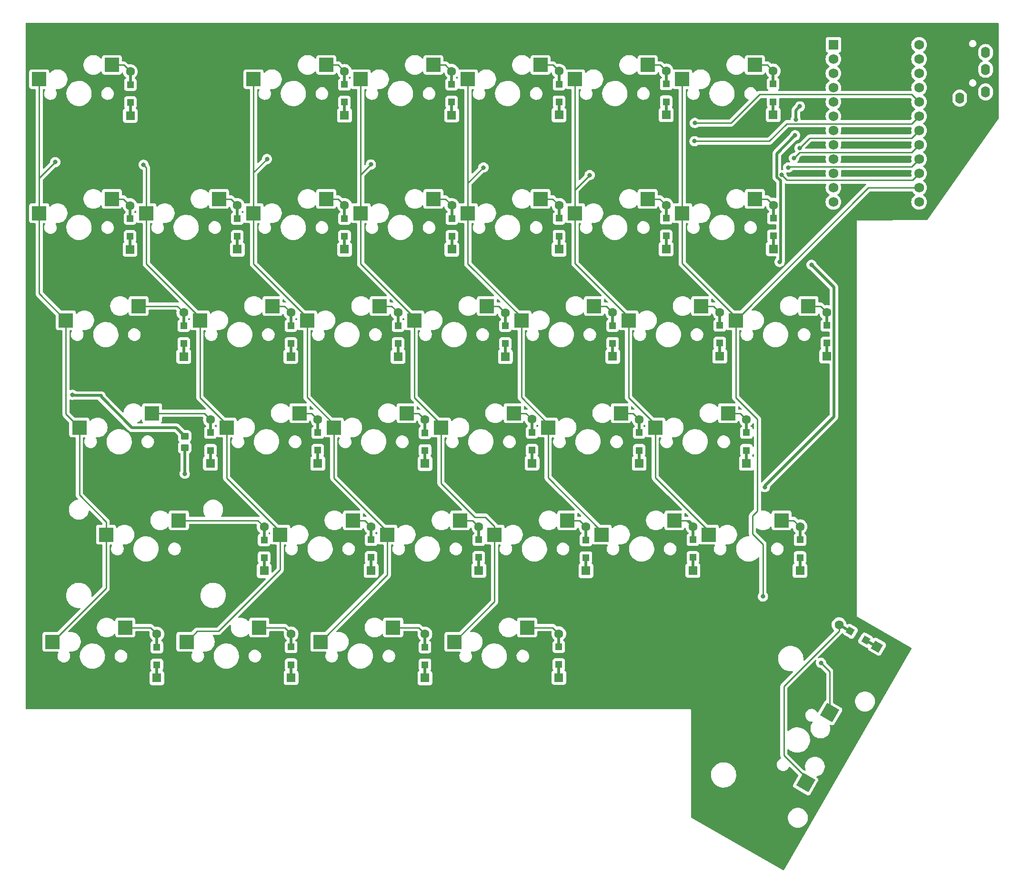
<source format=gbr>
G04 #@! TF.GenerationSoftware,KiCad,Pcbnew,7.0.9*
G04 #@! TF.CreationDate,2023-12-20T02:37:33-06:00*
G04 #@! TF.ProjectId,keyboard,6b657962-6f61-4726-942e-6b696361645f,rev?*
G04 #@! TF.SameCoordinates,Original*
G04 #@! TF.FileFunction,Copper,L2,Bot*
G04 #@! TF.FilePolarity,Positive*
%FSLAX46Y46*%
G04 Gerber Fmt 4.6, Leading zero omitted, Abs format (unit mm)*
G04 Created by KiCad (PCBNEW 7.0.9) date 2023-12-20 02:37:33*
%MOMM*%
%LPD*%
G01*
G04 APERTURE LIST*
G04 Aperture macros list*
%AMRoundRect*
0 Rectangle with rounded corners*
0 $1 Rounding radius*
0 $2 $3 $4 $5 $6 $7 $8 $9 X,Y pos of 4 corners*
0 Add a 4 corners polygon primitive as box body*
4,1,4,$2,$3,$4,$5,$6,$7,$8,$9,$2,$3,0*
0 Add four circle primitives for the rounded corners*
1,1,$1+$1,$2,$3*
1,1,$1+$1,$4,$5*
1,1,$1+$1,$6,$7*
1,1,$1+$1,$8,$9*
0 Add four rect primitives between the rounded corners*
20,1,$1+$1,$2,$3,$4,$5,0*
20,1,$1+$1,$4,$5,$6,$7,0*
20,1,$1+$1,$6,$7,$8,$9,0*
20,1,$1+$1,$8,$9,$2,$3,0*%
%AMRotRect*
0 Rectangle, with rotation*
0 The origin of the aperture is its center*
0 $1 length*
0 $2 width*
0 $3 Rotation angle, in degrees counterclockwise*
0 Add horizontal line*
21,1,$1,$2,0,0,$3*%
G04 Aperture macros list end*
G04 #@! TA.AperFunction,SMDPad,CuDef*
%ADD10R,2.550000X2.500000*%
G04 #@! TD*
G04 #@! TA.AperFunction,SMDPad,CuDef*
%ADD11RotRect,2.550000X2.500000X240.000000*%
G04 #@! TD*
G04 #@! TA.AperFunction,ComponentPad*
%ADD12O,1.600000X2.000000*%
G04 #@! TD*
G04 #@! TA.AperFunction,ComponentPad*
%ADD13R,1.752600X1.752600*%
G04 #@! TD*
G04 #@! TA.AperFunction,ComponentPad*
%ADD14C,1.752600*%
G04 #@! TD*
G04 #@! TA.AperFunction,ComponentPad*
%ADD15R,1.600000X1.600000*%
G04 #@! TD*
G04 #@! TA.AperFunction,SMDPad,CuDef*
%ADD16R,0.500000X2.500000*%
G04 #@! TD*
G04 #@! TA.AperFunction,SMDPad,CuDef*
%ADD17R,1.200000X1.200000*%
G04 #@! TD*
G04 #@! TA.AperFunction,ComponentPad*
%ADD18C,1.600000*%
G04 #@! TD*
G04 #@! TA.AperFunction,SMDPad,CuDef*
%ADD19RoundRect,0.250000X0.450000X-0.350000X0.450000X0.350000X-0.450000X0.350000X-0.450000X-0.350000X0*%
G04 #@! TD*
G04 #@! TA.AperFunction,ComponentPad*
%ADD20RotRect,1.600000X1.600000X150.000000*%
G04 #@! TD*
G04 #@! TA.AperFunction,SMDPad,CuDef*
%ADD21RotRect,2.500000X0.500000X150.000000*%
G04 #@! TD*
G04 #@! TA.AperFunction,SMDPad,CuDef*
%ADD22RotRect,1.200000X1.200000X150.000000*%
G04 #@! TD*
G04 #@! TA.AperFunction,ViaPad*
%ADD23C,0.800000*%
G04 #@! TD*
G04 #@! TA.AperFunction,Conductor*
%ADD24C,0.250000*%
G04 #@! TD*
G04 #@! TA.AperFunction,Conductor*
%ADD25C,0.500000*%
G04 #@! TD*
G04 APERTURE END LIST*
D10*
X112934571Y-121160000D03*
X125861571Y-118620000D03*
X174847071Y-83060000D03*
X187774071Y-80520000D03*
X141509571Y-102110000D03*
X154436571Y-99570000D03*
X58165821Y-102110000D03*
X71092821Y-99570000D03*
X165322071Y-40197500D03*
X178249071Y-37657500D03*
X51022071Y-40197500D03*
X63949071Y-37657500D03*
X170084571Y-121160000D03*
X183011571Y-118620000D03*
X117697071Y-83060000D03*
X130624071Y-80520000D03*
X155797071Y-83060000D03*
X168724071Y-80520000D03*
D11*
X191554165Y-152795321D03*
X187290369Y-165260431D03*
D10*
X55784571Y-83060000D03*
X68711571Y-80520000D03*
X122459571Y-102110000D03*
X135386571Y-99570000D03*
X89122071Y-64010000D03*
X102049071Y-61470000D03*
D12*
X214670000Y-43550000D03*
X219270000Y-42450000D03*
X219270000Y-38450000D03*
X219270000Y-35450000D03*
D10*
X165322071Y-64010000D03*
X178249071Y-61470000D03*
X146272071Y-40197500D03*
X159199071Y-37657500D03*
X160559571Y-102110000D03*
X173486571Y-99570000D03*
X89122071Y-40197500D03*
X102049071Y-37657500D03*
X103409571Y-102110000D03*
X116336571Y-99570000D03*
X62928321Y-121160000D03*
X75855321Y-118620000D03*
X136747071Y-83060000D03*
X149674071Y-80520000D03*
X101028321Y-140210000D03*
X113955321Y-137670000D03*
D13*
X192220000Y-34080000D03*
D14*
X192220000Y-36620000D03*
X192220000Y-39160000D03*
X192220000Y-41700000D03*
X192220000Y-44240000D03*
X192220000Y-46780000D03*
X192220000Y-49320000D03*
X192220000Y-51860000D03*
X192220000Y-54400000D03*
X192220000Y-56940000D03*
X192220000Y-59480000D03*
X192220000Y-62020000D03*
X207460000Y-62020000D03*
X207460000Y-59480000D03*
X207460000Y-56940000D03*
X207460000Y-54400000D03*
X207460000Y-51860000D03*
X207460000Y-49320000D03*
X207460000Y-46780000D03*
X207460000Y-44240000D03*
X207460000Y-41700000D03*
X207460000Y-39160000D03*
X207460000Y-36620000D03*
X207460000Y-34080000D03*
D10*
X127222071Y-40197500D03*
X140149071Y-37657500D03*
X84359571Y-102110000D03*
X97286571Y-99570000D03*
X98647071Y-83060000D03*
X111574071Y-80520000D03*
X131984571Y-121160000D03*
X144911571Y-118620000D03*
X51022071Y-64010000D03*
X63949071Y-61470000D03*
X127222071Y-64010000D03*
X140149071Y-61470000D03*
X77215821Y-140210000D03*
X90142821Y-137670000D03*
X79597071Y-83060000D03*
X92524071Y-80520000D03*
X124840821Y-140210000D03*
X137767821Y-137670000D03*
X151034571Y-121160000D03*
X163961571Y-118620000D03*
X53403321Y-140210000D03*
X66330321Y-137670000D03*
X146272071Y-64010000D03*
X159199071Y-61470000D03*
X93884571Y-121160000D03*
X106811571Y-118620000D03*
X108172071Y-40197500D03*
X121099071Y-37657500D03*
X108172071Y-64010000D03*
X121099071Y-61470000D03*
X70072071Y-64010000D03*
X82999071Y-61470000D03*
D15*
X157687500Y-108500000D03*
D16*
X157687500Y-107300000D03*
D17*
X157687500Y-106175000D03*
X157687500Y-103025000D03*
D16*
X157687500Y-101900000D03*
D18*
X157687500Y-100700000D03*
D15*
X162490000Y-46520000D03*
D16*
X162490000Y-45320000D03*
D17*
X162490000Y-44195000D03*
X162490000Y-41045000D03*
D16*
X162490000Y-39920000D03*
D18*
X162490000Y-38720000D03*
D15*
X105320000Y-70429998D03*
D16*
X105320000Y-69229998D03*
D17*
X105320000Y-68104998D03*
X105320000Y-64954998D03*
D16*
X105320000Y-63829998D03*
D18*
X105320000Y-62629998D03*
D15*
X95805000Y-146600000D03*
D16*
X95805000Y-145400000D03*
D17*
X95805000Y-144275000D03*
X95805000Y-141125000D03*
D16*
X95805000Y-140000000D03*
D18*
X95805000Y-138800000D03*
D15*
X91017500Y-127565000D03*
D16*
X91017500Y-126365000D03*
D17*
X91017500Y-125240000D03*
X91017500Y-122090000D03*
D16*
X91017500Y-120965000D03*
D18*
X91017500Y-119765000D03*
D15*
X143440000Y-46550000D03*
D16*
X143440000Y-45350000D03*
D17*
X143440000Y-44225000D03*
X143440000Y-41075000D03*
D16*
X143440000Y-39950000D03*
D18*
X143440000Y-38750000D03*
D15*
X81477500Y-108495000D03*
D16*
X81477500Y-107295000D03*
D17*
X81477500Y-106170000D03*
X81477500Y-103020000D03*
D16*
X81477500Y-101895000D03*
D18*
X81477500Y-100695000D03*
D15*
X181550000Y-70370000D03*
D16*
X181550000Y-69170000D03*
D17*
X181550000Y-68045000D03*
X181550000Y-64895000D03*
D16*
X181550000Y-63770000D03*
D18*
X181550000Y-62570000D03*
D15*
X110030000Y-127530000D03*
D16*
X110030000Y-126330000D03*
D17*
X110030000Y-125205000D03*
X110030000Y-122055000D03*
D16*
X110030000Y-120930000D03*
D18*
X110030000Y-119730000D03*
D19*
X76900000Y-105680000D03*
X76900000Y-103680000D03*
D15*
X143410000Y-146570000D03*
D16*
X143410000Y-145370000D03*
D17*
X143410000Y-144245000D03*
X143410000Y-141095000D03*
D16*
X143410000Y-139970000D03*
D18*
X143410000Y-138770000D03*
D15*
X67230000Y-46650000D03*
D16*
X67230000Y-45450000D03*
D17*
X67230000Y-44325000D03*
X67230000Y-41175000D03*
D16*
X67230000Y-40050000D03*
D18*
X67230000Y-38850000D03*
D15*
X67177500Y-70452500D03*
D16*
X67177500Y-69252500D03*
D17*
X67177500Y-68127500D03*
X67177500Y-64977500D03*
D16*
X67177500Y-63852500D03*
D18*
X67177500Y-62652500D03*
D15*
X129170000Y-127530000D03*
D16*
X129170000Y-126330000D03*
D17*
X129170000Y-125205000D03*
X129170000Y-122055000D03*
D16*
X129170000Y-120930000D03*
D18*
X129170000Y-119730000D03*
D15*
X191040000Y-89440000D03*
D16*
X191040000Y-88240000D03*
D17*
X191040000Y-87115000D03*
X191040000Y-83965000D03*
D16*
X191040000Y-82840000D03*
D18*
X191040000Y-81640000D03*
D15*
X119625000Y-108520000D03*
D16*
X119625000Y-107320000D03*
D17*
X119625000Y-106195000D03*
X119625000Y-103045000D03*
D16*
X119625000Y-101920000D03*
D18*
X119625000Y-100720000D03*
D15*
X119602500Y-146625000D03*
D16*
X119602500Y-145425000D03*
D17*
X119602500Y-144300000D03*
X119602500Y-141150000D03*
D16*
X119602500Y-140025000D03*
D18*
X119602500Y-138825000D03*
D15*
X100560000Y-108480000D03*
D16*
X100560000Y-107280000D03*
D17*
X100560000Y-106155000D03*
X100560000Y-103005000D03*
D16*
X100560000Y-101880000D03*
D18*
X100560000Y-100680000D03*
D15*
X124360000Y-46580000D03*
D16*
X124360000Y-45380000D03*
D17*
X124360000Y-44255000D03*
X124360000Y-41105000D03*
D16*
X124360000Y-39980000D03*
D18*
X124360000Y-38780000D03*
D15*
X133900000Y-89510000D03*
D16*
X133900000Y-88310000D03*
D17*
X133900000Y-87185000D03*
X133900000Y-84035000D03*
D16*
X133900000Y-82910000D03*
D18*
X133900000Y-81710000D03*
D20*
X199967499Y-141070000D03*
D21*
X198928269Y-140470000D03*
D22*
X197953990Y-139907500D03*
X195226010Y-138332500D03*
D21*
X194251731Y-137770000D03*
D18*
X193212501Y-137170000D03*
D15*
X162480000Y-70390000D03*
D16*
X162480000Y-69190000D03*
D17*
X162480000Y-68065000D03*
X162480000Y-64915000D03*
D16*
X162480000Y-63790000D03*
D18*
X162480000Y-62590000D03*
D15*
X172010000Y-89440000D03*
D16*
X172010000Y-88240000D03*
D17*
X172010000Y-87115000D03*
X172010000Y-83965000D03*
D16*
X172010000Y-82840000D03*
D18*
X172010000Y-81640000D03*
D15*
X105300000Y-46600000D03*
D16*
X105300000Y-45400000D03*
D17*
X105300000Y-44275000D03*
X105300000Y-41125000D03*
D16*
X105300000Y-40000000D03*
D18*
X105300000Y-38800000D03*
D15*
X95770000Y-89500000D03*
D16*
X95770000Y-88300000D03*
D17*
X95770000Y-87175000D03*
X95770000Y-84025000D03*
D16*
X95770000Y-82900000D03*
D18*
X95770000Y-81700000D03*
D15*
X148215000Y-127565000D03*
D16*
X148215000Y-126365000D03*
D17*
X148215000Y-125240000D03*
X148215000Y-122090000D03*
D16*
X148215000Y-120965000D03*
D18*
X148215000Y-119765000D03*
D15*
X71960000Y-146640000D03*
D16*
X71960000Y-145440000D03*
D17*
X71960000Y-144315000D03*
X71960000Y-141165000D03*
D16*
X71960000Y-140040000D03*
D18*
X71960000Y-138840000D03*
D15*
X138642500Y-108465000D03*
D16*
X138642500Y-107265000D03*
D17*
X138642500Y-106140000D03*
X138642500Y-102990000D03*
D16*
X138642500Y-101865000D03*
D18*
X138642500Y-100665000D03*
D15*
X76735000Y-89500000D03*
D16*
X76735000Y-88300000D03*
D17*
X76735000Y-87175000D03*
X76735000Y-84025000D03*
D16*
X76735000Y-82900000D03*
D18*
X76735000Y-81700000D03*
D15*
X176750000Y-108500000D03*
D16*
X176750000Y-107300000D03*
D17*
X176750000Y-106175000D03*
X176750000Y-103025000D03*
D16*
X176750000Y-101900000D03*
D18*
X176750000Y-100700000D03*
D15*
X167242500Y-127530000D03*
D16*
X167242500Y-126330000D03*
D17*
X167242500Y-125205000D03*
X167242500Y-122055000D03*
D16*
X167242500Y-120930000D03*
D18*
X167242500Y-119730000D03*
D15*
X124380000Y-70430000D03*
D16*
X124380000Y-69230000D03*
D17*
X124380000Y-68105000D03*
X124380000Y-64955000D03*
D16*
X124380000Y-63830000D03*
D18*
X124380000Y-62630000D03*
D15*
X114830000Y-89500000D03*
D16*
X114830000Y-88300000D03*
D17*
X114830000Y-87175000D03*
X114830000Y-84025000D03*
D16*
X114830000Y-82900000D03*
D18*
X114830000Y-81700000D03*
D15*
X152972500Y-89465000D03*
D16*
X152972500Y-88265000D03*
D17*
X152972500Y-87140000D03*
X152972500Y-83990000D03*
D16*
X152972500Y-82865000D03*
D18*
X152972500Y-81665000D03*
D15*
X143450000Y-70410000D03*
D16*
X143450000Y-69210000D03*
D17*
X143450000Y-68085000D03*
X143450000Y-64935000D03*
D16*
X143450000Y-63810000D03*
D18*
X143450000Y-62610000D03*
D15*
X181510000Y-46520000D03*
D16*
X181510000Y-45320000D03*
D17*
X181510000Y-44195000D03*
X181510000Y-41045000D03*
D16*
X181510000Y-39920000D03*
D18*
X181510000Y-38720000D03*
D15*
X186270000Y-127550000D03*
D16*
X186270000Y-126350000D03*
D17*
X186270000Y-125225000D03*
X186270000Y-122075000D03*
D16*
X186270000Y-120950000D03*
D18*
X186270000Y-119750000D03*
D15*
X86260000Y-70430000D03*
D16*
X86260000Y-69230000D03*
D17*
X86260000Y-68105000D03*
X86260000Y-64955000D03*
D16*
X86260000Y-63830000D03*
D18*
X86260000Y-62630000D03*
D23*
X56940000Y-96290000D03*
X167530000Y-51210000D03*
X69580000Y-55400000D03*
X91530000Y-54390000D03*
X186180000Y-52470000D03*
X185200000Y-54230000D03*
X109990000Y-55350000D03*
X184180000Y-55880000D03*
X130000000Y-55890000D03*
X182990000Y-57220000D03*
X148890000Y-57240000D03*
X179690000Y-132150000D03*
X190010000Y-143950000D03*
X53890000Y-54940000D03*
X167580000Y-47980000D03*
X76910000Y-110320000D03*
X180020000Y-112710000D03*
X188320000Y-73190000D03*
X186250000Y-45020000D03*
X182650000Y-72690000D03*
X185400000Y-50180000D03*
X185510000Y-47390000D03*
D24*
X76430000Y-103210000D02*
X76900000Y-103680000D01*
D25*
X67548494Y-102156100D02*
X62070000Y-96677606D01*
X62070000Y-96677606D02*
X62070000Y-96430000D01*
X62070000Y-96430000D02*
X57080000Y-96430000D01*
X57080000Y-96430000D02*
X56940000Y-96290000D01*
X76900000Y-103680000D02*
X75376100Y-102156100D01*
X75376100Y-102156100D02*
X67548494Y-102156100D01*
D24*
X82999071Y-61470000D02*
X85100000Y-61470000D01*
X85100000Y-61470000D02*
X86260000Y-62630000D01*
X104160002Y-61470000D02*
X105320000Y-62629998D01*
X102049071Y-61470000D02*
X104160002Y-61470000D01*
X123220000Y-61470000D02*
X124380000Y-62630000D01*
X121099071Y-61470000D02*
X123220000Y-61470000D01*
X140149071Y-61470000D02*
X142310000Y-61470000D01*
X142310000Y-61470000D02*
X143450000Y-62610000D01*
X161360000Y-61470000D02*
X162480000Y-62590000D01*
X159199071Y-61470000D02*
X161360000Y-61470000D01*
X178249071Y-61470000D02*
X180450000Y-61470000D01*
X180450000Y-61470000D02*
X181550000Y-62570000D01*
X97286571Y-99570000D02*
X99450000Y-99570000D01*
X99450000Y-99570000D02*
X100560000Y-100680000D01*
X113955321Y-137670000D02*
X118447500Y-137670000D01*
X118447500Y-137670000D02*
X119602500Y-138825000D01*
X185140000Y-118620000D02*
X186270000Y-119750000D01*
X183011571Y-118620000D02*
X185140000Y-118620000D01*
X144911571Y-118620000D02*
X147070000Y-118620000D01*
X147070000Y-118620000D02*
X148215000Y-119765000D01*
X71092821Y-99570000D02*
X80352500Y-99570000D01*
X80352500Y-99570000D02*
X81477500Y-100695000D01*
X66330321Y-137670000D02*
X70790000Y-137670000D01*
X70790000Y-137670000D02*
X71960000Y-138840000D01*
X135386571Y-99570000D02*
X137547500Y-99570000D01*
X137547500Y-99570000D02*
X138642500Y-100665000D01*
X130624071Y-80520000D02*
X132710000Y-80520000D01*
X132710000Y-80520000D02*
X133900000Y-81710000D01*
X63949071Y-37657500D02*
X66037500Y-37657500D01*
X66037500Y-37657500D02*
X67230000Y-38850000D01*
X104157500Y-37657500D02*
X105300000Y-38800000D01*
X102049071Y-37657500D02*
X104157500Y-37657500D01*
X123237500Y-37657500D02*
X124360000Y-38780000D01*
X121099071Y-37657500D02*
X123237500Y-37657500D01*
X142347500Y-37657500D02*
X143440000Y-38750000D01*
X140149071Y-37657500D02*
X142347500Y-37657500D01*
X159199071Y-37657500D02*
X161427500Y-37657500D01*
X161427500Y-37657500D02*
X162490000Y-38720000D01*
X180447500Y-37657500D02*
X181510000Y-38720000D01*
X178249071Y-37657500D02*
X180447500Y-37657500D01*
X156557500Y-99570000D02*
X157687500Y-100700000D01*
X154436571Y-99570000D02*
X156557500Y-99570000D01*
X137767821Y-137670000D02*
X142310000Y-137670000D01*
X142310000Y-137670000D02*
X143410000Y-138770000D01*
X173486571Y-99570000D02*
X175620000Y-99570000D01*
X175620000Y-99570000D02*
X176750000Y-100700000D01*
X94590000Y-80520000D02*
X95770000Y-81700000D01*
X92524071Y-80520000D02*
X94590000Y-80520000D01*
X149674071Y-80520000D02*
X151827500Y-80520000D01*
X151827500Y-80520000D02*
X152972500Y-81665000D01*
X116336571Y-99570000D02*
X118475000Y-99570000D01*
X118475000Y-99570000D02*
X119625000Y-100720000D01*
X89872500Y-118620000D02*
X91017500Y-119765000D01*
X75855321Y-118620000D02*
X89872500Y-118620000D01*
X193212501Y-137170000D02*
X193212501Y-138301370D01*
X193212501Y-138301370D02*
X183420000Y-148093871D01*
X183420000Y-160440793D02*
X187290369Y-164311162D01*
X187290369Y-164311162D02*
X187290369Y-165260431D01*
X183420000Y-148093871D02*
X183420000Y-160440793D01*
X170890000Y-80520000D02*
X172010000Y-81640000D01*
X168724071Y-80520000D02*
X170890000Y-80520000D01*
X75555000Y-80520000D02*
X76735000Y-81700000D01*
X68711571Y-80520000D02*
X75555000Y-80520000D01*
X166132500Y-118620000D02*
X167242500Y-119730000D01*
X166552500Y-118620000D02*
X167662500Y-119730000D01*
X163961571Y-118620000D02*
X166132500Y-118620000D01*
X163961571Y-118620000D02*
X166552500Y-118620000D01*
X111574071Y-80520000D02*
X113650000Y-80520000D01*
X113650000Y-80520000D02*
X114830000Y-81700000D01*
X94675000Y-137670000D02*
X95805000Y-138800000D01*
X90142821Y-137670000D02*
X94675000Y-137670000D01*
X125861571Y-118620000D02*
X128060000Y-118620000D01*
X128060000Y-118620000D02*
X129170000Y-119730000D01*
X189920000Y-80520000D02*
X191040000Y-81640000D01*
X187774071Y-80520000D02*
X189920000Y-80520000D01*
X106811571Y-118620000D02*
X108920000Y-118620000D01*
X108920000Y-118620000D02*
X110030000Y-119730000D01*
X65995000Y-61470000D02*
X67177500Y-62652500D01*
X63949071Y-61470000D02*
X65995000Y-61470000D01*
X93884571Y-120621080D02*
X93884571Y-121160000D01*
X79597071Y-82551080D02*
X79597071Y-83060000D01*
X79597071Y-83060000D02*
X79597071Y-96803580D01*
X79597071Y-96803580D02*
X84359571Y-101566080D01*
X93884571Y-121160000D02*
X93884571Y-127367929D01*
X70072071Y-64010000D02*
X70072071Y-73026080D01*
X183921300Y-48118700D02*
X180830000Y-51210000D01*
X79090821Y-138335000D02*
X77215821Y-140210000D01*
X84359571Y-111096080D02*
X93884571Y-120621080D01*
X70072071Y-73026080D02*
X79597071Y-82551080D01*
X84359571Y-102110000D02*
X84359571Y-111096080D01*
X82917500Y-138335000D02*
X79090821Y-138335000D01*
X84359571Y-101566080D02*
X84359571Y-102110000D01*
X70072071Y-55892071D02*
X70072071Y-64010000D01*
X69580000Y-55400000D02*
X70072071Y-55892071D01*
X206121300Y-48118700D02*
X183921300Y-48118700D01*
X167641300Y-51321300D02*
X167530000Y-51210000D01*
X180830000Y-51210000D02*
X167530000Y-51210000D01*
X207460000Y-46780000D02*
X206121300Y-48118700D01*
X93884571Y-127367929D02*
X82917500Y-138335000D01*
X112934571Y-128303750D02*
X101028321Y-140210000D01*
X98647071Y-82566080D02*
X98647071Y-83060000D01*
X103409571Y-111098580D02*
X112934571Y-120623580D01*
X98647071Y-83060000D02*
X98647071Y-96756080D01*
X103409571Y-101518580D02*
X103409571Y-102110000D01*
X186180000Y-52470000D02*
X187991300Y-50658700D01*
X89122071Y-56797929D02*
X89122071Y-64010000D01*
X112934571Y-120623580D02*
X112934571Y-121160000D01*
X112934571Y-121160000D02*
X112934571Y-128303750D01*
X206121300Y-50658700D02*
X207460000Y-49320000D01*
X89122071Y-40197500D02*
X89122071Y-64010000D01*
X89122071Y-64010000D02*
X89122071Y-73041080D01*
X91530000Y-54390000D02*
X89122071Y-56797929D01*
X89122071Y-73041080D02*
X98647071Y-82566080D01*
X187991300Y-50658700D02*
X206121300Y-50658700D01*
X98647071Y-96756080D02*
X103409571Y-101518580D01*
X103409571Y-102110000D02*
X103409571Y-111098580D01*
X108172071Y-64010000D02*
X108172071Y-73031080D01*
X186235000Y-53195000D02*
X206125000Y-53195000D01*
X108172071Y-73031080D02*
X117697071Y-82556080D01*
X122459571Y-101543580D02*
X122459571Y-102110000D01*
X131984571Y-119660000D02*
X131984571Y-121160000D01*
X109990000Y-55350000D02*
X108172071Y-57167929D01*
X130373000Y-118048429D02*
X131984571Y-119660000D01*
X131984571Y-133066250D02*
X124840821Y-140210000D01*
X122459571Y-112043000D02*
X128465000Y-118048429D01*
X185200000Y-54230000D02*
X186235000Y-53195000D01*
X206125000Y-53195000D02*
X207460000Y-51860000D01*
X117697071Y-83060000D02*
X117697071Y-96781080D01*
X117697071Y-82556080D02*
X117697071Y-83060000D01*
X128465000Y-118048429D02*
X130373000Y-118048429D01*
X108172071Y-57167929D02*
X108172071Y-64010000D01*
X131984571Y-121160000D02*
X131984571Y-133066250D01*
X108172071Y-40197500D02*
X108172071Y-64010000D01*
X117697071Y-96781080D02*
X122459571Y-101543580D01*
X122459571Y-102110000D02*
X122459571Y-112043000D01*
X136747071Y-82546080D02*
X136747071Y-83060000D01*
X127222071Y-73021080D02*
X136747071Y-82546080D01*
X127222071Y-58667929D02*
X127222071Y-64010000D01*
X136747071Y-96758580D02*
X141509571Y-101521080D01*
X141509571Y-111048580D02*
X151034571Y-120573580D01*
X141509571Y-101521080D02*
X141509571Y-102110000D01*
X141509571Y-102110000D02*
X141509571Y-111048580D01*
X127222071Y-64010000D02*
X127222071Y-73021080D01*
X127222071Y-40197500D02*
X127222071Y-64010000D01*
X184180000Y-55880000D02*
X184321300Y-55738700D01*
X206121300Y-55738700D02*
X207460000Y-54400000D01*
X136747071Y-83060000D02*
X136747071Y-96758580D01*
X151034571Y-120573580D02*
X151034571Y-121160000D01*
X184321300Y-55738700D02*
X206121300Y-55738700D01*
X130000000Y-55890000D02*
X127222071Y-58667929D01*
X148890000Y-57240000D02*
X146272071Y-59857929D01*
X206258700Y-58141300D02*
X207460000Y-56940000D01*
X146272071Y-64010000D02*
X146272071Y-72953580D01*
X160559571Y-101561080D02*
X160559571Y-102110000D01*
X146272071Y-59857929D02*
X146272071Y-64010000D01*
X183911300Y-58141300D02*
X206258700Y-58141300D01*
X155797071Y-83060000D02*
X155797071Y-96798580D01*
X155797071Y-82478580D02*
X155797071Y-83060000D01*
X170084571Y-120561080D02*
X170084571Y-121160000D01*
X146272071Y-72953580D02*
X155797071Y-82478580D01*
X160559571Y-102110000D02*
X160559571Y-111036080D01*
X155797071Y-96798580D02*
X160559571Y-101561080D01*
X160559571Y-111036080D02*
X170084571Y-120561080D01*
X146272071Y-40197500D02*
X146272071Y-64010000D01*
X182990000Y-57220000D02*
X183911300Y-58141300D01*
X179690000Y-132150000D02*
X179690000Y-122870298D01*
X177834571Y-117843350D02*
X178723960Y-116953961D01*
X174847071Y-82466080D02*
X174847071Y-83060000D01*
X207460000Y-59480000D02*
X198427071Y-59480000D01*
X198427071Y-59480000D02*
X174847071Y-83060000D01*
X191554165Y-152795321D02*
X191554165Y-145494165D01*
X165322071Y-72941080D02*
X174847071Y-82466080D01*
X174847071Y-96786080D02*
X174847071Y-83060000D01*
X178723960Y-116953961D02*
X178723960Y-100662969D01*
X165322071Y-64010000D02*
X165322071Y-72941080D01*
X165322071Y-40197500D02*
X165322071Y-64010000D01*
X178723960Y-100662969D02*
X174847071Y-96786080D01*
X177834571Y-121014869D02*
X177834571Y-117843350D01*
X191554165Y-145494165D02*
X190010000Y-143950000D01*
X179690000Y-122870298D02*
X177834571Y-121014869D01*
X62928321Y-121160000D02*
X62928321Y-130685000D01*
X53890000Y-54940000D02*
X51022071Y-57807929D01*
X51022071Y-57807929D02*
X51022071Y-64010000D01*
X55784571Y-83060000D02*
X55784571Y-99728750D01*
X62928321Y-118882408D02*
X62928321Y-121160000D01*
X58165821Y-114119908D02*
X62928321Y-118882408D01*
X174012338Y-47980000D02*
X167580000Y-47980000D01*
X206121300Y-42901300D02*
X179091038Y-42901300D01*
X179091038Y-42901300D02*
X174012338Y-47980000D01*
X58165821Y-102110000D02*
X58165821Y-114119908D01*
X207460000Y-44240000D02*
X206121300Y-42901300D01*
X62928321Y-130685000D02*
X53403321Y-140210000D01*
X55784571Y-99728750D02*
X58165821Y-102110000D01*
X51022071Y-64010000D02*
X51022071Y-78297500D01*
X51022071Y-40197500D02*
X51022071Y-64010000D01*
X51022071Y-78297500D02*
X55784571Y-83060000D01*
D25*
X180020000Y-112460000D02*
X180020000Y-112710000D01*
X192290000Y-100190000D02*
X192210000Y-100270000D01*
X76910000Y-110320000D02*
X76910000Y-105690000D01*
X188320000Y-73190000D02*
X192290000Y-77160000D01*
X192210000Y-100270000D02*
X180020000Y-112460000D01*
X192290000Y-77160000D02*
X192290000Y-100190000D01*
X76910000Y-105690000D02*
X76900000Y-105680000D01*
X182800000Y-58240000D02*
X182140000Y-57580000D01*
X182140000Y-57580000D02*
X182140000Y-53440000D01*
X185510000Y-47390000D02*
X185510000Y-45760000D01*
X185510000Y-45760000D02*
X186250000Y-45020000D01*
X182650000Y-72690000D02*
X182800000Y-72540000D01*
X182800000Y-72540000D02*
X182800000Y-58240000D01*
X182140000Y-53440000D02*
X185400000Y-50180000D01*
G04 #@! TA.AperFunction,NonConductor*
G36*
X221512539Y-30170185D02*
G01*
X221558294Y-30222989D01*
X221569500Y-30274500D01*
X221569500Y-47189036D01*
X221549815Y-47256075D01*
X221546971Y-47260307D01*
X208934744Y-65216863D01*
X208880104Y-65260409D01*
X208833373Y-65269592D01*
X196500132Y-65279500D01*
X196467416Y-65279476D01*
X196464855Y-65280307D01*
X196439997Y-65292974D01*
X196435311Y-65296384D01*
X196416377Y-65315321D01*
X196412971Y-65320002D01*
X196400304Y-65344862D01*
X196399474Y-65347426D01*
X196399499Y-65379788D01*
X196349534Y-135561452D01*
X196346839Y-135587075D01*
X196346625Y-135588082D01*
X196349150Y-135611985D01*
X196349493Y-135618537D01*
X196349488Y-135625840D01*
X196351009Y-135635486D01*
X196350746Y-135635527D01*
X196352518Y-135643871D01*
X196353486Y-135653028D01*
X196357982Y-135663114D01*
X196364466Y-135672051D01*
X196371897Y-135677458D01*
X196378248Y-135683178D01*
X196378417Y-135682971D01*
X196386008Y-135689112D01*
X196392338Y-135692763D01*
X196397845Y-135696340D01*
X196417272Y-135710476D01*
X196417273Y-135710476D01*
X196417274Y-135710477D01*
X196417275Y-135710477D01*
X196418242Y-135710792D01*
X196441787Y-135721276D01*
X206055206Y-141264851D01*
X206103447Y-141315392D01*
X206116706Y-141383992D01*
X206100646Y-141434274D01*
X183385162Y-180775430D01*
X183334593Y-180823644D01*
X183265986Y-180836864D01*
X183215830Y-180820844D01*
X167270310Y-171625209D01*
X184117647Y-171625209D01*
X184157284Y-171888188D01*
X184157286Y-171888194D01*
X184235681Y-172142341D01*
X184351071Y-172381951D01*
X184351072Y-172381953D01*
X184351074Y-172381956D01*
X184351076Y-172381960D01*
X184500897Y-172601707D01*
X184681791Y-172796666D01*
X184681795Y-172796669D01*
X184681796Y-172796670D01*
X184889732Y-172962494D01*
X185120061Y-173095474D01*
X185367637Y-173192641D01*
X185626930Y-173251823D01*
X185676634Y-173255547D01*
X185825740Y-173266722D01*
X185825746Y-173266722D01*
X185958554Y-173266722D01*
X186091092Y-173256789D01*
X186157364Y-173251823D01*
X186416657Y-173192641D01*
X186664233Y-173095474D01*
X186894562Y-172962494D01*
X187102498Y-172796670D01*
X187283397Y-172601707D01*
X187433218Y-172381960D01*
X187548614Y-172142338D01*
X187627008Y-171888193D01*
X187666647Y-171625202D01*
X187666647Y-171359242D01*
X187627008Y-171096251D01*
X187548614Y-170842106D01*
X187433218Y-170602484D01*
X187283397Y-170382737D01*
X187273269Y-170371821D01*
X187102502Y-170187777D01*
X187062508Y-170155883D01*
X186894562Y-170021950D01*
X186664233Y-169888970D01*
X186416657Y-169791803D01*
X186416648Y-169791801D01*
X186416645Y-169791800D01*
X186157361Y-169732620D01*
X185958554Y-169717722D01*
X185958548Y-169717722D01*
X185825746Y-169717722D01*
X185825740Y-169717722D01*
X185626932Y-169732620D01*
X185367648Y-169791800D01*
X185367640Y-169791802D01*
X185367637Y-169791803D01*
X185367634Y-169791803D01*
X185367631Y-169791805D01*
X185120060Y-169888970D01*
X184889732Y-170021950D01*
X184681791Y-170187777D01*
X184500897Y-170382736D01*
X184351072Y-170602490D01*
X184351071Y-170602492D01*
X184235681Y-170842102D01*
X184157286Y-171096249D01*
X184157284Y-171096255D01*
X184117647Y-171359234D01*
X184117647Y-171625209D01*
X167270310Y-171625209D01*
X166962620Y-171447767D01*
X166914380Y-171397224D01*
X166900567Y-171340284D01*
X166900695Y-171096255D01*
X166904428Y-163947389D01*
X170445753Y-163947389D01*
X170475830Y-164246364D01*
X170475831Y-164246371D01*
X170545488Y-164538663D01*
X170545491Y-164538675D01*
X170653486Y-164819075D01*
X170653493Y-164819090D01*
X170797899Y-165082597D01*
X170797903Y-165082603D01*
X170889216Y-165206534D01*
X170976143Y-165324512D01*
X171172443Y-165527485D01*
X171185040Y-165540510D01*
X171185047Y-165540516D01*
X171239086Y-165583190D01*
X171420866Y-165726740D01*
X171679407Y-165879874D01*
X171956053Y-165997182D01*
X171956056Y-165997182D01*
X171956059Y-165997184D01*
X172100959Y-166036876D01*
X172245866Y-166076570D01*
X172543675Y-166116622D01*
X172543680Y-166116622D01*
X172768961Y-166116622D01*
X172932433Y-166105678D01*
X172993739Y-166101574D01*
X173288207Y-166041721D01*
X173572071Y-165943153D01*
X173840263Y-165807629D01*
X174088000Y-165637568D01*
X174310859Y-165436004D01*
X174504863Y-165206534D01*
X174666551Y-164953254D01*
X174793038Y-164680682D01*
X174882066Y-164393684D01*
X174932046Y-164097380D01*
X174942087Y-163797058D01*
X174912009Y-163498077D01*
X174842350Y-163205773D01*
X174734351Y-162925362D01*
X174589941Y-162661847D01*
X174411697Y-162419932D01*
X174202799Y-162203933D01*
X174202792Y-162203927D01*
X173966975Y-162017705D01*
X173966976Y-162017705D01*
X173966974Y-162017704D01*
X173948433Y-162006722D01*
X182142620Y-162006722D01*
X182152847Y-162221421D01*
X182203523Y-162430311D01*
X182203525Y-162430315D01*
X182249964Y-162532003D01*
X182292814Y-162625830D01*
X182417494Y-162800919D01*
X182417495Y-162800920D01*
X182417500Y-162800926D01*
X182573054Y-162949245D01*
X182573056Y-162949246D01*
X182573057Y-162949247D01*
X182753880Y-163065455D01*
X182953428Y-163145342D01*
X183058958Y-163165681D01*
X183164487Y-163186020D01*
X183164488Y-163186020D01*
X183325572Y-163186020D01*
X183325578Y-163186020D01*
X183485931Y-163170708D01*
X183692169Y-163110151D01*
X183883219Y-163011658D01*
X184052177Y-162878788D01*
X184192936Y-162716344D01*
X184224401Y-162661846D01*
X184300405Y-162530202D01*
X184300404Y-162530202D01*
X184300408Y-162530197D01*
X184316120Y-162484799D01*
X184356646Y-162427888D01*
X184421511Y-162401920D01*
X184490118Y-162415142D01*
X184520980Y-162437677D01*
X185955309Y-163872006D01*
X185988794Y-163933329D01*
X185983810Y-164003021D01*
X185975015Y-164021687D01*
X185105647Y-165527477D01*
X185081002Y-165583188D01*
X185081001Y-165583194D01*
X185056754Y-165727386D01*
X185056753Y-165727388D01*
X185066348Y-165807632D01*
X185074113Y-165872576D01*
X185131674Y-166006993D01*
X185224772Y-166119748D01*
X185273966Y-166155668D01*
X185273968Y-166155669D01*
X185273972Y-166155672D01*
X187130863Y-167227748D01*
X187523272Y-167454306D01*
X187578977Y-167478949D01*
X187578979Y-167478949D01*
X187578981Y-167478950D01*
X187626611Y-167486959D01*
X187723175Y-167503197D01*
X187868364Y-167485837D01*
X188002780Y-167428277D01*
X188115535Y-167335179D01*
X188151456Y-167285985D01*
X189475094Y-164993377D01*
X189499736Y-164937672D01*
X189523984Y-164793474D01*
X189506625Y-164648286D01*
X189449064Y-164513869D01*
X189355966Y-164401114D01*
X189355965Y-164401113D01*
X189355964Y-164401112D01*
X189306762Y-164365187D01*
X189267251Y-164342375D01*
X189219036Y-164291808D01*
X189205814Y-164223201D01*
X189231782Y-164158336D01*
X189288697Y-164117808D01*
X189301641Y-164114103D01*
X189458785Y-164078236D01*
X189703012Y-163982384D01*
X189930226Y-163851202D01*
X190135350Y-163687621D01*
X190313802Y-163495295D01*
X190461597Y-163278520D01*
X190575432Y-163042139D01*
X190652765Y-162791431D01*
X190691869Y-162531998D01*
X190691869Y-162269634D01*
X190652765Y-162010201D01*
X190575432Y-161759493D01*
X190519270Y-161642871D01*
X190461601Y-161523119D01*
X190461600Y-161523118D01*
X190461599Y-161523117D01*
X190461597Y-161523112D01*
X190313802Y-161306337D01*
X190254340Y-161242252D01*
X190135354Y-161114014D01*
X190006034Y-161010885D01*
X189930226Y-160950430D01*
X189703012Y-160819248D01*
X189458785Y-160723396D01*
X189458780Y-160723394D01*
X189458771Y-160723392D01*
X189241187Y-160673730D01*
X189202999Y-160665014D01*
X189202998Y-160665013D01*
X189202994Y-160665013D01*
X189202989Y-160665012D01*
X189006869Y-160650316D01*
X189006863Y-160650316D01*
X188875875Y-160650316D01*
X188875869Y-160650316D01*
X188679748Y-160665012D01*
X188679743Y-160665013D01*
X188423966Y-160723392D01*
X188423947Y-160723398D01*
X188179725Y-160819248D01*
X187952512Y-160950430D01*
X187747383Y-161114014D01*
X187568936Y-161306336D01*
X187421137Y-161523118D01*
X187421136Y-161523119D01*
X187307307Y-161759489D01*
X187229975Y-162010192D01*
X187229974Y-162010197D01*
X187229973Y-162010201D01*
X187228842Y-162017705D01*
X187190869Y-162269628D01*
X187190869Y-162532003D01*
X187205012Y-162625828D01*
X187229973Y-162791431D01*
X187229974Y-162791433D01*
X187229975Y-162791439D01*
X187277477Y-162945435D01*
X187278427Y-163015298D01*
X187241456Y-163074585D01*
X187178301Y-163104471D01*
X187109013Y-163095470D01*
X187096987Y-163089373D01*
X187057467Y-163066556D01*
X187019800Y-163049893D01*
X187001761Y-163041913D01*
X187001760Y-163041912D01*
X187001756Y-163041911D01*
X186938984Y-163031356D01*
X186876137Y-163000827D01*
X186871866Y-162996754D01*
X184089819Y-160214707D01*
X184056334Y-160153384D01*
X184053500Y-160127026D01*
X184053500Y-159377918D01*
X184073185Y-159310879D01*
X184125989Y-159265124D01*
X184195147Y-159255180D01*
X184258703Y-159284205D01*
X184266633Y-159291713D01*
X184303081Y-159329400D01*
X184538906Y-159515629D01*
X184797447Y-159668763D01*
X185074093Y-159786071D01*
X185074096Y-159786071D01*
X185074099Y-159786073D01*
X185218999Y-159825765D01*
X185363906Y-159865459D01*
X185661715Y-159905511D01*
X185661720Y-159905511D01*
X185887001Y-159905511D01*
X186050473Y-159894567D01*
X186111779Y-159890463D01*
X186406247Y-159830610D01*
X186690111Y-159732042D01*
X186958303Y-159596518D01*
X187206040Y-159426457D01*
X187428899Y-159224893D01*
X187622903Y-158995423D01*
X187784591Y-158742143D01*
X187911078Y-158469571D01*
X188000106Y-158182573D01*
X188050086Y-157886269D01*
X188060127Y-157585947D01*
X188030049Y-157286966D01*
X187960390Y-156994662D01*
X187852391Y-156714251D01*
X187707981Y-156450736D01*
X187529737Y-156208821D01*
X187320839Y-155992822D01*
X187320832Y-155992816D01*
X187085015Y-155806594D01*
X187085016Y-155806594D01*
X187085014Y-155806593D01*
X186826473Y-155653459D01*
X186549827Y-155536151D01*
X186549820Y-155536148D01*
X186260019Y-155456764D01*
X186260016Y-155456763D01*
X186260014Y-155456763D01*
X185962205Y-155416711D01*
X185736927Y-155416711D01*
X185736919Y-155416711D01*
X185512143Y-155431758D01*
X185512134Y-155431760D01*
X185217670Y-155491612D01*
X184933807Y-155590180D01*
X184933804Y-155590182D01*
X184665622Y-155725700D01*
X184417878Y-155895766D01*
X184260677Y-156037946D01*
X184197753Y-156068316D01*
X184128399Y-156059845D01*
X184074634Y-156015224D01*
X184053528Y-155948618D01*
X184053500Y-155945981D01*
X184053500Y-148407637D01*
X184073185Y-148340598D01*
X184089819Y-148319956D01*
X184991138Y-147418637D01*
X188979578Y-143430196D01*
X189040899Y-143396713D01*
X189110591Y-143401697D01*
X189166524Y-143443569D01*
X189190941Y-143509033D01*
X189177218Y-143572115D01*
X189178114Y-143572514D01*
X189176192Y-143576828D01*
X189176089Y-143577306D01*
X189175563Y-143578242D01*
X189175470Y-143578450D01*
X189118127Y-143754934D01*
X189116458Y-143760072D01*
X189096496Y-143950000D01*
X189116458Y-144139928D01*
X189116459Y-144139931D01*
X189175470Y-144321549D01*
X189175473Y-144321556D01*
X189270960Y-144486944D01*
X189398747Y-144628866D01*
X189553248Y-144741118D01*
X189727712Y-144818794D01*
X189914513Y-144858500D01*
X189971234Y-144858500D01*
X190038273Y-144878185D01*
X190058915Y-144894819D01*
X190884346Y-145720250D01*
X190917831Y-145781573D01*
X190920665Y-145807931D01*
X190920665Y-150511892D01*
X190900980Y-150578931D01*
X190848176Y-150624686D01*
X190845481Y-150625879D01*
X190841753Y-150627475D01*
X190728998Y-150720572D01*
X190728996Y-150720575D01*
X190693083Y-150769759D01*
X190693073Y-150769773D01*
X189561620Y-152729506D01*
X189511053Y-152777722D01*
X189442446Y-152790945D01*
X189377581Y-152764977D01*
X189341438Y-152719017D01*
X189331106Y-152696393D01*
X189331106Y-152696392D01*
X189206426Y-152521303D01*
X189206424Y-152521301D01*
X189206419Y-152521295D01*
X189050865Y-152372976D01*
X188870040Y-152256767D01*
X188670490Y-152176879D01*
X188459433Y-152136202D01*
X188459432Y-152136202D01*
X188298342Y-152136202D01*
X188137989Y-152151514D01*
X188137985Y-152151515D01*
X187931753Y-152212070D01*
X187740696Y-152310566D01*
X187571745Y-152443431D01*
X187571742Y-152443435D01*
X187430981Y-152605880D01*
X187323513Y-152792021D01*
X187253211Y-152995144D01*
X187253210Y-152995146D01*
X187222621Y-153207902D01*
X187222620Y-153207904D01*
X187232847Y-153422603D01*
X187283523Y-153631493D01*
X187283525Y-153631497D01*
X187310497Y-153690558D01*
X187372814Y-153827012D01*
X187437269Y-153917526D01*
X187497495Y-154002102D01*
X187497500Y-154002108D01*
X187653054Y-154150427D01*
X187653056Y-154150428D01*
X187653057Y-154150429D01*
X187833880Y-154266637D01*
X188033428Y-154346524D01*
X188138958Y-154366863D01*
X188244487Y-154387202D01*
X188244488Y-154387202D01*
X188405572Y-154387202D01*
X188405578Y-154387202D01*
X188405583Y-154387201D01*
X188405991Y-154387182D01*
X188406073Y-154387202D01*
X188408530Y-154387202D01*
X188408530Y-154387797D01*
X188473893Y-154403648D01*
X188522113Y-154454210D01*
X188535343Y-154522816D01*
X188514357Y-154580892D01*
X188396437Y-154753849D01*
X188396432Y-154753857D01*
X188282603Y-154990227D01*
X188205271Y-155240930D01*
X188205270Y-155240935D01*
X188205269Y-155240939D01*
X188190518Y-155338801D01*
X188166165Y-155500366D01*
X188166165Y-155762741D01*
X188186216Y-155895765D01*
X188205269Y-156022169D01*
X188205270Y-156022171D01*
X188205271Y-156022177D01*
X188282603Y-156272880D01*
X188396432Y-156509250D01*
X188396433Y-156509251D01*
X188396435Y-156509254D01*
X188396437Y-156509258D01*
X188536193Y-156714242D01*
X188544232Y-156726033D01*
X188722679Y-156918355D01*
X188722683Y-156918358D01*
X188722684Y-156918359D01*
X188927808Y-157081940D01*
X189155022Y-157213122D01*
X189399249Y-157308974D01*
X189655035Y-157367356D01*
X189655041Y-157367356D01*
X189655044Y-157367357D01*
X189851165Y-157382054D01*
X189851171Y-157382054D01*
X189982165Y-157382054D01*
X190178285Y-157367357D01*
X190178287Y-157367356D01*
X190178295Y-157367356D01*
X190434081Y-157308974D01*
X190678308Y-157213122D01*
X190905522Y-157081940D01*
X191110646Y-156918359D01*
X191289098Y-156726033D01*
X191436893Y-156509258D01*
X191550728Y-156272877D01*
X191628061Y-156022169D01*
X191667165Y-155762736D01*
X191667165Y-155500372D01*
X191628061Y-155240939D01*
X191592257Y-155124865D01*
X191591307Y-155055002D01*
X191628278Y-154995715D01*
X191691433Y-154965829D01*
X191760721Y-154974830D01*
X191772742Y-154980925D01*
X191787068Y-154989196D01*
X191842773Y-155013839D01*
X191842775Y-155013839D01*
X191842777Y-155013840D01*
X191890407Y-155021849D01*
X191986971Y-155038087D01*
X192132160Y-155020727D01*
X192266576Y-154963167D01*
X192379331Y-154870069D01*
X192415252Y-154820875D01*
X193738890Y-152528267D01*
X193763532Y-152472562D01*
X193787780Y-152328364D01*
X193770421Y-152183176D01*
X193712860Y-152048759D01*
X193619762Y-151936004D01*
X193619761Y-151936003D01*
X193619760Y-151936002D01*
X193570561Y-151900079D01*
X192249665Y-151137459D01*
X192201449Y-151086892D01*
X192187665Y-151030072D01*
X192187665Y-150947987D01*
X196055647Y-150947987D01*
X196095284Y-151210966D01*
X196095286Y-151210972D01*
X196173681Y-151465119D01*
X196289071Y-151704729D01*
X196289072Y-151704731D01*
X196289074Y-151704734D01*
X196289076Y-151704738D01*
X196422257Y-151900079D01*
X196438897Y-151924485D01*
X196619791Y-152119444D01*
X196619795Y-152119447D01*
X196619796Y-152119448D01*
X196827732Y-152285272D01*
X197058061Y-152418252D01*
X197305637Y-152515419D01*
X197564930Y-152574601D01*
X197614634Y-152578325D01*
X197763740Y-152589500D01*
X197763746Y-152589500D01*
X197896554Y-152589500D01*
X198029092Y-152579567D01*
X198095364Y-152574601D01*
X198354657Y-152515419D01*
X198602233Y-152418252D01*
X198832562Y-152285272D01*
X199040498Y-152119448D01*
X199221397Y-151924485D01*
X199371218Y-151704738D01*
X199486614Y-151465116D01*
X199565008Y-151210971D01*
X199604647Y-150947980D01*
X199604647Y-150682020D01*
X199596185Y-150625879D01*
X199565009Y-150419033D01*
X199565007Y-150419027D01*
X199486614Y-150164884D01*
X199371218Y-149925262D01*
X199221397Y-149705515D01*
X199211269Y-149694599D01*
X199040502Y-149510555D01*
X199000508Y-149478661D01*
X198832562Y-149344728D01*
X198602233Y-149211748D01*
X198354657Y-149114581D01*
X198354648Y-149114579D01*
X198354645Y-149114578D01*
X198095361Y-149055398D01*
X197896554Y-149040500D01*
X197896548Y-149040500D01*
X197763746Y-149040500D01*
X197763740Y-149040500D01*
X197564932Y-149055398D01*
X197305648Y-149114578D01*
X197305640Y-149114580D01*
X197305637Y-149114581D01*
X197305634Y-149114581D01*
X197305631Y-149114583D01*
X197058060Y-149211748D01*
X196827732Y-149344728D01*
X196619791Y-149510555D01*
X196438897Y-149705514D01*
X196289072Y-149925268D01*
X196289071Y-149925270D01*
X196173681Y-150164880D01*
X196095286Y-150419027D01*
X196095284Y-150419033D01*
X196055647Y-150682012D01*
X196055647Y-150947987D01*
X192187665Y-150947987D01*
X192187665Y-145577796D01*
X192189403Y-145562046D01*
X192189133Y-145562021D01*
X192189866Y-145554259D01*
X192189867Y-145554256D01*
X192187665Y-145484207D01*
X192187665Y-145454309D01*
X192186779Y-145447301D01*
X192186321Y-145441479D01*
X192185885Y-145427616D01*
X192184838Y-145394276D01*
X192179142Y-145374674D01*
X192175197Y-145355624D01*
X192172639Y-145335368D01*
X192155249Y-145291448D01*
X192153360Y-145285928D01*
X192149888Y-145273978D01*
X192140183Y-145240572D01*
X192129787Y-145222994D01*
X192121231Y-145205527D01*
X192120093Y-145202652D01*
X192113717Y-145186548D01*
X192085959Y-145148344D01*
X192082752Y-145143461D01*
X192069589Y-145121204D01*
X192058707Y-145102803D01*
X192044273Y-145088369D01*
X192031636Y-145073574D01*
X192019637Y-145057058D01*
X192019635Y-145057055D01*
X191983238Y-145026946D01*
X191978916Y-145023012D01*
X190956620Y-144000715D01*
X190923135Y-143939392D01*
X190920982Y-143926012D01*
X190903542Y-143760072D01*
X190844527Y-143578444D01*
X190749040Y-143413056D01*
X190621253Y-143271134D01*
X190466752Y-143158882D01*
X190292288Y-143081206D01*
X190292286Y-143081205D01*
X190105487Y-143041500D01*
X189914513Y-143041500D01*
X189727714Y-143081205D01*
X189619439Y-143129412D01*
X189550189Y-143138696D01*
X189486912Y-143109067D01*
X189449700Y-143049932D01*
X189450365Y-142980066D01*
X189481321Y-142928453D01*
X192294884Y-140114890D01*
X196620790Y-140114890D01*
X196638150Y-140260075D01*
X196638150Y-140260077D01*
X196638151Y-140260078D01*
X196691986Y-140385797D01*
X196695712Y-140394497D01*
X196763292Y-140476345D01*
X196783947Y-140501362D01*
X196788810Y-140507251D01*
X196809206Y-140522143D01*
X196838003Y-140543170D01*
X196838005Y-140543171D01*
X196838009Y-140543174D01*
X197613066Y-140990653D01*
X197961477Y-141191808D01*
X198017182Y-141216451D01*
X198017184Y-141216451D01*
X198017186Y-141216452D01*
X198064816Y-141224461D01*
X198161380Y-141240699D01*
X198222202Y-141233426D01*
X198291102Y-141245012D01*
X198342803Y-141292009D01*
X198360046Y-141341827D01*
X198378454Y-141495780D01*
X198378454Y-141495782D01*
X198378455Y-141495783D01*
X198433574Y-141624500D01*
X198436016Y-141630202D01*
X198493950Y-141700368D01*
X198528912Y-141742712D01*
X198529114Y-141742956D01*
X198549510Y-141757848D01*
X198578307Y-141778875D01*
X198578309Y-141778876D01*
X198578313Y-141778879D01*
X199791755Y-142479460D01*
X200048191Y-142627513D01*
X200103896Y-142652156D01*
X200103898Y-142652156D01*
X200103900Y-142652157D01*
X200151530Y-142660166D01*
X200248094Y-142676404D01*
X200393282Y-142659044D01*
X200527699Y-142601484D01*
X200640454Y-142508386D01*
X200676374Y-142459192D01*
X201525012Y-140989308D01*
X201549655Y-140933603D01*
X201573903Y-140789405D01*
X201556543Y-140644217D01*
X201498983Y-140509800D01*
X201496878Y-140507251D01*
X201442008Y-140440795D01*
X201405885Y-140397045D01*
X201405884Y-140397044D01*
X201405883Y-140397043D01*
X201356684Y-140361120D01*
X199886811Y-139512489D01*
X199886808Y-139512487D01*
X199886807Y-139512487D01*
X199831102Y-139487844D01*
X199831101Y-139487843D01*
X199831097Y-139487842D01*
X199686905Y-139463596D01*
X199686903Y-139463595D01*
X199541718Y-139480955D01*
X199399182Y-139541992D01*
X199329806Y-139550286D01*
X199266959Y-139519756D01*
X199236383Y-139476818D01*
X199212269Y-139420505D01*
X199200129Y-139405802D01*
X199151923Y-139347417D01*
X199119171Y-139307750D01*
X199119170Y-139307749D01*
X199119169Y-139307748D01*
X199069970Y-139271825D01*
X197946507Y-138623194D01*
X197946504Y-138623192D01*
X197946503Y-138623192D01*
X197890798Y-138598549D01*
X197890797Y-138598548D01*
X197890793Y-138598547D01*
X197746601Y-138574301D01*
X197746599Y-138574300D01*
X197601414Y-138591660D01*
X197466992Y-138649222D01*
X197354238Y-138742320D01*
X197318315Y-138791519D01*
X196669684Y-139914982D01*
X196645037Y-139970696D01*
X196620791Y-140114888D01*
X196620790Y-140114890D01*
X192294884Y-140114890D01*
X193601318Y-138808456D01*
X193613679Y-138798555D01*
X193613505Y-138798345D01*
X193619514Y-138793372D01*
X193619519Y-138793370D01*
X193667484Y-138742291D01*
X193688636Y-138721140D01*
X193692962Y-138715562D01*
X193696751Y-138711125D01*
X193721231Y-138685056D01*
X193781470Y-138649664D01*
X193851284Y-138652456D01*
X193908505Y-138692550D01*
X193925607Y-138721125D01*
X193959585Y-138800472D01*
X193967732Y-138819497D01*
X194029702Y-138894551D01*
X194043582Y-138911362D01*
X194060830Y-138932251D01*
X194081226Y-138947143D01*
X194110023Y-138968170D01*
X194110025Y-138968171D01*
X194110029Y-138968174D01*
X194904298Y-139426745D01*
X195233497Y-139616808D01*
X195289202Y-139641451D01*
X195289204Y-139641451D01*
X195289206Y-139641452D01*
X195336836Y-139649461D01*
X195433400Y-139665699D01*
X195578588Y-139648339D01*
X195713005Y-139590779D01*
X195825760Y-139497681D01*
X195861680Y-139448487D01*
X196510318Y-138325013D01*
X196534961Y-138269308D01*
X196559209Y-138125110D01*
X196541849Y-137979922D01*
X196484289Y-137845505D01*
X196474626Y-137833802D01*
X196426444Y-137775447D01*
X196391191Y-137732750D01*
X196391190Y-137732749D01*
X196391189Y-137732748D01*
X196341990Y-137696825D01*
X195218527Y-137048194D01*
X195218524Y-137048192D01*
X195218523Y-137048192D01*
X195162818Y-137023549D01*
X195162817Y-137023548D01*
X195162813Y-137023547D01*
X195018621Y-136999301D01*
X195018619Y-136999300D01*
X194873434Y-137016660D01*
X194739012Y-137074222D01*
X194733219Y-137079006D01*
X194668989Y-137106508D01*
X194600087Y-137094918D01*
X194592278Y-137090774D01*
X194581782Y-137084715D01*
X194571077Y-137078534D01*
X194522861Y-137027971D01*
X194509547Y-136981955D01*
X194506044Y-136941913D01*
X194446785Y-136720757D01*
X194350024Y-136513251D01*
X194218699Y-136325700D01*
X194056801Y-136163802D01*
X193869250Y-136032477D01*
X193869246Y-136032475D01*
X193661750Y-135935718D01*
X193661739Y-135935714D01*
X193440590Y-135876457D01*
X193440582Y-135876456D01*
X193212503Y-135856502D01*
X193212499Y-135856502D01*
X192984419Y-135876456D01*
X192984411Y-135876457D01*
X192763262Y-135935714D01*
X192763251Y-135935718D01*
X192555755Y-136032475D01*
X192555753Y-136032476D01*
X192555752Y-136032477D01*
X192368201Y-136163802D01*
X192368199Y-136163803D01*
X192368196Y-136163806D01*
X192206307Y-136325695D01*
X192206304Y-136325698D01*
X192206303Y-136325700D01*
X192142377Y-136416996D01*
X192074977Y-136513252D01*
X192074976Y-136513254D01*
X191978219Y-136720750D01*
X191978215Y-136720761D01*
X191918958Y-136941910D01*
X191918957Y-136941918D01*
X191899003Y-137169998D01*
X191899003Y-137170001D01*
X191918957Y-137398081D01*
X191918958Y-137398089D01*
X191978215Y-137619238D01*
X191978219Y-137619249D01*
X192063056Y-137801182D01*
X192074978Y-137826749D01*
X192206303Y-138014300D01*
X192206307Y-138014304D01*
X192317303Y-138125300D01*
X192350788Y-138186623D01*
X192345804Y-138256315D01*
X192317303Y-138300662D01*
X187078071Y-143539893D01*
X187016748Y-143573378D01*
X186947056Y-143568394D01*
X186891123Y-143526522D01*
X186866706Y-143461058D01*
X186868117Y-143431590D01*
X186870046Y-143420158D01*
X186880087Y-143119836D01*
X186850009Y-142820855D01*
X186780350Y-142528551D01*
X186672351Y-142248140D01*
X186527941Y-141984625D01*
X186496199Y-141941545D01*
X186417110Y-141834204D01*
X186349697Y-141742710D01*
X186140799Y-141526711D01*
X186140792Y-141526705D01*
X185940459Y-141368504D01*
X185904974Y-141340482D01*
X185646433Y-141187348D01*
X185369787Y-141070040D01*
X185369780Y-141070037D01*
X185079979Y-140990653D01*
X185079976Y-140990652D01*
X185079974Y-140990652D01*
X184782165Y-140950600D01*
X184556887Y-140950600D01*
X184556879Y-140950600D01*
X184332103Y-140965647D01*
X184332094Y-140965649D01*
X184037630Y-141025501D01*
X183753767Y-141124069D01*
X183753764Y-141124071D01*
X183485582Y-141259589D01*
X183237838Y-141429655D01*
X183014982Y-141631216D01*
X182820978Y-141860686D01*
X182820976Y-141860688D01*
X182659286Y-142113972D01*
X182537760Y-142375855D01*
X182532802Y-142386540D01*
X182510267Y-142459185D01*
X182443774Y-142673535D01*
X182400776Y-142928451D01*
X182393794Y-142969842D01*
X182388781Y-143119795D01*
X182383753Y-143270167D01*
X182413830Y-143569142D01*
X182413831Y-143569149D01*
X182483488Y-143861441D01*
X182483491Y-143861453D01*
X182591486Y-144141853D01*
X182591493Y-144141868D01*
X182735899Y-144405375D01*
X182735903Y-144405381D01*
X182816926Y-144515346D01*
X182914143Y-144647290D01*
X183020875Y-144757650D01*
X183123040Y-144863288D01*
X183123047Y-144863294D01*
X183141904Y-144878185D01*
X183358866Y-145049518D01*
X183617407Y-145202652D01*
X183894053Y-145319960D01*
X183894056Y-145319960D01*
X183894059Y-145319962D01*
X184024222Y-145355617D01*
X184183866Y-145399348D01*
X184481675Y-145439400D01*
X184481680Y-145439400D01*
X184706961Y-145439400D01*
X184853794Y-145429569D01*
X184882980Y-145427616D01*
X184951185Y-145442778D01*
X185000365Y-145492408D01*
X185014906Y-145560748D01*
X184990191Y-145626101D01*
X184978944Y-145639020D01*
X183031179Y-147586785D01*
X183018820Y-147596689D01*
X183018993Y-147596898D01*
X183012983Y-147601870D01*
X182965016Y-147652949D01*
X182943872Y-147674093D01*
X182943857Y-147674110D01*
X182939531Y-147679685D01*
X182935747Y-147684115D01*
X182903419Y-147718542D01*
X182903412Y-147718552D01*
X182893579Y-147736438D01*
X182882903Y-147752691D01*
X182870386Y-147768828D01*
X182870385Y-147768830D01*
X182851625Y-147812181D01*
X182849055Y-147817427D01*
X182826303Y-147858812D01*
X182826303Y-147858813D01*
X182821225Y-147878591D01*
X182814925Y-147896993D01*
X182806818Y-147915728D01*
X182799431Y-147962366D01*
X182798246Y-147968087D01*
X182786500Y-148013836D01*
X182786500Y-148034255D01*
X182784973Y-148053654D01*
X182781780Y-148073812D01*
X182781780Y-148073813D01*
X182786225Y-148120837D01*
X182786500Y-148126675D01*
X182786500Y-160357159D01*
X182784761Y-160372906D01*
X182785032Y-160372932D01*
X182784298Y-160380698D01*
X182786500Y-160450750D01*
X182786500Y-160480652D01*
X182787384Y-160487649D01*
X182787842Y-160493472D01*
X182789326Y-160540682D01*
X182789327Y-160540684D01*
X182795022Y-160560288D01*
X182798967Y-160579335D01*
X182801526Y-160599590D01*
X182801527Y-160599593D01*
X182801528Y-160599596D01*
X182818914Y-160643509D01*
X182820806Y-160649037D01*
X182833981Y-160694385D01*
X182844372Y-160711955D01*
X182852932Y-160729428D01*
X182860447Y-160748410D01*
X182888209Y-160786620D01*
X182891418Y-160791505D01*
X182915109Y-160831565D01*
X182932291Y-160899289D01*
X182910130Y-160965551D01*
X182855664Y-161009314D01*
X182854477Y-161009797D01*
X182851758Y-161010885D01*
X182660696Y-161109384D01*
X182491745Y-161242249D01*
X182491742Y-161242253D01*
X182350981Y-161404698D01*
X182243513Y-161590839D01*
X182173211Y-161793962D01*
X182173210Y-161793964D01*
X182142621Y-162006720D01*
X182142620Y-162006722D01*
X173948433Y-162006722D01*
X173708433Y-161864570D01*
X173431787Y-161747262D01*
X173431780Y-161747259D01*
X173141979Y-161667875D01*
X173141976Y-161667874D01*
X173141974Y-161667874D01*
X172844165Y-161627822D01*
X172618887Y-161627822D01*
X172618879Y-161627822D01*
X172394103Y-161642869D01*
X172394094Y-161642871D01*
X172099630Y-161702723D01*
X171815767Y-161801291D01*
X171815764Y-161801293D01*
X171547582Y-161936811D01*
X171299838Y-162106877D01*
X171076982Y-162308438D01*
X170882978Y-162537908D01*
X170882976Y-162537910D01*
X170721286Y-162791194D01*
X170612890Y-163024783D01*
X170594802Y-163063762D01*
X170584966Y-163095470D01*
X170505774Y-163350757D01*
X170455794Y-163647064D01*
X170445753Y-163947389D01*
X166904428Y-163947389D01*
X166910471Y-152373585D01*
X166910496Y-152373439D01*
X166910499Y-152320483D01*
X166910513Y-152293848D01*
X166910501Y-152293694D01*
X166910502Y-152287354D01*
X166910500Y-152287352D01*
X166909585Y-152284532D01*
X166897266Y-152260337D01*
X166895523Y-152257935D01*
X166895522Y-152257932D01*
X166895518Y-152257929D01*
X166893847Y-152255626D01*
X166874422Y-152236189D01*
X166869729Y-152232778D01*
X166845519Y-152220433D01*
X166842708Y-152219518D01*
X166842706Y-152219517D01*
X166842617Y-152219516D01*
X166835508Y-152219513D01*
X166835363Y-152219501D01*
X166809268Y-152219499D01*
X166759514Y-152219474D01*
X166759372Y-152219494D01*
X48774490Y-152209518D01*
X48707452Y-152189828D01*
X48661701Y-152137020D01*
X48650500Y-152085518D01*
X48650500Y-147488654D01*
X70651500Y-147488654D01*
X70658011Y-147549202D01*
X70658011Y-147549204D01*
X70707539Y-147681990D01*
X70709111Y-147686204D01*
X70796739Y-147803261D01*
X70913796Y-147890889D01*
X71050799Y-147941989D01*
X71078050Y-147944918D01*
X71111345Y-147948499D01*
X71111362Y-147948500D01*
X72808638Y-147948500D01*
X72808654Y-147948499D01*
X72835692Y-147945591D01*
X72869201Y-147941989D01*
X73006204Y-147890889D01*
X73123261Y-147803261D01*
X73210889Y-147686204D01*
X73261989Y-147549201D01*
X73266289Y-147509201D01*
X73268499Y-147488654D01*
X73268500Y-147488637D01*
X73268500Y-147448654D01*
X94496500Y-147448654D01*
X94503011Y-147509202D01*
X94503011Y-147509204D01*
X94537575Y-147601870D01*
X94554111Y-147646204D01*
X94641739Y-147763261D01*
X94758796Y-147850889D01*
X94895799Y-147901989D01*
X94923050Y-147904918D01*
X94956345Y-147908499D01*
X94956362Y-147908500D01*
X96653638Y-147908500D01*
X96653654Y-147908499D01*
X96680692Y-147905591D01*
X96714201Y-147901989D01*
X96851204Y-147850889D01*
X96968261Y-147763261D01*
X97055889Y-147646204D01*
X97106989Y-147509201D01*
X97110810Y-147473654D01*
X118294000Y-147473654D01*
X118300511Y-147534202D01*
X118300511Y-147534204D01*
X118342286Y-147646204D01*
X118351611Y-147671204D01*
X118439239Y-147788261D01*
X118556296Y-147875889D01*
X118693299Y-147926989D01*
X118720550Y-147929918D01*
X118753845Y-147933499D01*
X118753862Y-147933500D01*
X120451138Y-147933500D01*
X120451154Y-147933499D01*
X120478192Y-147930591D01*
X120511701Y-147926989D01*
X120648704Y-147875889D01*
X120765761Y-147788261D01*
X120853389Y-147671204D01*
X120904489Y-147534201D01*
X120909386Y-147488654D01*
X120910999Y-147473654D01*
X120911000Y-147473637D01*
X120911000Y-147418654D01*
X142101500Y-147418654D01*
X142108011Y-147479202D01*
X142108011Y-147479204D01*
X142148138Y-147586785D01*
X142159111Y-147616204D01*
X142246739Y-147733261D01*
X142363796Y-147820889D01*
X142500799Y-147871989D01*
X142528050Y-147874918D01*
X142561345Y-147878499D01*
X142561362Y-147878500D01*
X144258638Y-147878500D01*
X144258654Y-147878499D01*
X144285692Y-147875591D01*
X144319201Y-147871989D01*
X144456204Y-147820889D01*
X144573261Y-147733261D01*
X144660889Y-147616204D01*
X144711989Y-147479201D01*
X144715591Y-147445692D01*
X144718499Y-147418654D01*
X144718500Y-147418637D01*
X144718500Y-145721362D01*
X144718499Y-145721345D01*
X144715157Y-145690270D01*
X144711989Y-145660799D01*
X144660889Y-145523796D01*
X144573261Y-145406739D01*
X144461414Y-145323011D01*
X144449135Y-145313819D01*
X144407264Y-145257885D01*
X144402280Y-145188193D01*
X144424180Y-145140241D01*
X144460889Y-145091204D01*
X144511989Y-144954201D01*
X144515720Y-144919498D01*
X144518499Y-144893654D01*
X144518500Y-144893637D01*
X144518500Y-143596362D01*
X144518499Y-143596345D01*
X144514425Y-143558460D01*
X144511989Y-143535799D01*
X144460889Y-143398796D01*
X144373261Y-143281739D01*
X144256204Y-143194111D01*
X144249204Y-143191500D01*
X144119203Y-143143011D01*
X144058654Y-143136500D01*
X144058638Y-143136500D01*
X142761362Y-143136500D01*
X142761345Y-143136500D01*
X142700797Y-143143011D01*
X142700795Y-143143011D01*
X142563795Y-143194111D01*
X142446739Y-143281739D01*
X142359111Y-143398795D01*
X142308011Y-143535795D01*
X142308011Y-143535797D01*
X142301500Y-143596345D01*
X142301500Y-144893654D01*
X142308011Y-144954202D01*
X142308011Y-144954204D01*
X142359111Y-145091204D01*
X142395820Y-145140241D01*
X142420237Y-145205705D01*
X142405385Y-145273978D01*
X142370864Y-145313818D01*
X142246741Y-145406737D01*
X142246740Y-145406738D01*
X142246739Y-145406739D01*
X142218543Y-145444405D01*
X142159111Y-145523795D01*
X142108011Y-145660795D01*
X142108011Y-145660797D01*
X142101500Y-145721345D01*
X142101500Y-147418654D01*
X120911000Y-147418654D01*
X120911000Y-145776362D01*
X120910999Y-145776345D01*
X120907657Y-145745270D01*
X120904489Y-145715799D01*
X120895164Y-145690799D01*
X120882022Y-145655564D01*
X120853389Y-145578796D01*
X120765761Y-145461739D01*
X120648704Y-145374111D01*
X120641635Y-145368819D01*
X120599764Y-145312885D01*
X120594780Y-145243193D01*
X120616680Y-145195241D01*
X120653389Y-145146204D01*
X120704489Y-145009201D01*
X120709386Y-144963654D01*
X120710999Y-144948654D01*
X120711000Y-144948637D01*
X120711000Y-143651362D01*
X120710999Y-143651345D01*
X120707657Y-143620270D01*
X120704489Y-143590799D01*
X120699880Y-143578443D01*
X120680515Y-143526522D01*
X120653389Y-143453796D01*
X120565761Y-143336739D01*
X120448704Y-143249111D01*
X120311703Y-143198011D01*
X120251154Y-143191500D01*
X120251138Y-143191500D01*
X118953862Y-143191500D01*
X118953845Y-143191500D01*
X118893297Y-143198011D01*
X118893295Y-143198011D01*
X118756295Y-143249111D01*
X118639239Y-143336739D01*
X118551611Y-143453795D01*
X118500511Y-143590795D01*
X118500511Y-143590797D01*
X118494000Y-143651345D01*
X118494000Y-144948654D01*
X118500511Y-145009202D01*
X118500511Y-145009204D01*
X118549387Y-145140241D01*
X118551611Y-145146204D01*
X118581811Y-145186547D01*
X118588320Y-145195241D01*
X118612737Y-145260705D01*
X118597885Y-145328978D01*
X118563364Y-145368818D01*
X118439241Y-145461737D01*
X118439240Y-145461738D01*
X118439239Y-145461739D01*
X118404031Y-145508770D01*
X118351611Y-145578795D01*
X118300511Y-145715795D01*
X118300511Y-145715797D01*
X118294000Y-145776345D01*
X118294000Y-147473654D01*
X97110810Y-147473654D01*
X97110812Y-147473637D01*
X97113499Y-147448654D01*
X97113500Y-147448637D01*
X97113500Y-145751362D01*
X97113499Y-145751345D01*
X97109676Y-145715795D01*
X97106989Y-145690799D01*
X97095799Y-145660799D01*
X97070808Y-145593795D01*
X97055889Y-145553796D01*
X96968261Y-145436739D01*
X96851204Y-145349111D01*
X96844135Y-145343819D01*
X96802264Y-145287885D01*
X96797280Y-145218193D01*
X96819180Y-145170241D01*
X96855889Y-145121204D01*
X96906989Y-144984201D01*
X96910812Y-144948637D01*
X96913499Y-144923654D01*
X96913500Y-144923637D01*
X96913500Y-143626362D01*
X96913499Y-143626345D01*
X96908348Y-143578443D01*
X96906989Y-143565799D01*
X96904249Y-143558454D01*
X96884522Y-143505564D01*
X96855889Y-143428796D01*
X96768261Y-143311739D01*
X96651204Y-143224111D01*
X96603988Y-143206500D01*
X96514203Y-143173011D01*
X96453654Y-143166500D01*
X96453638Y-143166500D01*
X95156362Y-143166500D01*
X95156345Y-143166500D01*
X95095797Y-143173011D01*
X95095795Y-143173011D01*
X94958795Y-143224111D01*
X94841739Y-143311739D01*
X94754111Y-143428795D01*
X94703011Y-143565795D01*
X94703011Y-143565797D01*
X94696500Y-143626345D01*
X94696500Y-144923654D01*
X94703011Y-144984202D01*
X94703011Y-144984204D01*
X94741864Y-145088369D01*
X94754111Y-145121204D01*
X94770772Y-145143461D01*
X94790820Y-145170241D01*
X94815237Y-145235705D01*
X94800385Y-145303978D01*
X94765864Y-145343818D01*
X94641741Y-145436737D01*
X94641740Y-145436738D01*
X94641739Y-145436739D01*
X94628585Y-145454311D01*
X94554111Y-145553795D01*
X94503011Y-145690795D01*
X94503011Y-145690797D01*
X94496500Y-145751345D01*
X94496500Y-147448654D01*
X73268500Y-147448654D01*
X73268500Y-145791362D01*
X73268499Y-145791345D01*
X73264759Y-145756569D01*
X73261989Y-145730799D01*
X73258469Y-145721362D01*
X73222938Y-145626101D01*
X73210889Y-145593796D01*
X73123261Y-145476739D01*
X73006204Y-145389111D01*
X72999135Y-145383819D01*
X72957264Y-145327885D01*
X72952280Y-145258193D01*
X72974180Y-145210241D01*
X73010889Y-145161204D01*
X73061989Y-145024201D01*
X73066811Y-144979350D01*
X73068499Y-144963654D01*
X73068500Y-144963637D01*
X73068500Y-143666362D01*
X73068499Y-143666345D01*
X73065157Y-143635270D01*
X73061989Y-143605799D01*
X73058469Y-143596362D01*
X73032420Y-143526522D01*
X73010889Y-143468796D01*
X72923261Y-143351739D01*
X72806204Y-143264111D01*
X72765988Y-143249111D01*
X72669203Y-143213011D01*
X72608654Y-143206500D01*
X72608638Y-143206500D01*
X71311362Y-143206500D01*
X71311345Y-143206500D01*
X71250797Y-143213011D01*
X71250795Y-143213011D01*
X71113795Y-143264111D01*
X70996739Y-143351739D01*
X70909111Y-143468795D01*
X70858011Y-143605795D01*
X70858011Y-143605797D01*
X70851500Y-143666345D01*
X70851500Y-144963654D01*
X70858011Y-145024202D01*
X70858011Y-145024204D01*
X70909111Y-145161204D01*
X70945820Y-145210241D01*
X70970237Y-145275705D01*
X70955385Y-145343978D01*
X70920864Y-145383818D01*
X70796741Y-145476737D01*
X70796740Y-145476738D01*
X70796739Y-145476739D01*
X70761531Y-145523770D01*
X70709111Y-145593795D01*
X70658011Y-145730795D01*
X70658011Y-145730797D01*
X70651500Y-145791345D01*
X70651500Y-147488654D01*
X48650500Y-147488654D01*
X48650500Y-65308654D01*
X49238571Y-65308654D01*
X49245082Y-65369202D01*
X49245082Y-65369204D01*
X49294005Y-65500368D01*
X49296182Y-65506204D01*
X49383810Y-65623261D01*
X49500867Y-65710889D01*
X49637870Y-65761989D01*
X49665121Y-65764918D01*
X49698416Y-65768499D01*
X49698433Y-65768500D01*
X50264571Y-65768500D01*
X50331610Y-65788185D01*
X50377365Y-65840989D01*
X50388571Y-65892500D01*
X50388571Y-78213866D01*
X50386832Y-78229613D01*
X50387103Y-78229639D01*
X50386369Y-78237405D01*
X50388571Y-78307457D01*
X50388571Y-78337359D01*
X50389455Y-78344356D01*
X50389913Y-78350179D01*
X50391397Y-78397389D01*
X50391398Y-78397391D01*
X50397093Y-78416995D01*
X50401038Y-78436042D01*
X50403597Y-78456297D01*
X50403598Y-78456300D01*
X50403599Y-78456303D01*
X50420985Y-78500216D01*
X50422877Y-78505744D01*
X50436052Y-78551092D01*
X50446443Y-78568662D01*
X50455003Y-78586135D01*
X50462518Y-78605117D01*
X50490280Y-78643327D01*
X50493487Y-78648210D01*
X50517529Y-78688862D01*
X50517533Y-78688866D01*
X50531960Y-78703293D01*
X50544597Y-78718088D01*
X50556599Y-78734607D01*
X50593002Y-78764722D01*
X50597302Y-78768635D01*
X52479849Y-80651182D01*
X53964752Y-82136085D01*
X53998237Y-82197408D01*
X54001071Y-82223766D01*
X54001071Y-84358654D01*
X54007582Y-84419202D01*
X54007582Y-84419204D01*
X54044795Y-84518972D01*
X54058682Y-84556204D01*
X54146310Y-84673261D01*
X54263367Y-84760889D01*
X54400370Y-84811989D01*
X54427621Y-84814918D01*
X54460916Y-84818499D01*
X54460933Y-84818500D01*
X55027071Y-84818500D01*
X55094110Y-84838185D01*
X55139865Y-84890989D01*
X55151071Y-84942500D01*
X55151071Y-99645116D01*
X55149332Y-99660863D01*
X55149603Y-99660889D01*
X55148869Y-99668655D01*
X55151071Y-99738707D01*
X55151071Y-99768609D01*
X55151955Y-99775606D01*
X55152413Y-99781429D01*
X55153897Y-99828639D01*
X55153898Y-99828641D01*
X55159593Y-99848245D01*
X55163538Y-99867292D01*
X55166097Y-99887547D01*
X55166098Y-99887550D01*
X55166099Y-99887553D01*
X55183485Y-99931466D01*
X55185377Y-99936994D01*
X55198552Y-99982342D01*
X55208943Y-99999912D01*
X55217503Y-100017385D01*
X55225018Y-100036367D01*
X55252780Y-100074577D01*
X55255987Y-100079460D01*
X55280029Y-100120112D01*
X55280033Y-100120116D01*
X55294460Y-100134543D01*
X55307097Y-100149338D01*
X55319099Y-100165857D01*
X55355502Y-100195972D01*
X55359802Y-100199885D01*
X55854915Y-100694998D01*
X56346002Y-101186085D01*
X56379487Y-101247408D01*
X56382321Y-101273766D01*
X56382321Y-103408654D01*
X56388832Y-103469202D01*
X56388832Y-103469204D01*
X56426045Y-103568972D01*
X56439932Y-103606204D01*
X56527560Y-103723261D01*
X56644617Y-103810889D01*
X56781620Y-103861989D01*
X56808871Y-103864918D01*
X56842166Y-103868499D01*
X56842183Y-103868500D01*
X57408321Y-103868500D01*
X57475360Y-103888185D01*
X57521115Y-103940989D01*
X57532321Y-103992500D01*
X57532321Y-114036274D01*
X57530582Y-114052021D01*
X57530853Y-114052047D01*
X57530119Y-114059813D01*
X57532321Y-114129865D01*
X57532321Y-114159767D01*
X57533205Y-114166764D01*
X57533663Y-114172587D01*
X57535147Y-114219797D01*
X57535148Y-114219799D01*
X57540843Y-114239403D01*
X57544788Y-114258450D01*
X57547347Y-114278705D01*
X57547348Y-114278708D01*
X57547349Y-114278711D01*
X57564735Y-114322624D01*
X57566627Y-114328152D01*
X57579802Y-114373500D01*
X57590193Y-114391070D01*
X57598753Y-114408543D01*
X57606268Y-114427525D01*
X57634030Y-114465735D01*
X57637237Y-114470618D01*
X57661279Y-114511270D01*
X57661283Y-114511274D01*
X57675710Y-114525701D01*
X57688347Y-114540496D01*
X57700349Y-114557015D01*
X57736752Y-114587130D01*
X57741052Y-114591043D01*
X57893686Y-114743677D01*
X57927171Y-114805000D01*
X57922187Y-114874692D01*
X57880315Y-114930625D01*
X57815272Y-114955011D01*
X57810105Y-114955398D01*
X57550822Y-115014578D01*
X57550814Y-115014580D01*
X57550811Y-115014581D01*
X57550808Y-115014581D01*
X57550805Y-115014583D01*
X57303234Y-115111748D01*
X57072906Y-115244728D01*
X56864965Y-115410555D01*
X56684071Y-115605514D01*
X56534246Y-115825268D01*
X56534245Y-115825270D01*
X56418855Y-116064880D01*
X56340460Y-116319027D01*
X56340458Y-116319033D01*
X56300821Y-116582012D01*
X56300821Y-116847987D01*
X56340458Y-117110966D01*
X56340460Y-117110972D01*
X56344416Y-117123796D01*
X56407764Y-117329165D01*
X56418855Y-117365119D01*
X56534245Y-117604729D01*
X56534246Y-117604731D01*
X56534248Y-117604734D01*
X56534250Y-117604738D01*
X56683257Y-117823291D01*
X56684071Y-117824485D01*
X56864965Y-118019444D01*
X56864969Y-118019447D01*
X56864970Y-118019448D01*
X57072906Y-118185272D01*
X57303235Y-118318252D01*
X57550811Y-118415419D01*
X57810104Y-118474601D01*
X57859808Y-118478325D01*
X58008914Y-118489500D01*
X58008920Y-118489500D01*
X58141728Y-118489500D01*
X58274266Y-118479567D01*
X58340538Y-118474601D01*
X58599831Y-118415419D01*
X58847407Y-118318252D01*
X59077736Y-118185272D01*
X59285672Y-118019448D01*
X59286273Y-118018801D01*
X59418629Y-117876154D01*
X59466571Y-117824485D01*
X59616392Y-117604738D01*
X59731788Y-117365116D01*
X59810182Y-117110971D01*
X59832619Y-116962105D01*
X59862075Y-116898750D01*
X59921108Y-116861375D01*
X59990976Y-116861850D01*
X60042915Y-116892906D01*
X62258502Y-119108493D01*
X62291987Y-119169816D01*
X62294821Y-119196174D01*
X62294821Y-119277500D01*
X62275136Y-119344539D01*
X62222332Y-119390294D01*
X62170821Y-119401500D01*
X61604666Y-119401500D01*
X61544118Y-119408011D01*
X61544116Y-119408011D01*
X61407116Y-119459111D01*
X61290060Y-119546739D01*
X61202432Y-119663795D01*
X61151332Y-119800795D01*
X61151332Y-119800797D01*
X61144821Y-119861345D01*
X61144821Y-122458654D01*
X61151332Y-122519202D01*
X61151332Y-122519204D01*
X61200255Y-122650368D01*
X61202432Y-122656204D01*
X61290060Y-122773261D01*
X61407117Y-122860889D01*
X61544120Y-122911989D01*
X61571371Y-122914918D01*
X61604666Y-122918499D01*
X61604683Y-122918500D01*
X62170821Y-122918500D01*
X62237860Y-122938185D01*
X62283615Y-122990989D01*
X62294821Y-123042500D01*
X62294821Y-130371232D01*
X62275136Y-130438271D01*
X62258502Y-130458913D01*
X60527812Y-132189602D01*
X60466489Y-132223087D01*
X60396797Y-132218103D01*
X60340864Y-132176231D01*
X60316447Y-132110767D01*
X60316200Y-132097802D01*
X60323488Y-131879836D01*
X60293410Y-131580855D01*
X60223751Y-131288551D01*
X60115752Y-131008140D01*
X59971342Y-130744625D01*
X59793098Y-130502710D01*
X59584200Y-130286711D01*
X59584193Y-130286705D01*
X59348376Y-130100483D01*
X59348377Y-130100483D01*
X59348375Y-130100482D01*
X59089834Y-129947348D01*
X58813188Y-129830040D01*
X58813181Y-129830037D01*
X58523380Y-129750653D01*
X58523377Y-129750652D01*
X58523375Y-129750652D01*
X58225566Y-129710600D01*
X58000288Y-129710600D01*
X58000280Y-129710600D01*
X57775504Y-129725647D01*
X57775495Y-129725649D01*
X57481031Y-129785501D01*
X57197168Y-129884069D01*
X57197165Y-129884071D01*
X56928983Y-130019589D01*
X56681239Y-130189655D01*
X56458383Y-130391216D01*
X56264379Y-130620686D01*
X56264377Y-130620688D01*
X56102687Y-130873972D01*
X55985779Y-131125904D01*
X55976203Y-131146540D01*
X55965077Y-131182408D01*
X55887175Y-131433535D01*
X55856895Y-131613050D01*
X55837195Y-131729842D01*
X55829498Y-131960072D01*
X55827154Y-132030167D01*
X55857231Y-132329142D01*
X55857232Y-132329149D01*
X55926889Y-132621441D01*
X55926892Y-132621453D01*
X56034887Y-132901853D01*
X56034894Y-132901868D01*
X56179300Y-133165375D01*
X56179304Y-133165381D01*
X56270617Y-133289312D01*
X56357544Y-133407290D01*
X56566442Y-133623289D01*
X56802267Y-133809518D01*
X57060808Y-133962652D01*
X57337454Y-134079960D01*
X57337457Y-134079960D01*
X57337460Y-134079962D01*
X57482360Y-134119654D01*
X57627267Y-134159348D01*
X57925076Y-134199400D01*
X57925081Y-134199400D01*
X58150361Y-134199400D01*
X58189710Y-134196765D01*
X58214972Y-134195074D01*
X58283176Y-134210236D01*
X58332356Y-134259865D01*
X58346898Y-134328205D01*
X58322183Y-134393558D01*
X58310936Y-134406478D01*
X54302235Y-138415181D01*
X54240912Y-138448666D01*
X54214554Y-138451500D01*
X52079666Y-138451500D01*
X52019118Y-138458011D01*
X52019116Y-138458011D01*
X51882116Y-138509111D01*
X51765060Y-138596739D01*
X51677432Y-138713795D01*
X51626332Y-138850795D01*
X51626332Y-138850797D01*
X51619821Y-138911345D01*
X51619821Y-141508654D01*
X51626332Y-141569202D01*
X51626332Y-141569204D01*
X51663545Y-141668972D01*
X51677432Y-141706204D01*
X51765060Y-141823261D01*
X51882117Y-141910889D01*
X52019120Y-141961989D01*
X52046371Y-141964918D01*
X52079666Y-141968499D01*
X52079683Y-141968500D01*
X54345130Y-141968500D01*
X54412169Y-141988185D01*
X54457924Y-142040989D01*
X54467868Y-142110147D01*
X54452517Y-142154498D01*
X54427986Y-142196989D01*
X54379873Y-142280321D01*
X54309572Y-142483442D01*
X54309571Y-142483444D01*
X54278982Y-142696200D01*
X54278981Y-142696202D01*
X54289208Y-142910901D01*
X54339884Y-143119791D01*
X54339886Y-143119795D01*
X54413843Y-143281739D01*
X54429175Y-143315310D01*
X54538471Y-143468795D01*
X54553856Y-143490400D01*
X54553861Y-143490406D01*
X54709415Y-143638725D01*
X54709417Y-143638726D01*
X54709418Y-143638727D01*
X54890241Y-143754935D01*
X55089789Y-143834822D01*
X55195319Y-143855161D01*
X55300848Y-143875500D01*
X55300849Y-143875500D01*
X55461933Y-143875500D01*
X55461939Y-143875500D01*
X55622292Y-143860188D01*
X55828530Y-143799631D01*
X56019580Y-143701138D01*
X56188538Y-143568268D01*
X56329297Y-143405824D01*
X56436769Y-143219677D01*
X56507071Y-143016554D01*
X56534588Y-142825167D01*
X58240154Y-142825167D01*
X58270231Y-143124142D01*
X58270232Y-143124149D01*
X58339889Y-143416441D01*
X58339892Y-143416453D01*
X58447887Y-143696853D01*
X58447894Y-143696868D01*
X58592300Y-143960375D01*
X58592304Y-143960381D01*
X58683617Y-144084312D01*
X58770544Y-144202290D01*
X58979442Y-144418289D01*
X59215267Y-144604518D01*
X59473808Y-144757652D01*
X59750454Y-144874960D01*
X59750457Y-144874960D01*
X59750460Y-144874962D01*
X59895360Y-144914654D01*
X60040267Y-144954348D01*
X60338076Y-144994400D01*
X60338081Y-144994400D01*
X60563362Y-144994400D01*
X60726834Y-144983456D01*
X60788140Y-144979352D01*
X61082608Y-144919499D01*
X61366472Y-144820931D01*
X61634664Y-144685407D01*
X61882401Y-144515346D01*
X62105260Y-144313782D01*
X62299264Y-144084312D01*
X62460952Y-143831032D01*
X62587439Y-143558460D01*
X62676467Y-143271462D01*
X62726447Y-142975158D01*
X62735774Y-142696202D01*
X64438981Y-142696202D01*
X64449208Y-142910901D01*
X64499884Y-143119791D01*
X64499886Y-143119795D01*
X64573843Y-143281739D01*
X64589175Y-143315310D01*
X64698471Y-143468795D01*
X64713856Y-143490400D01*
X64713861Y-143490406D01*
X64869415Y-143638725D01*
X64869417Y-143638726D01*
X64869418Y-143638727D01*
X65050241Y-143754935D01*
X65249789Y-143834822D01*
X65355319Y-143855161D01*
X65460848Y-143875500D01*
X65460849Y-143875500D01*
X65621933Y-143875500D01*
X65621939Y-143875500D01*
X65782292Y-143860188D01*
X65988530Y-143799631D01*
X66179580Y-143701138D01*
X66348538Y-143568268D01*
X66489297Y-143405824D01*
X66596769Y-143219677D01*
X66667071Y-143016554D01*
X66697660Y-142803797D01*
X66687433Y-142589096D01*
X66636758Y-142380210D01*
X66547467Y-142184690D01*
X66422787Y-142009601D01*
X66422785Y-142009599D01*
X66422780Y-142009593D01*
X66267226Y-141861274D01*
X66086401Y-141745065D01*
X65886851Y-141665177D01*
X65675794Y-141624500D01*
X65675793Y-141624500D01*
X65514703Y-141624500D01*
X65354350Y-141639812D01*
X65354346Y-141639813D01*
X65148114Y-141700368D01*
X64957057Y-141798864D01*
X64788106Y-141931729D01*
X64788103Y-141931733D01*
X64647342Y-142094178D01*
X64539874Y-142280319D01*
X64469572Y-142483442D01*
X64469571Y-142483444D01*
X64438982Y-142696200D01*
X64438981Y-142696202D01*
X62735774Y-142696202D01*
X62736488Y-142674836D01*
X62706410Y-142375855D01*
X62636751Y-142083551D01*
X62528752Y-141803140D01*
X62384342Y-141539625D01*
X62374822Y-141526705D01*
X62245064Y-141350595D01*
X62206098Y-141297710D01*
X61997200Y-141081711D01*
X61997193Y-141081705D01*
X61761376Y-140895483D01*
X61761377Y-140895483D01*
X61761375Y-140895482D01*
X61502834Y-140742348D01*
X61226188Y-140625040D01*
X61226181Y-140625037D01*
X60936380Y-140545653D01*
X60936377Y-140545652D01*
X60936375Y-140545652D01*
X60638566Y-140505600D01*
X60413288Y-140505600D01*
X60413280Y-140505600D01*
X60188504Y-140520647D01*
X60188495Y-140520649D01*
X59894031Y-140580501D01*
X59610168Y-140679069D01*
X59610165Y-140679071D01*
X59341983Y-140814589D01*
X59094239Y-140984655D01*
X58871383Y-141186216D01*
X58677379Y-141415686D01*
X58677377Y-141415688D01*
X58515687Y-141668972D01*
X58393756Y-141931729D01*
X58389203Y-141941540D01*
X58356092Y-142048276D01*
X58300175Y-142228535D01*
X58261270Y-142459185D01*
X58250195Y-142524842D01*
X58245224Y-142673538D01*
X58240154Y-142825167D01*
X56534588Y-142825167D01*
X56537660Y-142803797D01*
X56527433Y-142589096D01*
X56476758Y-142380210D01*
X56387467Y-142184690D01*
X56359457Y-142145355D01*
X56336605Y-142079331D01*
X56353077Y-142011431D01*
X56403644Y-141963215D01*
X56469732Y-141949777D01*
X56612821Y-141960500D01*
X56612827Y-141960500D01*
X56743821Y-141960500D01*
X56939941Y-141945803D01*
X56939943Y-141945802D01*
X56939951Y-141945802D01*
X57195737Y-141887420D01*
X57439964Y-141791568D01*
X57667178Y-141660386D01*
X57872302Y-141496805D01*
X57873251Y-141495783D01*
X57947569Y-141415686D01*
X58050754Y-141304479D01*
X58198549Y-141087704D01*
X58312384Y-140851323D01*
X58389717Y-140600615D01*
X58428821Y-140341182D01*
X58428821Y-140078818D01*
X58389717Y-139819385D01*
X58312384Y-139568677D01*
X58277745Y-139496749D01*
X58198553Y-139332303D01*
X58198552Y-139332302D01*
X58198551Y-139332301D01*
X58198549Y-139332296D01*
X58050754Y-139115521D01*
X57992824Y-139053087D01*
X57872306Y-138923198D01*
X57832854Y-138891736D01*
X57667178Y-138759614D01*
X57439964Y-138628432D01*
X57195737Y-138532580D01*
X57195732Y-138532578D01*
X57195723Y-138532576D01*
X56963246Y-138479515D01*
X56939951Y-138474198D01*
X56939950Y-138474197D01*
X56939946Y-138474197D01*
X56939941Y-138474196D01*
X56743821Y-138459500D01*
X56743815Y-138459500D01*
X56612827Y-138459500D01*
X56612821Y-138459500D01*
X56416700Y-138474196D01*
X56416695Y-138474197D01*
X56341770Y-138491298D01*
X56272031Y-138487024D01*
X56215673Y-138445725D01*
X56190591Y-138380513D01*
X56204746Y-138312093D01*
X56226494Y-138282729D01*
X56708036Y-137801187D01*
X61277821Y-137801187D01*
X61293607Y-137905914D01*
X61316925Y-138060615D01*
X61316926Y-138060617D01*
X61316927Y-138060623D01*
X61394259Y-138311326D01*
X61508088Y-138547696D01*
X61508089Y-138547697D01*
X61508091Y-138547700D01*
X61508093Y-138547704D01*
X61640780Y-138742319D01*
X61655888Y-138764479D01*
X61834335Y-138956801D01*
X61834339Y-138956804D01*
X61834340Y-138956805D01*
X62039464Y-139120386D01*
X62266678Y-139251568D01*
X62510905Y-139347420D01*
X62766691Y-139405802D01*
X62766697Y-139405802D01*
X62766700Y-139405803D01*
X62962821Y-139420500D01*
X62962827Y-139420500D01*
X63093821Y-139420500D01*
X63289941Y-139405803D01*
X63289943Y-139405802D01*
X63289951Y-139405802D01*
X63545737Y-139347420D01*
X63789964Y-139251568D01*
X64017178Y-139120386D01*
X64222302Y-138956805D01*
X64223020Y-138956032D01*
X64280065Y-138894551D01*
X64331922Y-138838661D01*
X64391950Y-138802907D01*
X64461779Y-138805282D01*
X64519240Y-138845032D01*
X64546088Y-138909538D01*
X64546821Y-138923003D01*
X64546821Y-138968654D01*
X64553332Y-139029202D01*
X64553332Y-139029204D01*
X64602995Y-139162352D01*
X64604432Y-139166204D01*
X64692060Y-139283261D01*
X64809117Y-139370889D01*
X64946120Y-139421989D01*
X64973371Y-139424918D01*
X65006666Y-139428499D01*
X65006683Y-139428500D01*
X67653959Y-139428500D01*
X67653975Y-139428499D01*
X67681013Y-139425591D01*
X67714522Y-139421989D01*
X67851525Y-139370889D01*
X67968582Y-139283261D01*
X68056210Y-139166204D01*
X68107310Y-139029201D01*
X68112476Y-138981148D01*
X68113820Y-138968654D01*
X68113821Y-138968637D01*
X68113821Y-138427500D01*
X68133506Y-138360461D01*
X68186310Y-138314706D01*
X68237821Y-138303500D01*
X70476234Y-138303500D01*
X70543273Y-138323185D01*
X70563909Y-138339813D01*
X70651665Y-138427570D01*
X70685149Y-138488893D01*
X70683758Y-138547343D01*
X70666458Y-138611907D01*
X70666456Y-138611918D01*
X70646502Y-138839998D01*
X70646502Y-138840001D01*
X70666456Y-139068081D01*
X70666457Y-139068089D01*
X70725714Y-139289238D01*
X70725718Y-139289249D01*
X70822475Y-139496745D01*
X70822477Y-139496749D01*
X70953802Y-139684300D01*
X70953806Y-139684304D01*
X71115695Y-139846194D01*
X71115698Y-139846196D01*
X71115700Y-139846198D01*
X71148623Y-139869250D01*
X71192247Y-139923824D01*
X71201500Y-139970825D01*
X71201500Y-139995304D01*
X71181815Y-140062343D01*
X71129011Y-140108098D01*
X71120842Y-140111482D01*
X71118041Y-140112527D01*
X71113795Y-140114111D01*
X70996739Y-140201739D01*
X70909111Y-140318795D01*
X70858011Y-140455795D01*
X70858011Y-140455797D01*
X70851500Y-140516345D01*
X70851500Y-141813654D01*
X70858011Y-141874202D01*
X70858011Y-141874204D01*
X70899195Y-141984618D01*
X70909111Y-142011204D01*
X70996739Y-142128261D01*
X71113796Y-142215889D01*
X71250799Y-142266989D01*
X71278050Y-142269918D01*
X71311345Y-142273499D01*
X71311362Y-142273500D01*
X72608638Y-142273500D01*
X72608654Y-142273499D01*
X72635692Y-142270591D01*
X72669201Y-142266989D01*
X72806204Y-142215889D01*
X72923261Y-142128261D01*
X73010889Y-142011204D01*
X73061989Y-141874201D01*
X73066289Y-141834201D01*
X73068499Y-141813654D01*
X73068500Y-141813637D01*
X73068500Y-140516362D01*
X73068499Y-140516345D01*
X73065157Y-140485270D01*
X73061989Y-140455799D01*
X73058469Y-140446362D01*
X73019240Y-140341187D01*
X73010889Y-140318796D01*
X72923261Y-140201739D01*
X72806204Y-140114111D01*
X72806205Y-140114111D01*
X72801958Y-140112527D01*
X72799162Y-140111484D01*
X72743231Y-140069612D01*
X72718816Y-140004147D01*
X72718500Y-139995304D01*
X72718500Y-139970825D01*
X72738185Y-139903786D01*
X72771375Y-139869251D01*
X72804300Y-139846198D01*
X72966198Y-139684300D01*
X73097523Y-139496749D01*
X73194284Y-139289243D01*
X73253543Y-139068087D01*
X73271154Y-138866791D01*
X73273498Y-138840001D01*
X73273498Y-138839998D01*
X73264952Y-138742319D01*
X73253543Y-138611913D01*
X73194284Y-138390757D01*
X73187291Y-138375761D01*
X73097524Y-138183254D01*
X73097523Y-138183252D01*
X73097523Y-138183251D01*
X72966198Y-137995700D01*
X72804300Y-137833802D01*
X72616749Y-137702477D01*
X72611508Y-137700033D01*
X72409249Y-137605718D01*
X72409238Y-137605714D01*
X72188089Y-137546457D01*
X72188081Y-137546456D01*
X71960002Y-137526502D01*
X71959998Y-137526502D01*
X71731918Y-137546456D01*
X71731907Y-137546458D01*
X71667343Y-137563758D01*
X71597493Y-137562095D01*
X71547569Y-137531664D01*
X71297088Y-137281183D01*
X71287187Y-137268823D01*
X71286977Y-137268998D01*
X71282002Y-137262986D01*
X71282000Y-137262982D01*
X71255657Y-137238245D01*
X71230921Y-137215015D01*
X71209768Y-137193863D01*
X71207792Y-137192331D01*
X71204183Y-137189531D01*
X71199750Y-137185744D01*
X71165321Y-137153414D01*
X71165319Y-137153412D01*
X71147431Y-137143578D01*
X71131170Y-137132897D01*
X71115039Y-137120384D01*
X71071693Y-137101627D01*
X71066445Y-137099056D01*
X71029118Y-137078536D01*
X71025060Y-137076305D01*
X71016947Y-137074222D01*
X71005287Y-137071228D01*
X70986881Y-137064926D01*
X70968144Y-137056818D01*
X70968146Y-137056818D01*
X70921496Y-137049430D01*
X70915781Y-137048246D01*
X70895612Y-137043068D01*
X70870032Y-137036500D01*
X70870030Y-137036500D01*
X70849616Y-137036500D01*
X70830217Y-137034973D01*
X70810058Y-137031780D01*
X70810057Y-137031780D01*
X70763034Y-137036225D01*
X70757196Y-137036500D01*
X68237821Y-137036500D01*
X68170782Y-137016815D01*
X68125027Y-136964011D01*
X68113821Y-136912500D01*
X68113821Y-136371362D01*
X68113820Y-136371345D01*
X68108911Y-136325695D01*
X68107310Y-136310799D01*
X68056210Y-136173796D01*
X67968582Y-136056739D01*
X67851525Y-135969111D01*
X67714524Y-135918011D01*
X67653975Y-135911500D01*
X67653959Y-135911500D01*
X65006683Y-135911500D01*
X65006666Y-135911500D01*
X64946118Y-135918011D01*
X64946116Y-135918011D01*
X64809116Y-135969111D01*
X64692060Y-136056739D01*
X64604432Y-136173795D01*
X64553332Y-136310795D01*
X64553332Y-136310797D01*
X64546821Y-136371345D01*
X64546821Y-136416996D01*
X64527136Y-136484035D01*
X64474332Y-136529790D01*
X64405174Y-136539734D01*
X64341618Y-136510709D01*
X64331922Y-136501337D01*
X64222306Y-136383198D01*
X64182854Y-136351736D01*
X64017178Y-136219614D01*
X63789964Y-136088432D01*
X63545737Y-135992580D01*
X63545732Y-135992578D01*
X63545723Y-135992576D01*
X63296610Y-135935718D01*
X63289951Y-135934198D01*
X63289950Y-135934197D01*
X63289946Y-135934197D01*
X63289941Y-135934196D01*
X63093821Y-135919500D01*
X63093815Y-135919500D01*
X62962827Y-135919500D01*
X62962821Y-135919500D01*
X62766700Y-135934196D01*
X62766695Y-135934197D01*
X62510918Y-135992576D01*
X62510899Y-135992582D01*
X62266677Y-136088432D01*
X62039464Y-136219614D01*
X61834335Y-136383198D01*
X61655888Y-136575520D01*
X61508089Y-136792302D01*
X61508088Y-136792303D01*
X61394259Y-137028673D01*
X61316927Y-137279376D01*
X61316926Y-137279381D01*
X61316925Y-137279385D01*
X61306977Y-137345384D01*
X61277821Y-137538812D01*
X61277821Y-137801187D01*
X56708036Y-137801187D01*
X62479056Y-132030167D01*
X79703154Y-132030167D01*
X79733231Y-132329142D01*
X79733232Y-132329149D01*
X79802889Y-132621441D01*
X79802892Y-132621453D01*
X79910887Y-132901853D01*
X79910894Y-132901868D01*
X80055300Y-133165375D01*
X80055304Y-133165381D01*
X80146617Y-133289312D01*
X80233544Y-133407290D01*
X80442442Y-133623289D01*
X80678267Y-133809518D01*
X80936808Y-133962652D01*
X81213454Y-134079960D01*
X81213457Y-134079960D01*
X81213460Y-134079962D01*
X81358360Y-134119654D01*
X81503267Y-134159348D01*
X81801076Y-134199400D01*
X81801081Y-134199400D01*
X82026362Y-134199400D01*
X82189834Y-134188456D01*
X82251140Y-134184352D01*
X82545608Y-134124499D01*
X82829472Y-134025931D01*
X83097664Y-133890407D01*
X83345401Y-133720346D01*
X83568260Y-133518782D01*
X83762264Y-133289312D01*
X83923952Y-133036032D01*
X84050439Y-132763460D01*
X84139467Y-132476462D01*
X84189447Y-132180158D01*
X84199488Y-131879836D01*
X84169410Y-131580855D01*
X84099751Y-131288551D01*
X83991752Y-131008140D01*
X83847342Y-130744625D01*
X83669098Y-130502710D01*
X83460200Y-130286711D01*
X83460193Y-130286705D01*
X83224376Y-130100483D01*
X83224377Y-130100483D01*
X83224375Y-130100482D01*
X82965834Y-129947348D01*
X82689188Y-129830040D01*
X82689181Y-129830037D01*
X82399380Y-129750653D01*
X82399377Y-129750652D01*
X82399375Y-129750652D01*
X82101566Y-129710600D01*
X81876288Y-129710600D01*
X81876280Y-129710600D01*
X81651504Y-129725647D01*
X81651495Y-129725649D01*
X81357031Y-129785501D01*
X81073168Y-129884069D01*
X81073165Y-129884071D01*
X80804983Y-130019589D01*
X80557239Y-130189655D01*
X80334383Y-130391216D01*
X80140379Y-130620686D01*
X80140377Y-130620688D01*
X79978687Y-130873972D01*
X79861779Y-131125904D01*
X79852203Y-131146540D01*
X79841077Y-131182408D01*
X79763175Y-131433535D01*
X79732895Y-131613050D01*
X79713195Y-131729842D01*
X79705498Y-131960072D01*
X79703154Y-132030167D01*
X62479056Y-132030167D01*
X63317136Y-131192087D01*
X63329501Y-131182183D01*
X63329327Y-131181973D01*
X63335333Y-131177003D01*
X63335339Y-131177000D01*
X63383320Y-131125904D01*
X63404455Y-131104770D01*
X63408784Y-131099187D01*
X63412563Y-131094763D01*
X63444907Y-131060321D01*
X63454744Y-131042424D01*
X63465418Y-131026174D01*
X63477934Y-131010041D01*
X63496693Y-130966689D01*
X63499254Y-130961462D01*
X63522016Y-130920060D01*
X63527095Y-130900274D01*
X63533393Y-130881882D01*
X63541502Y-130863145D01*
X63548890Y-130816497D01*
X63550072Y-130810786D01*
X63561821Y-130765030D01*
X63561821Y-130744615D01*
X63563348Y-130725214D01*
X63566541Y-130705057D01*
X63562096Y-130658033D01*
X63561821Y-130652195D01*
X63561821Y-123771745D01*
X63581506Y-123704706D01*
X63603768Y-123685415D01*
X63592108Y-123677922D01*
X63563083Y-123614366D01*
X63561821Y-123596719D01*
X63561821Y-123042500D01*
X63581506Y-122975461D01*
X63634310Y-122929706D01*
X63685821Y-122918500D01*
X63870130Y-122918500D01*
X63937169Y-122938185D01*
X63982924Y-122990989D01*
X63992868Y-123060147D01*
X63977517Y-123104498D01*
X63965169Y-123125888D01*
X63904873Y-123230321D01*
X63834572Y-123433442D01*
X63834571Y-123433444D01*
X63808559Y-123614366D01*
X63779534Y-123677922D01*
X63770630Y-123683643D01*
X63804798Y-123736810D01*
X63809681Y-123765845D01*
X63814208Y-123860901D01*
X63864884Y-124069791D01*
X63864886Y-124069795D01*
X63912525Y-124174111D01*
X63954175Y-124265310D01*
X64078855Y-124440399D01*
X64078856Y-124440400D01*
X64078861Y-124440406D01*
X64234415Y-124588725D01*
X64234417Y-124588726D01*
X64234418Y-124588727D01*
X64415241Y-124704935D01*
X64614789Y-124784822D01*
X64720319Y-124805161D01*
X64825848Y-124825500D01*
X64825849Y-124825500D01*
X64986933Y-124825500D01*
X64986939Y-124825500D01*
X65147292Y-124810188D01*
X65353530Y-124749631D01*
X65544580Y-124651138D01*
X65713538Y-124518268D01*
X65854297Y-124355824D01*
X65961769Y-124169677D01*
X66032071Y-123966554D01*
X66059588Y-123775167D01*
X67765154Y-123775167D01*
X67795231Y-124074142D01*
X67795232Y-124074149D01*
X67864889Y-124366441D01*
X67864892Y-124366453D01*
X67972887Y-124646853D01*
X67972894Y-124646868D01*
X68117300Y-124910375D01*
X68117304Y-124910381D01*
X68208617Y-125034312D01*
X68295544Y-125152290D01*
X68504442Y-125368289D01*
X68740267Y-125554518D01*
X68998808Y-125707652D01*
X69275454Y-125824960D01*
X69275457Y-125824960D01*
X69275460Y-125824962D01*
X69380204Y-125853654D01*
X69565267Y-125904348D01*
X69863076Y-125944400D01*
X69863081Y-125944400D01*
X70088362Y-125944400D01*
X70251834Y-125933456D01*
X70313140Y-125929352D01*
X70607608Y-125869499D01*
X70891472Y-125770931D01*
X71159664Y-125635407D01*
X71407401Y-125465346D01*
X71630260Y-125263782D01*
X71824264Y-125034312D01*
X71985952Y-124781032D01*
X72112439Y-124508460D01*
X72201467Y-124221462D01*
X72251447Y-123925158D01*
X72260774Y-123646202D01*
X73963981Y-123646202D01*
X73974208Y-123860901D01*
X74024884Y-124069791D01*
X74024886Y-124069795D01*
X74072525Y-124174111D01*
X74114175Y-124265310D01*
X74238855Y-124440399D01*
X74238856Y-124440400D01*
X74238861Y-124440406D01*
X74394415Y-124588725D01*
X74394417Y-124588726D01*
X74394418Y-124588727D01*
X74575241Y-124704935D01*
X74774789Y-124784822D01*
X74880319Y-124805161D01*
X74985848Y-124825500D01*
X74985849Y-124825500D01*
X75146933Y-124825500D01*
X75146939Y-124825500D01*
X75307292Y-124810188D01*
X75513530Y-124749631D01*
X75704580Y-124651138D01*
X75873538Y-124518268D01*
X76014297Y-124355824D01*
X76121769Y-124169677D01*
X76192071Y-123966554D01*
X76222660Y-123753797D01*
X76212433Y-123539096D01*
X76161758Y-123330210D01*
X76072467Y-123134690D01*
X75947787Y-122959601D01*
X75947785Y-122959599D01*
X75947780Y-122959593D01*
X75792226Y-122811274D01*
X75611401Y-122695065D01*
X75411851Y-122615177D01*
X75200794Y-122574500D01*
X75200793Y-122574500D01*
X75039703Y-122574500D01*
X74879350Y-122589812D01*
X74879346Y-122589813D01*
X74673114Y-122650368D01*
X74482057Y-122748864D01*
X74313106Y-122881729D01*
X74313103Y-122881733D01*
X74172342Y-123044178D01*
X74064874Y-123230319D01*
X73994572Y-123433442D01*
X73994571Y-123433444D01*
X73963982Y-123646200D01*
X73963981Y-123646202D01*
X72260774Y-123646202D01*
X72261488Y-123624836D01*
X72231410Y-123325855D01*
X72161751Y-123033551D01*
X72053752Y-122753140D01*
X71909342Y-122489625D01*
X71886522Y-122458654D01*
X71864828Y-122429210D01*
X71731098Y-122247710D01*
X71522200Y-122031711D01*
X71522193Y-122031705D01*
X71286376Y-121845483D01*
X71286377Y-121845483D01*
X71286375Y-121845482D01*
X71027834Y-121692348D01*
X70751188Y-121575040D01*
X70751181Y-121575037D01*
X70461380Y-121495653D01*
X70461377Y-121495652D01*
X70461375Y-121495652D01*
X70163566Y-121455600D01*
X69938288Y-121455600D01*
X69938280Y-121455600D01*
X69713504Y-121470647D01*
X69713495Y-121470649D01*
X69419031Y-121530501D01*
X69135168Y-121629069D01*
X69135165Y-121629071D01*
X68866983Y-121764589D01*
X68619239Y-121934655D01*
X68396383Y-122136216D01*
X68202379Y-122365686D01*
X68202377Y-122365688D01*
X68040687Y-122618972D01*
X67918756Y-122881729D01*
X67914203Y-122891540D01*
X67881092Y-122998276D01*
X67825175Y-123178535D01*
X67775195Y-123474842D01*
X67765154Y-123775167D01*
X66059588Y-123775167D01*
X66062660Y-123753797D01*
X66052433Y-123539096D01*
X66001758Y-123330210D01*
X65912467Y-123134690D01*
X65884457Y-123095355D01*
X65861605Y-123029331D01*
X65878077Y-122961431D01*
X65928644Y-122913215D01*
X65994732Y-122899777D01*
X66137821Y-122910500D01*
X66137827Y-122910500D01*
X66268821Y-122910500D01*
X66464941Y-122895803D01*
X66464943Y-122895802D01*
X66464951Y-122895802D01*
X66720737Y-122837420D01*
X66964964Y-122741568D01*
X67192178Y-122610386D01*
X67397302Y-122446805D01*
X67575754Y-122254479D01*
X67723549Y-122037704D01*
X67837384Y-121801323D01*
X67914717Y-121550615D01*
X67953821Y-121291182D01*
X67953821Y-121028818D01*
X67914717Y-120769385D01*
X67837384Y-120518677D01*
X67790704Y-120421745D01*
X67723553Y-120282303D01*
X67723552Y-120282302D01*
X67723551Y-120282301D01*
X67723549Y-120282296D01*
X67575754Y-120065521D01*
X67518356Y-120003660D01*
X67397306Y-119873198D01*
X67306515Y-119800795D01*
X67192178Y-119709614D01*
X66964964Y-119578432D01*
X66720737Y-119482580D01*
X66720732Y-119482578D01*
X66720723Y-119482576D01*
X66503139Y-119432914D01*
X66464951Y-119424198D01*
X66464950Y-119424197D01*
X66464946Y-119424197D01*
X66464941Y-119424196D01*
X66268821Y-119409500D01*
X66268815Y-119409500D01*
X66137827Y-119409500D01*
X66137821Y-119409500D01*
X65941700Y-119424196D01*
X65941695Y-119424197D01*
X65685918Y-119482576D01*
X65685899Y-119482582D01*
X65441677Y-119578432D01*
X65214464Y-119709614D01*
X65009335Y-119873198D01*
X64926720Y-119962238D01*
X64866692Y-119997993D01*
X64796862Y-119995618D01*
X64739402Y-119955867D01*
X64712554Y-119891362D01*
X64711821Y-119877897D01*
X64711821Y-119861362D01*
X64711820Y-119861345D01*
X64708478Y-119830270D01*
X64705310Y-119800799D01*
X64654210Y-119663796D01*
X64566582Y-119546739D01*
X64449525Y-119459111D01*
X64312524Y-119408011D01*
X64251975Y-119401500D01*
X64251959Y-119401500D01*
X63685821Y-119401500D01*
X63618782Y-119381815D01*
X63573027Y-119329011D01*
X63561821Y-119277500D01*
X63561821Y-118966039D01*
X63563559Y-118950289D01*
X63563289Y-118950264D01*
X63564022Y-118942502D01*
X63564023Y-118942499D01*
X63561821Y-118872449D01*
X63561821Y-118842552D01*
X63560935Y-118835544D01*
X63560477Y-118829722D01*
X63558994Y-118782518D01*
X63558993Y-118782516D01*
X63553300Y-118762922D01*
X63549353Y-118743865D01*
X63546795Y-118723611D01*
X63542421Y-118712564D01*
X63529407Y-118679694D01*
X63527514Y-118674165D01*
X63524456Y-118663641D01*
X63514339Y-118628815D01*
X63503943Y-118611237D01*
X63495387Y-118593770D01*
X63487873Y-118574791D01*
X63460115Y-118536587D01*
X63456908Y-118531704D01*
X63447194Y-118515279D01*
X63432863Y-118491046D01*
X63418429Y-118476612D01*
X63405792Y-118461817D01*
X63393793Y-118445301D01*
X63393791Y-118445298D01*
X63357394Y-118415189D01*
X63353072Y-118411255D01*
X58835640Y-113893822D01*
X58802155Y-113832499D01*
X58799321Y-113806141D01*
X58799321Y-104721745D01*
X58819006Y-104654706D01*
X58841268Y-104635415D01*
X58829608Y-104627922D01*
X58800583Y-104564366D01*
X58799321Y-104546719D01*
X58799321Y-103992500D01*
X58819006Y-103925461D01*
X58871810Y-103879706D01*
X58923321Y-103868500D01*
X59107630Y-103868500D01*
X59174669Y-103888185D01*
X59220424Y-103940989D01*
X59230368Y-104010147D01*
X59215017Y-104054498D01*
X59197587Y-104084690D01*
X59142373Y-104180321D01*
X59072072Y-104383442D01*
X59072071Y-104383444D01*
X59046059Y-104564366D01*
X59017034Y-104627922D01*
X59008130Y-104633643D01*
X59042298Y-104686810D01*
X59047181Y-104715845D01*
X59051708Y-104810901D01*
X59102384Y-105019791D01*
X59102386Y-105019795D01*
X59187760Y-105206739D01*
X59191675Y-105215310D01*
X59272487Y-105328795D01*
X59316356Y-105390400D01*
X59316361Y-105390406D01*
X59471915Y-105538725D01*
X59471917Y-105538726D01*
X59471918Y-105538727D01*
X59652741Y-105654935D01*
X59852289Y-105734822D01*
X59957819Y-105755161D01*
X60063348Y-105775500D01*
X60063349Y-105775500D01*
X60224433Y-105775500D01*
X60224439Y-105775500D01*
X60384792Y-105760188D01*
X60591030Y-105699631D01*
X60782080Y-105601138D01*
X60951038Y-105468268D01*
X61091797Y-105305824D01*
X61098742Y-105293796D01*
X61199267Y-105119680D01*
X61199269Y-105119677D01*
X61269571Y-104916554D01*
X61297088Y-104725167D01*
X63002654Y-104725167D01*
X63032731Y-105024142D01*
X63032732Y-105024149D01*
X63102389Y-105316441D01*
X63102392Y-105316453D01*
X63210387Y-105596853D01*
X63210394Y-105596868D01*
X63354800Y-105860375D01*
X63354804Y-105860381D01*
X63446117Y-105984312D01*
X63533044Y-106102290D01*
X63612480Y-106184426D01*
X63741941Y-106318288D01*
X63741948Y-106318294D01*
X63785565Y-106352738D01*
X63977767Y-106504518D01*
X64236308Y-106657652D01*
X64512954Y-106774960D01*
X64512957Y-106774960D01*
X64512960Y-106774962D01*
X64635168Y-106808438D01*
X64802767Y-106854348D01*
X65100576Y-106894400D01*
X65100581Y-106894400D01*
X65325862Y-106894400D01*
X65489334Y-106883456D01*
X65550640Y-106879352D01*
X65845108Y-106819499D01*
X66128972Y-106720931D01*
X66397164Y-106585407D01*
X66644901Y-106415346D01*
X66867760Y-106213782D01*
X67061764Y-105984312D01*
X67223452Y-105731032D01*
X67349939Y-105458460D01*
X67438967Y-105171462D01*
X67488947Y-104875158D01*
X67498274Y-104596202D01*
X69201481Y-104596202D01*
X69211708Y-104810901D01*
X69262384Y-105019791D01*
X69262386Y-105019795D01*
X69347760Y-105206739D01*
X69351675Y-105215310D01*
X69432487Y-105328795D01*
X69476356Y-105390400D01*
X69476361Y-105390406D01*
X69631915Y-105538725D01*
X69631917Y-105538726D01*
X69631918Y-105538727D01*
X69812741Y-105654935D01*
X70012289Y-105734822D01*
X70117819Y-105755161D01*
X70223348Y-105775500D01*
X70223349Y-105775500D01*
X70384433Y-105775500D01*
X70384439Y-105775500D01*
X70544792Y-105760188D01*
X70751030Y-105699631D01*
X70942080Y-105601138D01*
X71111038Y-105468268D01*
X71251797Y-105305824D01*
X71258742Y-105293796D01*
X71359267Y-105119680D01*
X71359269Y-105119677D01*
X71429571Y-104916554D01*
X71460160Y-104703797D01*
X71449933Y-104489096D01*
X71399258Y-104280210D01*
X71309967Y-104084690D01*
X71185287Y-103909601D01*
X71185285Y-103909599D01*
X71185280Y-103909593D01*
X71029726Y-103761274D01*
X70848901Y-103645065D01*
X70649351Y-103565177D01*
X70438294Y-103524500D01*
X70438293Y-103524500D01*
X70277203Y-103524500D01*
X70116850Y-103539812D01*
X70116846Y-103539813D01*
X69910614Y-103600368D01*
X69719557Y-103698864D01*
X69550606Y-103831729D01*
X69550603Y-103831733D01*
X69409842Y-103994178D01*
X69302374Y-104180319D01*
X69232072Y-104383442D01*
X69232071Y-104383444D01*
X69201482Y-104596200D01*
X69201481Y-104596202D01*
X67498274Y-104596202D01*
X67498988Y-104574836D01*
X67468910Y-104275855D01*
X67399251Y-103983551D01*
X67291252Y-103703140D01*
X67146842Y-103439625D01*
X67124022Y-103408654D01*
X66968599Y-103197712D01*
X66968598Y-103197710D01*
X66759700Y-102981711D01*
X66759693Y-102981705D01*
X66537279Y-102806067D01*
X66523875Y-102795482D01*
X66265334Y-102642348D01*
X65988688Y-102525040D01*
X65988681Y-102525037D01*
X65698880Y-102445653D01*
X65698877Y-102445652D01*
X65698875Y-102445652D01*
X65401066Y-102405600D01*
X65175788Y-102405600D01*
X65175780Y-102405600D01*
X64951004Y-102420647D01*
X64950995Y-102420649D01*
X64656531Y-102480501D01*
X64372668Y-102579069D01*
X64372665Y-102579071D01*
X64104483Y-102714589D01*
X63856739Y-102884655D01*
X63633883Y-103086216D01*
X63439879Y-103315686D01*
X63439877Y-103315688D01*
X63278187Y-103568972D01*
X63165175Y-103812508D01*
X63151703Y-103841540D01*
X63118592Y-103948276D01*
X63062675Y-104128535D01*
X63012695Y-104424842D01*
X63002654Y-104725167D01*
X61297088Y-104725167D01*
X61300160Y-104703797D01*
X61289933Y-104489096D01*
X61239258Y-104280210D01*
X61149967Y-104084690D01*
X61121957Y-104045355D01*
X61099105Y-103979331D01*
X61115577Y-103911431D01*
X61166144Y-103863215D01*
X61232232Y-103849777D01*
X61375321Y-103860500D01*
X61375327Y-103860500D01*
X61506321Y-103860500D01*
X61702441Y-103845803D01*
X61702443Y-103845802D01*
X61702451Y-103845802D01*
X61958237Y-103787420D01*
X62202464Y-103691568D01*
X62429678Y-103560386D01*
X62634802Y-103396805D01*
X62813254Y-103204479D01*
X62961049Y-102987704D01*
X63074884Y-102751323D01*
X63152217Y-102500615D01*
X63191321Y-102241182D01*
X63191321Y-101978818D01*
X63152217Y-101719385D01*
X63074884Y-101468677D01*
X63049272Y-101415493D01*
X62961053Y-101232303D01*
X62961052Y-101232302D01*
X62961051Y-101232301D01*
X62961049Y-101232296D01*
X62813254Y-101015521D01*
X62775773Y-100975126D01*
X62634806Y-100823198D01*
X62537339Y-100745471D01*
X62429678Y-100659614D01*
X62202464Y-100528432D01*
X61958237Y-100432580D01*
X61958232Y-100432578D01*
X61958223Y-100432576D01*
X61740639Y-100382914D01*
X61702451Y-100374198D01*
X61702450Y-100374197D01*
X61702446Y-100374197D01*
X61702441Y-100374196D01*
X61506321Y-100359500D01*
X61506315Y-100359500D01*
X61375327Y-100359500D01*
X61375321Y-100359500D01*
X61179200Y-100374196D01*
X61179195Y-100374197D01*
X60923418Y-100432576D01*
X60923399Y-100432582D01*
X60679177Y-100528432D01*
X60451964Y-100659614D01*
X60246835Y-100823198D01*
X60164220Y-100912238D01*
X60104192Y-100947993D01*
X60034362Y-100945618D01*
X59976902Y-100905867D01*
X59950054Y-100841362D01*
X59949321Y-100827897D01*
X59949321Y-100811362D01*
X59949320Y-100811345D01*
X59944381Y-100765414D01*
X59942810Y-100750799D01*
X59935369Y-100730850D01*
X59916403Y-100680000D01*
X59891710Y-100613796D01*
X59804082Y-100496739D01*
X59687025Y-100409111D01*
X59668874Y-100402341D01*
X59550024Y-100358011D01*
X59489475Y-100351500D01*
X59489459Y-100351500D01*
X57354588Y-100351500D01*
X57287549Y-100331815D01*
X57266907Y-100315181D01*
X56454390Y-99502664D01*
X56420905Y-99441341D01*
X56418071Y-99414983D01*
X56418071Y-97243042D01*
X56437756Y-97176003D01*
X56490560Y-97130248D01*
X56559718Y-97120304D01*
X56592502Y-97129760D01*
X56657712Y-97158794D01*
X56844513Y-97198500D01*
X57035487Y-97198500D01*
X57069783Y-97191210D01*
X57095564Y-97188500D01*
X61456850Y-97188500D01*
X61523889Y-97208185D01*
X61544531Y-97224819D01*
X66966690Y-102646977D01*
X66978471Y-102660609D01*
X66993025Y-102680158D01*
X67033506Y-102714125D01*
X67037480Y-102717767D01*
X67043394Y-102723681D01*
X67069389Y-102744235D01*
X67128854Y-102794132D01*
X67128855Y-102794132D01*
X67128857Y-102794134D01*
X67134890Y-102798102D01*
X67134864Y-102798141D01*
X67141421Y-102802318D01*
X67141447Y-102802278D01*
X67147585Y-102806064D01*
X67147589Y-102806067D01*
X67217946Y-102838875D01*
X67287306Y-102873709D01*
X67287312Y-102873710D01*
X67294100Y-102876182D01*
X67294083Y-102876228D01*
X67301410Y-102878774D01*
X67301426Y-102878729D01*
X67308280Y-102880999D01*
X67308288Y-102881003D01*
X67384342Y-102896707D01*
X67459838Y-102914600D01*
X67459839Y-102914600D01*
X67467012Y-102915439D01*
X67467006Y-102915486D01*
X67474737Y-102916277D01*
X67474742Y-102916230D01*
X67481932Y-102916859D01*
X67481936Y-102916858D01*
X67481937Y-102916859D01*
X67559575Y-102914600D01*
X75010557Y-102914600D01*
X75077596Y-102934285D01*
X75098238Y-102950919D01*
X75655181Y-103507862D01*
X75688666Y-103569185D01*
X75691500Y-103595543D01*
X75691500Y-104080537D01*
X75691501Y-104080553D01*
X75702113Y-104184427D01*
X75757884Y-104352735D01*
X75757886Y-104352740D01*
X75850971Y-104503653D01*
X75939637Y-104592319D01*
X75973122Y-104653642D01*
X75968138Y-104723334D01*
X75939637Y-104767681D01*
X75850971Y-104856346D01*
X75757886Y-105007259D01*
X75757884Y-105007264D01*
X75702113Y-105175572D01*
X75691500Y-105279447D01*
X75691500Y-106080537D01*
X75691501Y-106080553D01*
X75702113Y-106184427D01*
X75746470Y-106318288D01*
X75757885Y-106352738D01*
X75850970Y-106503652D01*
X75976348Y-106629030D01*
X76092597Y-106700733D01*
X76139321Y-106752680D01*
X76151500Y-106806271D01*
X76151500Y-109783535D01*
X76134888Y-109845534D01*
X76075472Y-109948446D01*
X76075470Y-109948450D01*
X76016459Y-110130068D01*
X76016458Y-110130072D01*
X75996496Y-110320000D01*
X76016458Y-110509928D01*
X76016459Y-110509931D01*
X76075470Y-110691549D01*
X76075473Y-110691556D01*
X76170960Y-110856944D01*
X76256950Y-110952446D01*
X76289403Y-110988489D01*
X76298747Y-110998866D01*
X76453248Y-111111118D01*
X76627712Y-111188794D01*
X76814513Y-111228500D01*
X77005487Y-111228500D01*
X77192288Y-111188794D01*
X77366752Y-111111118D01*
X77521253Y-110998866D01*
X77649040Y-110856944D01*
X77744527Y-110691556D01*
X77803542Y-110509928D01*
X77823504Y-110320000D01*
X77803542Y-110130072D01*
X77744527Y-109948444D01*
X77685111Y-109845533D01*
X77668500Y-109783535D01*
X77668500Y-109343654D01*
X80169000Y-109343654D01*
X80175511Y-109404202D01*
X80175511Y-109404204D01*
X80215421Y-109511204D01*
X80226611Y-109541204D01*
X80314239Y-109658261D01*
X80431296Y-109745889D01*
X80568299Y-109796989D01*
X80595550Y-109799918D01*
X80628845Y-109803499D01*
X80628862Y-109803500D01*
X82326138Y-109803500D01*
X82326154Y-109803499D01*
X82353192Y-109800591D01*
X82386701Y-109796989D01*
X82523704Y-109745889D01*
X82640761Y-109658261D01*
X82728389Y-109541204D01*
X82779489Y-109404201D01*
X82785461Y-109348654D01*
X82785999Y-109343654D01*
X82786000Y-109343637D01*
X82786000Y-107646362D01*
X82785999Y-107646345D01*
X82782176Y-107610795D01*
X82779489Y-107585799D01*
X82773894Y-107570799D01*
X82757022Y-107525564D01*
X82728389Y-107448796D01*
X82640761Y-107331739D01*
X82523704Y-107244111D01*
X82516635Y-107238819D01*
X82474764Y-107182885D01*
X82469780Y-107113193D01*
X82491680Y-107065241D01*
X82528389Y-107016204D01*
X82579433Y-106879352D01*
X82579488Y-106879204D01*
X82579488Y-106879203D01*
X82579489Y-106879201D01*
X82585461Y-106823654D01*
X82585999Y-106818654D01*
X82586000Y-106818637D01*
X82586000Y-105521362D01*
X82585999Y-105521345D01*
X82580292Y-105468270D01*
X82579489Y-105460799D01*
X82578614Y-105458454D01*
X82553231Y-105390399D01*
X82528389Y-105323796D01*
X82440761Y-105206739D01*
X82323704Y-105119111D01*
X82283488Y-105104111D01*
X82186703Y-105068011D01*
X82126154Y-105061500D01*
X82126138Y-105061500D01*
X80828862Y-105061500D01*
X80828845Y-105061500D01*
X80768297Y-105068011D01*
X80768295Y-105068011D01*
X80631295Y-105119111D01*
X80514239Y-105206739D01*
X80426611Y-105323795D01*
X80375511Y-105460795D01*
X80375511Y-105460797D01*
X80369000Y-105521345D01*
X80369000Y-106818654D01*
X80375511Y-106879202D01*
X80375511Y-106879204D01*
X80426611Y-107016204D01*
X80463320Y-107065241D01*
X80487737Y-107130705D01*
X80472885Y-107198978D01*
X80438364Y-107238818D01*
X80314241Y-107331737D01*
X80314240Y-107331738D01*
X80314239Y-107331739D01*
X80312201Y-107334462D01*
X80226611Y-107448795D01*
X80175511Y-107585795D01*
X80175511Y-107585797D01*
X80169000Y-107646345D01*
X80169000Y-109343654D01*
X77668500Y-109343654D01*
X77668500Y-106793935D01*
X77688185Y-106726896D01*
X77727399Y-106688399D01*
X77823652Y-106629030D01*
X77949030Y-106503652D01*
X78042115Y-106352738D01*
X78097887Y-106184426D01*
X78108500Y-106080545D01*
X78108499Y-105279456D01*
X78097887Y-105175574D01*
X78042115Y-105007262D01*
X77949030Y-104856348D01*
X77860363Y-104767681D01*
X77826878Y-104706358D01*
X77831862Y-104636666D01*
X77860363Y-104592319D01*
X77888316Y-104564366D01*
X77949030Y-104503652D01*
X78042115Y-104352738D01*
X78097887Y-104184426D01*
X78108500Y-104080545D01*
X78108499Y-103279456D01*
X78097887Y-103175574D01*
X78042115Y-103007262D01*
X77949030Y-102856348D01*
X77823652Y-102730970D01*
X77697837Y-102653366D01*
X77672740Y-102637886D01*
X77672735Y-102637884D01*
X77504427Y-102582113D01*
X77400552Y-102571500D01*
X77400545Y-102571500D01*
X76915543Y-102571500D01*
X76848504Y-102551815D01*
X76827862Y-102535181D01*
X75957904Y-101665223D01*
X75946122Y-101651590D01*
X75931572Y-101632046D01*
X75931571Y-101632045D01*
X75931569Y-101632042D01*
X75929263Y-101630107D01*
X75891087Y-101598072D01*
X75887098Y-101594417D01*
X75881202Y-101588521D01*
X75881201Y-101588520D01*
X75855203Y-101567963D01*
X75795740Y-101518068D01*
X75795735Y-101518065D01*
X75789705Y-101514099D01*
X75789730Y-101514059D01*
X75783169Y-101509879D01*
X75783145Y-101509920D01*
X75777004Y-101506131D01*
X75706640Y-101473320D01*
X75637285Y-101438489D01*
X75630501Y-101436020D01*
X75630516Y-101435976D01*
X75623171Y-101433422D01*
X75623157Y-101433467D01*
X75616305Y-101431196D01*
X75578277Y-101423344D01*
X75540249Y-101415492D01*
X75464756Y-101397600D01*
X75464754Y-101397600D01*
X75464746Y-101397598D01*
X75457582Y-101396761D01*
X75457587Y-101396712D01*
X75449857Y-101395922D01*
X75449853Y-101395970D01*
X75442662Y-101395340D01*
X75365020Y-101397600D01*
X72816105Y-101397600D01*
X72749066Y-101377915D01*
X72703311Y-101325111D01*
X72693367Y-101255953D01*
X72722392Y-101192397D01*
X72728424Y-101185919D01*
X72731079Y-101183263D01*
X72731078Y-101183263D01*
X72731082Y-101183261D01*
X72818710Y-101066204D01*
X72869810Y-100929201D01*
X72874357Y-100886905D01*
X72876320Y-100868654D01*
X72876321Y-100868637D01*
X72876321Y-100327500D01*
X72896006Y-100260461D01*
X72948810Y-100214706D01*
X73000321Y-100203500D01*
X80038734Y-100203500D01*
X80105773Y-100223185D01*
X80126415Y-100239819D01*
X80169164Y-100282568D01*
X80202649Y-100343891D01*
X80201258Y-100402341D01*
X80183959Y-100466904D01*
X80183956Y-100466918D01*
X80164002Y-100694998D01*
X80164002Y-100695001D01*
X80183956Y-100923081D01*
X80183957Y-100923089D01*
X80243214Y-101144238D01*
X80243218Y-101144249D01*
X80332981Y-101336747D01*
X80339977Y-101351749D01*
X80471302Y-101539300D01*
X80471306Y-101539304D01*
X80633195Y-101701194D01*
X80633198Y-101701196D01*
X80633200Y-101701198D01*
X80666123Y-101724250D01*
X80709747Y-101778824D01*
X80719000Y-101825825D01*
X80719000Y-101850304D01*
X80699315Y-101917343D01*
X80646511Y-101963098D01*
X80638342Y-101966482D01*
X80635541Y-101967527D01*
X80631295Y-101969111D01*
X80514239Y-102056739D01*
X80426611Y-102173795D01*
X80375511Y-102310795D01*
X80375511Y-102310797D01*
X80369000Y-102371345D01*
X80369000Y-103668654D01*
X80375511Y-103729202D01*
X80375511Y-103729204D01*
X80419001Y-103845802D01*
X80426611Y-103866204D01*
X80514239Y-103983261D01*
X80631296Y-104070889D01*
X80768299Y-104121989D01*
X80795550Y-104124918D01*
X80828845Y-104128499D01*
X80828862Y-104128500D01*
X82126138Y-104128500D01*
X82126154Y-104128499D01*
X82153192Y-104125591D01*
X82186701Y-104121989D01*
X82323704Y-104070889D01*
X82440761Y-103983261D01*
X82528389Y-103866204D01*
X82554290Y-103796761D01*
X82596160Y-103740831D01*
X82661624Y-103716414D01*
X82729897Y-103731266D01*
X82744778Y-103740829D01*
X82838367Y-103810889D01*
X82975370Y-103861989D01*
X83002621Y-103864918D01*
X83035916Y-103868499D01*
X83035933Y-103868500D01*
X83602071Y-103868500D01*
X83669110Y-103888185D01*
X83714865Y-103940989D01*
X83726071Y-103992500D01*
X83726071Y-111012446D01*
X83724332Y-111028193D01*
X83724603Y-111028219D01*
X83723869Y-111035985D01*
X83723869Y-111035988D01*
X83723869Y-111035989D01*
X83723948Y-111038489D01*
X83726071Y-111106037D01*
X83726071Y-111135939D01*
X83726955Y-111142936D01*
X83727413Y-111148759D01*
X83728897Y-111195969D01*
X83728898Y-111195971D01*
X83734593Y-111215575D01*
X83738538Y-111234622D01*
X83741097Y-111254877D01*
X83741098Y-111254880D01*
X83741099Y-111254883D01*
X83758485Y-111298796D01*
X83760377Y-111304324D01*
X83773552Y-111349672D01*
X83783943Y-111367242D01*
X83792503Y-111384715D01*
X83800018Y-111403697D01*
X83827780Y-111441907D01*
X83830987Y-111446790D01*
X83855029Y-111487442D01*
X83855033Y-111487446D01*
X83869460Y-111501873D01*
X83882097Y-111516668D01*
X83894099Y-111533187D01*
X83930502Y-111563302D01*
X83934802Y-111567215D01*
X87111264Y-114743677D01*
X90165489Y-117797902D01*
X90198974Y-117859225D01*
X90193990Y-117928917D01*
X90152118Y-117984850D01*
X90086654Y-118009267D01*
X90058622Y-118006324D01*
X90058351Y-118008039D01*
X90003996Y-117999430D01*
X89998281Y-117998246D01*
X89978112Y-117993068D01*
X89952532Y-117986500D01*
X89952530Y-117986500D01*
X89932116Y-117986500D01*
X89912717Y-117984973D01*
X89892558Y-117981780D01*
X89892557Y-117981780D01*
X89845534Y-117986225D01*
X89839696Y-117986500D01*
X83466730Y-117986500D01*
X83399691Y-117966815D01*
X83353936Y-117914011D01*
X83343992Y-117844853D01*
X83364274Y-117792651D01*
X83492392Y-117604738D01*
X83607788Y-117365116D01*
X83686182Y-117110971D01*
X83697116Y-117038432D01*
X83725820Y-116847987D01*
X83725821Y-116847978D01*
X83725821Y-116582021D01*
X83725820Y-116582012D01*
X83686183Y-116319033D01*
X83686181Y-116319027D01*
X83607788Y-116064884D01*
X83492392Y-115825262D01*
X83342571Y-115605515D01*
X83332443Y-115594599D01*
X83161676Y-115410555D01*
X83121682Y-115378661D01*
X82953736Y-115244728D01*
X82723407Y-115111748D01*
X82475831Y-115014581D01*
X82475822Y-115014579D01*
X82475819Y-115014578D01*
X82216535Y-114955398D01*
X82017728Y-114940500D01*
X82017722Y-114940500D01*
X81884920Y-114940500D01*
X81884914Y-114940500D01*
X81686106Y-114955398D01*
X81426822Y-115014578D01*
X81426814Y-115014580D01*
X81426811Y-115014581D01*
X81426808Y-115014581D01*
X81426805Y-115014583D01*
X81179234Y-115111748D01*
X80948906Y-115244728D01*
X80740965Y-115410555D01*
X80560071Y-115605514D01*
X80410246Y-115825268D01*
X80410245Y-115825270D01*
X80294855Y-116064880D01*
X80216460Y-116319027D01*
X80216458Y-116319033D01*
X80176821Y-116582012D01*
X80176821Y-116847987D01*
X80216458Y-117110966D01*
X80216460Y-117110972D01*
X80220416Y-117123796D01*
X80283764Y-117329165D01*
X80294855Y-117365119D01*
X80410245Y-117604729D01*
X80410246Y-117604731D01*
X80410248Y-117604734D01*
X80410250Y-117604738D01*
X80538366Y-117792651D01*
X80559866Y-117859128D01*
X80542012Y-117926678D01*
X80490472Y-117973852D01*
X80435912Y-117986500D01*
X77762821Y-117986500D01*
X77695782Y-117966815D01*
X77650027Y-117914011D01*
X77638821Y-117862500D01*
X77638821Y-117321362D01*
X77638820Y-117321345D01*
X77635478Y-117290270D01*
X77632310Y-117260799D01*
X77581210Y-117123796D01*
X77493582Y-117006739D01*
X77376525Y-116919111D01*
X77239524Y-116868011D01*
X77178975Y-116861500D01*
X77178959Y-116861500D01*
X74531683Y-116861500D01*
X74531666Y-116861500D01*
X74471118Y-116868011D01*
X74471116Y-116868011D01*
X74334116Y-116919111D01*
X74217060Y-117006739D01*
X74129432Y-117123795D01*
X74078332Y-117260795D01*
X74078332Y-117260797D01*
X74071821Y-117321345D01*
X74071821Y-117366996D01*
X74052136Y-117434035D01*
X73999332Y-117479790D01*
X73930174Y-117489734D01*
X73866618Y-117460709D01*
X73856922Y-117451337D01*
X73747306Y-117333198D01*
X73656515Y-117260795D01*
X73542178Y-117169614D01*
X73314964Y-117038432D01*
X73070737Y-116942580D01*
X73070732Y-116942578D01*
X73070723Y-116942576D01*
X72853103Y-116892906D01*
X72814951Y-116884198D01*
X72814950Y-116884197D01*
X72814946Y-116884197D01*
X72814941Y-116884196D01*
X72618821Y-116869500D01*
X72618815Y-116869500D01*
X72487827Y-116869500D01*
X72487821Y-116869500D01*
X72291700Y-116884196D01*
X72291695Y-116884197D01*
X72035918Y-116942576D01*
X72035899Y-116942582D01*
X71791677Y-117038432D01*
X71564464Y-117169614D01*
X71359335Y-117333198D01*
X71180888Y-117525520D01*
X71033089Y-117742302D01*
X71033088Y-117742303D01*
X70919259Y-117978673D01*
X70841927Y-118229376D01*
X70841926Y-118229381D01*
X70841925Y-118229385D01*
X70828530Y-118318251D01*
X70802821Y-118488812D01*
X70802821Y-118751187D01*
X70823097Y-118885700D01*
X70841925Y-119010615D01*
X70841926Y-119010617D01*
X70841927Y-119010623D01*
X70919259Y-119261326D01*
X71033088Y-119497696D01*
X71033089Y-119497697D01*
X71033091Y-119497700D01*
X71033093Y-119497704D01*
X71059829Y-119536918D01*
X71180888Y-119714479D01*
X71359335Y-119906801D01*
X71359339Y-119906804D01*
X71359340Y-119906805D01*
X71564464Y-120070386D01*
X71791678Y-120201568D01*
X72035905Y-120297420D01*
X72291691Y-120355802D01*
X72291697Y-120355802D01*
X72291700Y-120355803D01*
X72487821Y-120370500D01*
X72487827Y-120370500D01*
X72618821Y-120370500D01*
X72814941Y-120355803D01*
X72814943Y-120355802D01*
X72814951Y-120355802D01*
X73070737Y-120297420D01*
X73314964Y-120201568D01*
X73542178Y-120070386D01*
X73747302Y-119906805D01*
X73749228Y-119904730D01*
X73845661Y-119800799D01*
X73856922Y-119788661D01*
X73916950Y-119752907D01*
X73986779Y-119755282D01*
X74044240Y-119795032D01*
X74071088Y-119859538D01*
X74071821Y-119873003D01*
X74071821Y-119918654D01*
X74078332Y-119979202D01*
X74078332Y-119979204D01*
X74118529Y-120086972D01*
X74129432Y-120116204D01*
X74217060Y-120233261D01*
X74334117Y-120320889D01*
X74471120Y-120371989D01*
X74498371Y-120374918D01*
X74531666Y-120378499D01*
X74531683Y-120378500D01*
X77178959Y-120378500D01*
X77178975Y-120378499D01*
X77206013Y-120375591D01*
X77239522Y-120371989D01*
X77376525Y-120320889D01*
X77493582Y-120233261D01*
X77581210Y-120116204D01*
X77632310Y-119979201D01*
X77637500Y-119930925D01*
X77638820Y-119918654D01*
X77638821Y-119918637D01*
X77638821Y-119377500D01*
X77658506Y-119310461D01*
X77711310Y-119264706D01*
X77762821Y-119253500D01*
X89558734Y-119253500D01*
X89625773Y-119273185D01*
X89646415Y-119289819D01*
X89709164Y-119352568D01*
X89742649Y-119413891D01*
X89741258Y-119472341D01*
X89723959Y-119536904D01*
X89723956Y-119536918D01*
X89704002Y-119764998D01*
X89704002Y-119765001D01*
X89723639Y-119989460D01*
X89723957Y-119993087D01*
X89738439Y-120047134D01*
X89783214Y-120214238D01*
X89783218Y-120214249D01*
X89872981Y-120406747D01*
X89879977Y-120421749D01*
X90011302Y-120609300D01*
X90011306Y-120609304D01*
X90173195Y-120771194D01*
X90173198Y-120771196D01*
X90173200Y-120771198D01*
X90206123Y-120794250D01*
X90249747Y-120848824D01*
X90259000Y-120895825D01*
X90259000Y-120920304D01*
X90239315Y-120987343D01*
X90186511Y-121033098D01*
X90178342Y-121036482D01*
X90175541Y-121037527D01*
X90171295Y-121039111D01*
X90054239Y-121126739D01*
X89966611Y-121243795D01*
X89915511Y-121380795D01*
X89915511Y-121380797D01*
X89909000Y-121441345D01*
X89909000Y-122738654D01*
X89915511Y-122799202D01*
X89915511Y-122799204D01*
X89953557Y-122901206D01*
X89966611Y-122936204D01*
X90054239Y-123053261D01*
X90171296Y-123140889D01*
X90308299Y-123191989D01*
X90335550Y-123194918D01*
X90368845Y-123198499D01*
X90368862Y-123198500D01*
X91666138Y-123198500D01*
X91666154Y-123198499D01*
X91693192Y-123195591D01*
X91726701Y-123191989D01*
X91863704Y-123140889D01*
X91980761Y-123053261D01*
X92068389Y-122936204D01*
X92088706Y-122881732D01*
X92096847Y-122859907D01*
X92138718Y-122803973D01*
X92204183Y-122779557D01*
X92272456Y-122794409D01*
X92287339Y-122803975D01*
X92363363Y-122860887D01*
X92363364Y-122860888D01*
X92471455Y-122901204D01*
X92500370Y-122911989D01*
X92527621Y-122914918D01*
X92560916Y-122918499D01*
X92560933Y-122918500D01*
X93127071Y-122918500D01*
X93194110Y-122938185D01*
X93239865Y-122990989D01*
X93251071Y-123042500D01*
X93251071Y-127054162D01*
X93231386Y-127121201D01*
X93214752Y-127141843D01*
X92537681Y-127818914D01*
X92476358Y-127852399D01*
X92406666Y-127847415D01*
X92350733Y-127805543D01*
X92326316Y-127740079D01*
X92326000Y-127731233D01*
X92326000Y-126716362D01*
X92325999Y-126716345D01*
X92322235Y-126681345D01*
X92319489Y-126655799D01*
X92313894Y-126640799D01*
X92297022Y-126595564D01*
X92268389Y-126518796D01*
X92180761Y-126401739D01*
X92063704Y-126314111D01*
X92056635Y-126308819D01*
X92014764Y-126252885D01*
X92009780Y-126183193D01*
X92031680Y-126135241D01*
X92068389Y-126086204D01*
X92119489Y-125949201D01*
X92124311Y-125904347D01*
X92125999Y-125888654D01*
X92126000Y-125888637D01*
X92126000Y-124591362D01*
X92125999Y-124591345D01*
X92122235Y-124556345D01*
X92119489Y-124530799D01*
X92114815Y-124518268D01*
X92085774Y-124440406D01*
X92068389Y-124393796D01*
X91980761Y-124276739D01*
X91863704Y-124189111D01*
X91823488Y-124174111D01*
X91726703Y-124138011D01*
X91666154Y-124131500D01*
X91666138Y-124131500D01*
X90368862Y-124131500D01*
X90368845Y-124131500D01*
X90308297Y-124138011D01*
X90308295Y-124138011D01*
X90171295Y-124189111D01*
X90054239Y-124276739D01*
X89966611Y-124393795D01*
X89915511Y-124530795D01*
X89915511Y-124530797D01*
X89909000Y-124591345D01*
X89909000Y-125888654D01*
X89915511Y-125949202D01*
X89915511Y-125949204D01*
X89966611Y-126086204D01*
X90003320Y-126135241D01*
X90027737Y-126200705D01*
X90012885Y-126268978D01*
X89978364Y-126308818D01*
X89854241Y-126401737D01*
X89854240Y-126401738D01*
X89854239Y-126401739D01*
X89819031Y-126448770D01*
X89766611Y-126518795D01*
X89715511Y-126655795D01*
X89715511Y-126655797D01*
X89709000Y-126716345D01*
X89709000Y-128413654D01*
X89715511Y-128474202D01*
X89715511Y-128474204D01*
X89755047Y-128580200D01*
X89766611Y-128611204D01*
X89854239Y-128728261D01*
X89971296Y-128815889D01*
X90108299Y-128866989D01*
X90135550Y-128869918D01*
X90168845Y-128873499D01*
X90168862Y-128873500D01*
X91183734Y-128873500D01*
X91250773Y-128893185D01*
X91296528Y-128945989D01*
X91306472Y-129015147D01*
X91277447Y-129078703D01*
X91271415Y-129085180D01*
X86965309Y-133391286D01*
X82691414Y-137665181D01*
X82630091Y-137698666D01*
X82603733Y-137701500D01*
X79174450Y-137701500D01*
X79158707Y-137699761D01*
X79158682Y-137700033D01*
X79150914Y-137699298D01*
X79080881Y-137701500D01*
X79050963Y-137701500D01*
X79043957Y-137702384D01*
X79038139Y-137702842D01*
X78990932Y-137704326D01*
X78990929Y-137704327D01*
X78971326Y-137710022D01*
X78952280Y-137713966D01*
X78932024Y-137716526D01*
X78932022Y-137716526D01*
X78888113Y-137733910D01*
X78882589Y-137735801D01*
X78837225Y-137748982D01*
X78837224Y-137748983D01*
X78819645Y-137759378D01*
X78802185Y-137767932D01*
X78783205Y-137775447D01*
X78783202Y-137775449D01*
X78745003Y-137803201D01*
X78740121Y-137806409D01*
X78699459Y-137830456D01*
X78685017Y-137844898D01*
X78670229Y-137857527D01*
X78653718Y-137869523D01*
X78653713Y-137869528D01*
X78623611Y-137905914D01*
X78619679Y-137910235D01*
X78114735Y-138415181D01*
X78053412Y-138448666D01*
X78027054Y-138451500D01*
X75892166Y-138451500D01*
X75831618Y-138458011D01*
X75831616Y-138458011D01*
X75694616Y-138509111D01*
X75577560Y-138596739D01*
X75489932Y-138713795D01*
X75438832Y-138850795D01*
X75438832Y-138850797D01*
X75432321Y-138911345D01*
X75432321Y-141508654D01*
X75438832Y-141569202D01*
X75438832Y-141569204D01*
X75476045Y-141668972D01*
X75489932Y-141706204D01*
X75577560Y-141823261D01*
X75694617Y-141910889D01*
X75831620Y-141961989D01*
X75858871Y-141964918D01*
X75892166Y-141968499D01*
X75892183Y-141968500D01*
X78157630Y-141968500D01*
X78224669Y-141988185D01*
X78270424Y-142040989D01*
X78280368Y-142110147D01*
X78265017Y-142154498D01*
X78240486Y-142196989D01*
X78192373Y-142280321D01*
X78122072Y-142483442D01*
X78122071Y-142483444D01*
X78091482Y-142696200D01*
X78091481Y-142696202D01*
X78101708Y-142910901D01*
X78152384Y-143119791D01*
X78152386Y-143119795D01*
X78226343Y-143281739D01*
X78241675Y-143315310D01*
X78350971Y-143468795D01*
X78366356Y-143490400D01*
X78366361Y-143490406D01*
X78521915Y-143638725D01*
X78521917Y-143638726D01*
X78521918Y-143638727D01*
X78702741Y-143754935D01*
X78902289Y-143834822D01*
X79007819Y-143855161D01*
X79113348Y-143875500D01*
X79113349Y-143875500D01*
X79274433Y-143875500D01*
X79274439Y-143875500D01*
X79434792Y-143860188D01*
X79641030Y-143799631D01*
X79832080Y-143701138D01*
X80001038Y-143568268D01*
X80141797Y-143405824D01*
X80249269Y-143219677D01*
X80319571Y-143016554D01*
X80347088Y-142825167D01*
X82052654Y-142825167D01*
X82082731Y-143124142D01*
X82082732Y-143124149D01*
X82152389Y-143416441D01*
X82152392Y-143416453D01*
X82260387Y-143696853D01*
X82260394Y-143696868D01*
X82404800Y-143960375D01*
X82404804Y-143960381D01*
X82496117Y-144084312D01*
X82583044Y-144202290D01*
X82791942Y-144418289D01*
X83027767Y-144604518D01*
X83286308Y-144757652D01*
X83562954Y-144874960D01*
X83562957Y-144874960D01*
X83562960Y-144874962D01*
X83707860Y-144914654D01*
X83852767Y-144954348D01*
X84150576Y-144994400D01*
X84150581Y-144994400D01*
X84375862Y-144994400D01*
X84539334Y-144983456D01*
X84600640Y-144979352D01*
X84895108Y-144919499D01*
X85178972Y-144820931D01*
X85447164Y-144685407D01*
X85694901Y-144515346D01*
X85917760Y-144313782D01*
X86111764Y-144084312D01*
X86273452Y-143831032D01*
X86399939Y-143558460D01*
X86488967Y-143271462D01*
X86538947Y-142975158D01*
X86548274Y-142696202D01*
X88251481Y-142696202D01*
X88261708Y-142910901D01*
X88312384Y-143119791D01*
X88312386Y-143119795D01*
X88386343Y-143281739D01*
X88401675Y-143315310D01*
X88510971Y-143468795D01*
X88526356Y-143490400D01*
X88526361Y-143490406D01*
X88681915Y-143638725D01*
X88681917Y-143638726D01*
X88681918Y-143638727D01*
X88862741Y-143754935D01*
X89062289Y-143834822D01*
X89167819Y-143855161D01*
X89273348Y-143875500D01*
X89273349Y-143875500D01*
X89434433Y-143875500D01*
X89434439Y-143875500D01*
X89594792Y-143860188D01*
X89801030Y-143799631D01*
X89992080Y-143701138D01*
X90161038Y-143568268D01*
X90301797Y-143405824D01*
X90409269Y-143219677D01*
X90479571Y-143016554D01*
X90510160Y-142803797D01*
X90499933Y-142589096D01*
X90449258Y-142380210D01*
X90359967Y-142184690D01*
X90235287Y-142009601D01*
X90235285Y-142009599D01*
X90235280Y-142009593D01*
X90079726Y-141861274D01*
X89898901Y-141745065D01*
X89699351Y-141665177D01*
X89488294Y-141624500D01*
X89488293Y-141624500D01*
X89327203Y-141624500D01*
X89166850Y-141639812D01*
X89166846Y-141639813D01*
X88960614Y-141700368D01*
X88769557Y-141798864D01*
X88600606Y-141931729D01*
X88600603Y-141931733D01*
X88459842Y-142094178D01*
X88352374Y-142280319D01*
X88282072Y-142483442D01*
X88282071Y-142483444D01*
X88251482Y-142696200D01*
X88251481Y-142696202D01*
X86548274Y-142696202D01*
X86548988Y-142674836D01*
X86518910Y-142375855D01*
X86449251Y-142083551D01*
X86341252Y-141803140D01*
X86196842Y-141539625D01*
X86187322Y-141526705D01*
X86057564Y-141350595D01*
X86018598Y-141297710D01*
X85809700Y-141081711D01*
X85809693Y-141081705D01*
X85573876Y-140895483D01*
X85573877Y-140895483D01*
X85573875Y-140895482D01*
X85315334Y-140742348D01*
X85038688Y-140625040D01*
X85038681Y-140625037D01*
X84748880Y-140545653D01*
X84748877Y-140545652D01*
X84748875Y-140545652D01*
X84451066Y-140505600D01*
X84225788Y-140505600D01*
X84225780Y-140505600D01*
X84001004Y-140520647D01*
X84000995Y-140520649D01*
X83706531Y-140580501D01*
X83422668Y-140679069D01*
X83422665Y-140679071D01*
X83154483Y-140814589D01*
X82906739Y-140984655D01*
X82683883Y-141186216D01*
X82489879Y-141415686D01*
X82489877Y-141415688D01*
X82328187Y-141668972D01*
X82206256Y-141931729D01*
X82201703Y-141941540D01*
X82168592Y-142048276D01*
X82112675Y-142228535D01*
X82073770Y-142459185D01*
X82062695Y-142524842D01*
X82057724Y-142673538D01*
X82052654Y-142825167D01*
X80347088Y-142825167D01*
X80350160Y-142803797D01*
X80339933Y-142589096D01*
X80289258Y-142380210D01*
X80199967Y-142184690D01*
X80171957Y-142145355D01*
X80149105Y-142079331D01*
X80165577Y-142011431D01*
X80216144Y-141963215D01*
X80282232Y-141949777D01*
X80425321Y-141960500D01*
X80425327Y-141960500D01*
X80556321Y-141960500D01*
X80752441Y-141945803D01*
X80752443Y-141945802D01*
X80752451Y-141945802D01*
X81008237Y-141887420D01*
X81252464Y-141791568D01*
X81479678Y-141660386D01*
X81684802Y-141496805D01*
X81685751Y-141495783D01*
X81760069Y-141415686D01*
X81863254Y-141304479D01*
X82011049Y-141087704D01*
X82124884Y-140851323D01*
X82202217Y-140600615D01*
X82241321Y-140341182D01*
X82241321Y-140078818D01*
X82202217Y-139819385D01*
X82124884Y-139568677D01*
X82090245Y-139496749D01*
X82011053Y-139332303D01*
X82011052Y-139332302D01*
X82011051Y-139332301D01*
X82011049Y-139332296D01*
X81895181Y-139162349D01*
X81873682Y-139095872D01*
X81891536Y-139028322D01*
X81943076Y-138981148D01*
X81997636Y-138968500D01*
X82833866Y-138968500D01*
X82849613Y-138970238D01*
X82849639Y-138969968D01*
X82857405Y-138970701D01*
X82857409Y-138970702D01*
X82927458Y-138968500D01*
X82957356Y-138968500D01*
X82957357Y-138968500D01*
X82958722Y-138968327D01*
X82964362Y-138967614D01*
X82970185Y-138967156D01*
X82996208Y-138966338D01*
X83017390Y-138965673D01*
X83027181Y-138962827D01*
X83036981Y-138959980D01*
X83056038Y-138956032D01*
X83076297Y-138953474D01*
X83120221Y-138936082D01*
X83125721Y-138934199D01*
X83171093Y-138921018D01*
X83188665Y-138910625D01*
X83206132Y-138902068D01*
X83225117Y-138894552D01*
X83263326Y-138866790D01*
X83268204Y-138863585D01*
X83308862Y-138839542D01*
X83323302Y-138825100D01*
X83338092Y-138812470D01*
X83354607Y-138800472D01*
X83384722Y-138764067D01*
X83388626Y-138759776D01*
X84909183Y-137239219D01*
X84970504Y-137205736D01*
X85040196Y-137210720D01*
X85096129Y-137252592D01*
X85120546Y-137318056D01*
X85119477Y-137345384D01*
X85090321Y-137538812D01*
X85090321Y-137801187D01*
X85106107Y-137905914D01*
X85129425Y-138060615D01*
X85129426Y-138060617D01*
X85129427Y-138060623D01*
X85206759Y-138311326D01*
X85320588Y-138547696D01*
X85320589Y-138547697D01*
X85320591Y-138547700D01*
X85320593Y-138547704D01*
X85453280Y-138742319D01*
X85468388Y-138764479D01*
X85646835Y-138956801D01*
X85646839Y-138956804D01*
X85646840Y-138956805D01*
X85851964Y-139120386D01*
X86079178Y-139251568D01*
X86323405Y-139347420D01*
X86579191Y-139405802D01*
X86579197Y-139405802D01*
X86579200Y-139405803D01*
X86775321Y-139420500D01*
X86775327Y-139420500D01*
X86906321Y-139420500D01*
X87102441Y-139405803D01*
X87102443Y-139405802D01*
X87102451Y-139405802D01*
X87358237Y-139347420D01*
X87602464Y-139251568D01*
X87829678Y-139120386D01*
X88034802Y-138956805D01*
X88035520Y-138956032D01*
X88092565Y-138894551D01*
X88144422Y-138838661D01*
X88204450Y-138802907D01*
X88274279Y-138805282D01*
X88331740Y-138845032D01*
X88358588Y-138909538D01*
X88359321Y-138923003D01*
X88359321Y-138968654D01*
X88365832Y-139029202D01*
X88365832Y-139029204D01*
X88415495Y-139162352D01*
X88416932Y-139166204D01*
X88504560Y-139283261D01*
X88621617Y-139370889D01*
X88758620Y-139421989D01*
X88785871Y-139424918D01*
X88819166Y-139428499D01*
X88819183Y-139428500D01*
X91466459Y-139428500D01*
X91466475Y-139428499D01*
X91493513Y-139425591D01*
X91527022Y-139421989D01*
X91664025Y-139370889D01*
X91781082Y-139283261D01*
X91868710Y-139166204D01*
X91919810Y-139029201D01*
X91924976Y-138981148D01*
X91926320Y-138968654D01*
X91926321Y-138968637D01*
X91926321Y-138427500D01*
X91946006Y-138360461D01*
X91998810Y-138314706D01*
X92050321Y-138303500D01*
X94361234Y-138303500D01*
X94428273Y-138323185D01*
X94448915Y-138339819D01*
X94496664Y-138387568D01*
X94530149Y-138448891D01*
X94528758Y-138507341D01*
X94511459Y-138571904D01*
X94511456Y-138571918D01*
X94491502Y-138799998D01*
X94491502Y-138800001D01*
X94511456Y-139028081D01*
X94511457Y-139028089D01*
X94570714Y-139249238D01*
X94570718Y-139249249D01*
X94650574Y-139420500D01*
X94667477Y-139456749D01*
X94798802Y-139644300D01*
X94798806Y-139644304D01*
X94960695Y-139806194D01*
X94960698Y-139806196D01*
X94960700Y-139806198D01*
X94993623Y-139829250D01*
X95037247Y-139883824D01*
X95046500Y-139930825D01*
X95046500Y-139955304D01*
X95026815Y-140022343D01*
X94974011Y-140068098D01*
X94965842Y-140071482D01*
X94963041Y-140072527D01*
X94958795Y-140074111D01*
X94841739Y-140161739D01*
X94754111Y-140278795D01*
X94703011Y-140415795D01*
X94703011Y-140415797D01*
X94696500Y-140476345D01*
X94696500Y-141773654D01*
X94703011Y-141834202D01*
X94703011Y-141834204D01*
X94750674Y-141961989D01*
X94754111Y-141971204D01*
X94841739Y-142088261D01*
X94958796Y-142175889D01*
X95095799Y-142226989D01*
X95123050Y-142229918D01*
X95156345Y-142233499D01*
X95156362Y-142233500D01*
X96453638Y-142233500D01*
X96453654Y-142233499D01*
X96480692Y-142230591D01*
X96514201Y-142226989D01*
X96651204Y-142175889D01*
X96768261Y-142088261D01*
X96855889Y-141971204D01*
X96906989Y-141834201D01*
X96910812Y-141798637D01*
X96913499Y-141773654D01*
X96913500Y-141773637D01*
X96913500Y-140476362D01*
X96913499Y-140476345D01*
X96909676Y-140440795D01*
X96906989Y-140415799D01*
X96899993Y-140397043D01*
X96870808Y-140318795D01*
X96855889Y-140278796D01*
X96768261Y-140161739D01*
X96651204Y-140074111D01*
X96651205Y-140074111D01*
X96646958Y-140072527D01*
X96644162Y-140071484D01*
X96588231Y-140029612D01*
X96563816Y-139964147D01*
X96563500Y-139955304D01*
X96563500Y-139930825D01*
X96583185Y-139863786D01*
X96616375Y-139829251D01*
X96649300Y-139806198D01*
X96811198Y-139644300D01*
X96942523Y-139456749D01*
X97039284Y-139249243D01*
X97098543Y-139028087D01*
X97118498Y-138800000D01*
X97117755Y-138791513D01*
X97107710Y-138676691D01*
X97098543Y-138571913D01*
X97039284Y-138350757D01*
X97027281Y-138325017D01*
X96972014Y-138206496D01*
X96942523Y-138143251D01*
X96811198Y-137955700D01*
X96649300Y-137793802D01*
X96461749Y-137662477D01*
X96461745Y-137662475D01*
X96254249Y-137565718D01*
X96254238Y-137565714D01*
X96033089Y-137506457D01*
X96033081Y-137506456D01*
X95805002Y-137486502D01*
X95804998Y-137486502D01*
X95576918Y-137506456D01*
X95576907Y-137506458D01*
X95512343Y-137523758D01*
X95442493Y-137522095D01*
X95392569Y-137491664D01*
X95182088Y-137281183D01*
X95172187Y-137268823D01*
X95171977Y-137268998D01*
X95167002Y-137262986D01*
X95167000Y-137262982D01*
X95140658Y-137238245D01*
X95115922Y-137215016D01*
X95094768Y-137193863D01*
X95092792Y-137192331D01*
X95089183Y-137189531D01*
X95084750Y-137185744D01*
X95050321Y-137153414D01*
X95050319Y-137153412D01*
X95032431Y-137143578D01*
X95016170Y-137132897D01*
X95000039Y-137120384D01*
X94956693Y-137101627D01*
X94951445Y-137099056D01*
X94914118Y-137078536D01*
X94910060Y-137076305D01*
X94901947Y-137074222D01*
X94890287Y-137071228D01*
X94871881Y-137064926D01*
X94853144Y-137056818D01*
X94853146Y-137056818D01*
X94806496Y-137049430D01*
X94800781Y-137048246D01*
X94780612Y-137043068D01*
X94755032Y-137036500D01*
X94755030Y-137036500D01*
X94734616Y-137036500D01*
X94715217Y-137034973D01*
X94695058Y-137031780D01*
X94695057Y-137031780D01*
X94648034Y-137036225D01*
X94642196Y-137036500D01*
X92050321Y-137036500D01*
X91983282Y-137016815D01*
X91937527Y-136964011D01*
X91926321Y-136912500D01*
X91926321Y-136371362D01*
X91926320Y-136371345D01*
X91921411Y-136325695D01*
X91919810Y-136310799D01*
X91868710Y-136173796D01*
X91781082Y-136056739D01*
X91664025Y-135969111D01*
X91527024Y-135918011D01*
X91466475Y-135911500D01*
X91466459Y-135911500D01*
X88819183Y-135911500D01*
X88819166Y-135911500D01*
X88758618Y-135918011D01*
X88758616Y-135918011D01*
X88621616Y-135969111D01*
X88504560Y-136056739D01*
X88416932Y-136173795D01*
X88365832Y-136310795D01*
X88365832Y-136310797D01*
X88359321Y-136371345D01*
X88359321Y-136416996D01*
X88339636Y-136484035D01*
X88286832Y-136529790D01*
X88217674Y-136539734D01*
X88154118Y-136510709D01*
X88144422Y-136501337D01*
X88034806Y-136383198D01*
X87995354Y-136351736D01*
X87829678Y-136219614D01*
X87602464Y-136088432D01*
X87358237Y-135992580D01*
X87358232Y-135992578D01*
X87358223Y-135992576D01*
X87109110Y-135935718D01*
X87102451Y-135934198D01*
X87102450Y-135934197D01*
X87102446Y-135934197D01*
X87102441Y-135934196D01*
X86906321Y-135919500D01*
X86906315Y-135919500D01*
X86775327Y-135919500D01*
X86775321Y-135919500D01*
X86579200Y-135934196D01*
X86579192Y-135934197D01*
X86525881Y-135946365D01*
X86456142Y-135942091D01*
X86399785Y-135900792D01*
X86374702Y-135835580D01*
X86388858Y-135767159D01*
X86410606Y-135737796D01*
X93769748Y-128378654D01*
X108721500Y-128378654D01*
X108728011Y-128439202D01*
X108728011Y-128439204D01*
X108779111Y-128576204D01*
X108866739Y-128693261D01*
X108983796Y-128780889D01*
X109120799Y-128831989D01*
X109148050Y-128834918D01*
X109181345Y-128838499D01*
X109181362Y-128838500D01*
X110878638Y-128838500D01*
X110878654Y-128838499D01*
X110905692Y-128835591D01*
X110939201Y-128831989D01*
X111076204Y-128780889D01*
X111193261Y-128693261D01*
X111280889Y-128576204D01*
X111331989Y-128439201D01*
X111336350Y-128398637D01*
X111338499Y-128378654D01*
X111338500Y-128378637D01*
X111338500Y-126681362D01*
X111338499Y-126681345D01*
X111334139Y-126640797D01*
X111331989Y-126620799D01*
X111280889Y-126483796D01*
X111193261Y-126366739D01*
X111076204Y-126279111D01*
X111069135Y-126273819D01*
X111027264Y-126217885D01*
X111022280Y-126148193D01*
X111044180Y-126100241D01*
X111080889Y-126051204D01*
X111131989Y-125914201D01*
X111136795Y-125869498D01*
X111138499Y-125853654D01*
X111138500Y-125853637D01*
X111138500Y-124556362D01*
X111138499Y-124556345D01*
X111134405Y-124518270D01*
X111131989Y-124495799D01*
X111080889Y-124358796D01*
X110993261Y-124241739D01*
X110876204Y-124154111D01*
X110833039Y-124138011D01*
X110739203Y-124103011D01*
X110678654Y-124096500D01*
X110678638Y-124096500D01*
X109381362Y-124096500D01*
X109381345Y-124096500D01*
X109320797Y-124103011D01*
X109320795Y-124103011D01*
X109183795Y-124154111D01*
X109066739Y-124241739D01*
X108979111Y-124358795D01*
X108928011Y-124495795D01*
X108928011Y-124495797D01*
X108921500Y-124556345D01*
X108921500Y-125853654D01*
X108928011Y-125914202D01*
X108928011Y-125914204D01*
X108979111Y-126051204D01*
X109015820Y-126100241D01*
X109040237Y-126165705D01*
X109025385Y-126233978D01*
X108990864Y-126273818D01*
X108866741Y-126366737D01*
X108866740Y-126366738D01*
X108866739Y-126366739D01*
X108851769Y-126386737D01*
X108779111Y-126483795D01*
X108728011Y-126620795D01*
X108728011Y-126620797D01*
X108721500Y-126681345D01*
X108721500Y-128378654D01*
X93769748Y-128378654D01*
X94273386Y-127875016D01*
X94285751Y-127865112D01*
X94285577Y-127864902D01*
X94291583Y-127859932D01*
X94291589Y-127859929D01*
X94339570Y-127808833D01*
X94360706Y-127787698D01*
X94365029Y-127782124D01*
X94368828Y-127777676D01*
X94401156Y-127743251D01*
X94410991Y-127725361D01*
X94421669Y-127709103D01*
X94434185Y-127692969D01*
X94452945Y-127649615D01*
X94455506Y-127644387D01*
X94478266Y-127602989D01*
X94483345Y-127583203D01*
X94489643Y-127564811D01*
X94497752Y-127546074D01*
X94505140Y-127499426D01*
X94506322Y-127493715D01*
X94518071Y-127447959D01*
X94518071Y-127427544D01*
X94519598Y-127408143D01*
X94522791Y-127387986D01*
X94518346Y-127340962D01*
X94518071Y-127335124D01*
X94518071Y-123771745D01*
X94537756Y-123704706D01*
X94560018Y-123685415D01*
X94548358Y-123677922D01*
X94519333Y-123614366D01*
X94518071Y-123596719D01*
X94518071Y-123042500D01*
X94537756Y-122975461D01*
X94590560Y-122929706D01*
X94642071Y-122918500D01*
X94826380Y-122918500D01*
X94893419Y-122938185D01*
X94939174Y-122990989D01*
X94949118Y-123060147D01*
X94933767Y-123104498D01*
X94921419Y-123125888D01*
X94861123Y-123230321D01*
X94790822Y-123433442D01*
X94790821Y-123433444D01*
X94764809Y-123614366D01*
X94735784Y-123677922D01*
X94726880Y-123683643D01*
X94761048Y-123736810D01*
X94765931Y-123765845D01*
X94770458Y-123860901D01*
X94821134Y-124069791D01*
X94821136Y-124069795D01*
X94868775Y-124174111D01*
X94910425Y-124265310D01*
X95035105Y-124440399D01*
X95035106Y-124440400D01*
X95035111Y-124440406D01*
X95190665Y-124588725D01*
X95190667Y-124588726D01*
X95190668Y-124588727D01*
X95371491Y-124704935D01*
X95571039Y-124784822D01*
X95676569Y-124805161D01*
X95782098Y-124825500D01*
X95782099Y-124825500D01*
X95943183Y-124825500D01*
X95943189Y-124825500D01*
X96103542Y-124810188D01*
X96309780Y-124749631D01*
X96500830Y-124651138D01*
X96669788Y-124518268D01*
X96810547Y-124355824D01*
X96918019Y-124169677D01*
X96988321Y-123966554D01*
X97015838Y-123775167D01*
X98721404Y-123775167D01*
X98751481Y-124074142D01*
X98751482Y-124074149D01*
X98821139Y-124366441D01*
X98821142Y-124366453D01*
X98929137Y-124646853D01*
X98929144Y-124646868D01*
X99073550Y-124910375D01*
X99073554Y-124910381D01*
X99164867Y-125034312D01*
X99251794Y-125152290D01*
X99460692Y-125368289D01*
X99696517Y-125554518D01*
X99955058Y-125707652D01*
X100231704Y-125824960D01*
X100231707Y-125824960D01*
X100231710Y-125824962D01*
X100336454Y-125853654D01*
X100521517Y-125904348D01*
X100819326Y-125944400D01*
X100819331Y-125944400D01*
X101044612Y-125944400D01*
X101208084Y-125933456D01*
X101269390Y-125929352D01*
X101563858Y-125869499D01*
X101847722Y-125770931D01*
X102115914Y-125635407D01*
X102363651Y-125465346D01*
X102586510Y-125263782D01*
X102780514Y-125034312D01*
X102942202Y-124781032D01*
X103068689Y-124508460D01*
X103157717Y-124221462D01*
X103207697Y-123925158D01*
X103217024Y-123646202D01*
X104920231Y-123646202D01*
X104930458Y-123860901D01*
X104981134Y-124069791D01*
X104981136Y-124069795D01*
X105028775Y-124174111D01*
X105070425Y-124265310D01*
X105195105Y-124440399D01*
X105195106Y-124440400D01*
X105195111Y-124440406D01*
X105350665Y-124588725D01*
X105350667Y-124588726D01*
X105350668Y-124588727D01*
X105531491Y-124704935D01*
X105731039Y-124784822D01*
X105836569Y-124805161D01*
X105942098Y-124825500D01*
X105942099Y-124825500D01*
X106103183Y-124825500D01*
X106103189Y-124825500D01*
X106263542Y-124810188D01*
X106469780Y-124749631D01*
X106660830Y-124651138D01*
X106829788Y-124518268D01*
X106970547Y-124355824D01*
X107078019Y-124169677D01*
X107148321Y-123966554D01*
X107178910Y-123753797D01*
X107168683Y-123539096D01*
X107118008Y-123330210D01*
X107028717Y-123134690D01*
X106904037Y-122959601D01*
X106904035Y-122959599D01*
X106904030Y-122959593D01*
X106748476Y-122811274D01*
X106567651Y-122695065D01*
X106368101Y-122615177D01*
X106157044Y-122574500D01*
X106157043Y-122574500D01*
X105995953Y-122574500D01*
X105835600Y-122589812D01*
X105835596Y-122589813D01*
X105629364Y-122650368D01*
X105438307Y-122748864D01*
X105269356Y-122881729D01*
X105269353Y-122881733D01*
X105128592Y-123044178D01*
X105021124Y-123230319D01*
X104950822Y-123433442D01*
X104950821Y-123433444D01*
X104920232Y-123646200D01*
X104920231Y-123646202D01*
X103217024Y-123646202D01*
X103217738Y-123624836D01*
X103187660Y-123325855D01*
X103118001Y-123033551D01*
X103010002Y-122753140D01*
X102865592Y-122489625D01*
X102842772Y-122458654D01*
X102821078Y-122429210D01*
X102687348Y-122247710D01*
X102478450Y-122031711D01*
X102478443Y-122031705D01*
X102242626Y-121845483D01*
X102242627Y-121845483D01*
X102242625Y-121845482D01*
X101984084Y-121692348D01*
X101707438Y-121575040D01*
X101707431Y-121575037D01*
X101417630Y-121495653D01*
X101417627Y-121495652D01*
X101417625Y-121495652D01*
X101119816Y-121455600D01*
X100894538Y-121455600D01*
X100894530Y-121455600D01*
X100669754Y-121470647D01*
X100669745Y-121470649D01*
X100375281Y-121530501D01*
X100091418Y-121629069D01*
X100091415Y-121629071D01*
X99823233Y-121764589D01*
X99575489Y-121934655D01*
X99352633Y-122136216D01*
X99158629Y-122365686D01*
X99158627Y-122365688D01*
X98996937Y-122618972D01*
X98875006Y-122881729D01*
X98870453Y-122891540D01*
X98837342Y-122998276D01*
X98781425Y-123178535D01*
X98731445Y-123474842D01*
X98721404Y-123775167D01*
X97015838Y-123775167D01*
X97018910Y-123753797D01*
X97008683Y-123539096D01*
X96958008Y-123330210D01*
X96868717Y-123134690D01*
X96840707Y-123095355D01*
X96817855Y-123029331D01*
X96834327Y-122961431D01*
X96884894Y-122913215D01*
X96950982Y-122899777D01*
X97094071Y-122910500D01*
X97094077Y-122910500D01*
X97225071Y-122910500D01*
X97421191Y-122895803D01*
X97421193Y-122895802D01*
X97421201Y-122895802D01*
X97676987Y-122837420D01*
X97921214Y-122741568D01*
X98148428Y-122610386D01*
X98353552Y-122446805D01*
X98532004Y-122254479D01*
X98679799Y-122037704D01*
X98793634Y-121801323D01*
X98870967Y-121550615D01*
X98910071Y-121291182D01*
X98910071Y-121028818D01*
X98870967Y-120769385D01*
X98793634Y-120518677D01*
X98746954Y-120421745D01*
X98679803Y-120282303D01*
X98679802Y-120282302D01*
X98679801Y-120282301D01*
X98679799Y-120282296D01*
X98532004Y-120065521D01*
X98474606Y-120003660D01*
X98353556Y-119873198D01*
X98262765Y-119800795D01*
X98148428Y-119709614D01*
X97921214Y-119578432D01*
X97676987Y-119482580D01*
X97676982Y-119482578D01*
X97676973Y-119482576D01*
X97459389Y-119432914D01*
X97421201Y-119424198D01*
X97421200Y-119424197D01*
X97421196Y-119424197D01*
X97421191Y-119424196D01*
X97225071Y-119409500D01*
X97225065Y-119409500D01*
X97094077Y-119409500D01*
X97094071Y-119409500D01*
X96897950Y-119424196D01*
X96897945Y-119424197D01*
X96642168Y-119482576D01*
X96642149Y-119482582D01*
X96397927Y-119578432D01*
X96170714Y-119709614D01*
X95965585Y-119873198D01*
X95882970Y-119962238D01*
X95822942Y-119997993D01*
X95753112Y-119995618D01*
X95695652Y-119955867D01*
X95668804Y-119891362D01*
X95668071Y-119877897D01*
X95668071Y-119861362D01*
X95668070Y-119861345D01*
X95664728Y-119830270D01*
X95661560Y-119800799D01*
X95610460Y-119663796D01*
X95522832Y-119546739D01*
X95405775Y-119459111D01*
X95268774Y-119408011D01*
X95208225Y-119401500D01*
X95208209Y-119401500D01*
X93612258Y-119401500D01*
X93545219Y-119381815D01*
X93524577Y-119365181D01*
X85029390Y-110869994D01*
X84995905Y-110808671D01*
X84993071Y-110782313D01*
X84993071Y-109328654D01*
X99251500Y-109328654D01*
X99258011Y-109389202D01*
X99258011Y-109389204D01*
X99303516Y-109511204D01*
X99309111Y-109526204D01*
X99396739Y-109643261D01*
X99513796Y-109730889D01*
X99567418Y-109750889D01*
X99640991Y-109778331D01*
X99650799Y-109781989D01*
X99678050Y-109784918D01*
X99711345Y-109788499D01*
X99711362Y-109788500D01*
X101408638Y-109788500D01*
X101408654Y-109788499D01*
X101435692Y-109785591D01*
X101469201Y-109781989D01*
X101606204Y-109730889D01*
X101723261Y-109643261D01*
X101810889Y-109526204D01*
X101861989Y-109389201D01*
X101866886Y-109343654D01*
X101868499Y-109328654D01*
X101868500Y-109328637D01*
X101868500Y-107631362D01*
X101868499Y-107631345D01*
X101864139Y-107590797D01*
X101861989Y-107570799D01*
X101856394Y-107555799D01*
X101825808Y-107473795D01*
X101810889Y-107433796D01*
X101723261Y-107316739D01*
X101606204Y-107229111D01*
X101599135Y-107223819D01*
X101557264Y-107167885D01*
X101552280Y-107098193D01*
X101574180Y-107050241D01*
X101610889Y-107001204D01*
X101656555Y-106878768D01*
X101661988Y-106864204D01*
X101661988Y-106864203D01*
X101661989Y-106864201D01*
X101666886Y-106818654D01*
X101668499Y-106803654D01*
X101668500Y-106803637D01*
X101668500Y-105506362D01*
X101668499Y-105506345D01*
X101664405Y-105468270D01*
X101661989Y-105445799D01*
X101656394Y-105430799D01*
X101625808Y-105348795D01*
X101610889Y-105308796D01*
X101523261Y-105191739D01*
X101406204Y-105104111D01*
X101358988Y-105086500D01*
X101269203Y-105053011D01*
X101208654Y-105046500D01*
X101208638Y-105046500D01*
X99911362Y-105046500D01*
X99911345Y-105046500D01*
X99850797Y-105053011D01*
X99850795Y-105053011D01*
X99713795Y-105104111D01*
X99596739Y-105191739D01*
X99509111Y-105308795D01*
X99458011Y-105445795D01*
X99458011Y-105445797D01*
X99451500Y-105506345D01*
X99451500Y-106803654D01*
X99458011Y-106864202D01*
X99458011Y-106864204D01*
X99509111Y-107001204D01*
X99545820Y-107050241D01*
X99570237Y-107115705D01*
X99555385Y-107183978D01*
X99520864Y-107223818D01*
X99396741Y-107316737D01*
X99396740Y-107316738D01*
X99396739Y-107316739D01*
X99393598Y-107320935D01*
X99309111Y-107433795D01*
X99258011Y-107570795D01*
X99258011Y-107570797D01*
X99251500Y-107631345D01*
X99251500Y-109328654D01*
X84993071Y-109328654D01*
X84993071Y-104721745D01*
X85012756Y-104654706D01*
X85035018Y-104635415D01*
X85023358Y-104627922D01*
X84994333Y-104564366D01*
X84993071Y-104546719D01*
X84993071Y-103992500D01*
X85012756Y-103925461D01*
X85065560Y-103879706D01*
X85117071Y-103868500D01*
X85301380Y-103868500D01*
X85368419Y-103888185D01*
X85414174Y-103940989D01*
X85424118Y-104010147D01*
X85408767Y-104054498D01*
X85391337Y-104084690D01*
X85336123Y-104180321D01*
X85265822Y-104383442D01*
X85265821Y-104383444D01*
X85239809Y-104564366D01*
X85210784Y-104627922D01*
X85201880Y-104633643D01*
X85236048Y-104686810D01*
X85240931Y-104715845D01*
X85245458Y-104810901D01*
X85296134Y-105019791D01*
X85296136Y-105019795D01*
X85381510Y-105206739D01*
X85385425Y-105215310D01*
X85466237Y-105328795D01*
X85510106Y-105390400D01*
X85510111Y-105390406D01*
X85665665Y-105538725D01*
X85665667Y-105538726D01*
X85665668Y-105538727D01*
X85846491Y-105654935D01*
X86046039Y-105734822D01*
X86151569Y-105755161D01*
X86257098Y-105775500D01*
X86257099Y-105775500D01*
X86418183Y-105775500D01*
X86418189Y-105775500D01*
X86578542Y-105760188D01*
X86784780Y-105699631D01*
X86975830Y-105601138D01*
X87144788Y-105468268D01*
X87285547Y-105305824D01*
X87292492Y-105293796D01*
X87393017Y-105119680D01*
X87393019Y-105119677D01*
X87463321Y-104916554D01*
X87490838Y-104725167D01*
X89196404Y-104725167D01*
X89226481Y-105024142D01*
X89226482Y-105024149D01*
X89296139Y-105316441D01*
X89296142Y-105316453D01*
X89404137Y-105596853D01*
X89404144Y-105596868D01*
X89548550Y-105860375D01*
X89548554Y-105860381D01*
X89639867Y-105984312D01*
X89726794Y-106102290D01*
X89806230Y-106184426D01*
X89935691Y-106318288D01*
X89935698Y-106318294D01*
X89979315Y-106352738D01*
X90171517Y-106504518D01*
X90430058Y-106657652D01*
X90706704Y-106774960D01*
X90706707Y-106774960D01*
X90706710Y-106774962D01*
X90828918Y-106808438D01*
X90996517Y-106854348D01*
X91294326Y-106894400D01*
X91294331Y-106894400D01*
X91519612Y-106894400D01*
X91683084Y-106883456D01*
X91744390Y-106879352D01*
X92038858Y-106819499D01*
X92322722Y-106720931D01*
X92590914Y-106585407D01*
X92838651Y-106415346D01*
X93061510Y-106213782D01*
X93255514Y-105984312D01*
X93417202Y-105731032D01*
X93543689Y-105458460D01*
X93632717Y-105171462D01*
X93682697Y-104875158D01*
X93692024Y-104596202D01*
X95395231Y-104596202D01*
X95405458Y-104810901D01*
X95456134Y-105019791D01*
X95456136Y-105019795D01*
X95541510Y-105206739D01*
X95545425Y-105215310D01*
X95626237Y-105328795D01*
X95670106Y-105390400D01*
X95670111Y-105390406D01*
X95825665Y-105538725D01*
X95825667Y-105538726D01*
X95825668Y-105538727D01*
X96006491Y-105654935D01*
X96206039Y-105734822D01*
X96311569Y-105755161D01*
X96417098Y-105775500D01*
X96417099Y-105775500D01*
X96578183Y-105775500D01*
X96578189Y-105775500D01*
X96738542Y-105760188D01*
X96944780Y-105699631D01*
X97135830Y-105601138D01*
X97304788Y-105468268D01*
X97445547Y-105305824D01*
X97452492Y-105293796D01*
X97553017Y-105119680D01*
X97553019Y-105119677D01*
X97623321Y-104916554D01*
X97653910Y-104703797D01*
X97643683Y-104489096D01*
X97593008Y-104280210D01*
X97503717Y-104084690D01*
X97379037Y-103909601D01*
X97379035Y-103909599D01*
X97379030Y-103909593D01*
X97223476Y-103761274D01*
X97042651Y-103645065D01*
X96843101Y-103565177D01*
X96632044Y-103524500D01*
X96632043Y-103524500D01*
X96470953Y-103524500D01*
X96310600Y-103539812D01*
X96310596Y-103539813D01*
X96104364Y-103600368D01*
X95913307Y-103698864D01*
X95744356Y-103831729D01*
X95744353Y-103831733D01*
X95603592Y-103994178D01*
X95496124Y-104180319D01*
X95425822Y-104383442D01*
X95425821Y-104383444D01*
X95395232Y-104596200D01*
X95395231Y-104596202D01*
X93692024Y-104596202D01*
X93692738Y-104574836D01*
X93662660Y-104275855D01*
X93593001Y-103983551D01*
X93485002Y-103703140D01*
X93340592Y-103439625D01*
X93317772Y-103408654D01*
X93162349Y-103197712D01*
X93162348Y-103197710D01*
X92953450Y-102981711D01*
X92953443Y-102981705D01*
X92731029Y-102806067D01*
X92717625Y-102795482D01*
X92459084Y-102642348D01*
X92182438Y-102525040D01*
X92182431Y-102525037D01*
X91892630Y-102445653D01*
X91892627Y-102445652D01*
X91892625Y-102445652D01*
X91594816Y-102405600D01*
X91369538Y-102405600D01*
X91369530Y-102405600D01*
X91144754Y-102420647D01*
X91144745Y-102420649D01*
X90850281Y-102480501D01*
X90566418Y-102579069D01*
X90566415Y-102579071D01*
X90298233Y-102714589D01*
X90050489Y-102884655D01*
X89827633Y-103086216D01*
X89633629Y-103315686D01*
X89633627Y-103315688D01*
X89471937Y-103568972D01*
X89358925Y-103812508D01*
X89345453Y-103841540D01*
X89312342Y-103948276D01*
X89256425Y-104128535D01*
X89206445Y-104424842D01*
X89196404Y-104725167D01*
X87490838Y-104725167D01*
X87493910Y-104703797D01*
X87483683Y-104489096D01*
X87433008Y-104280210D01*
X87343717Y-104084690D01*
X87315707Y-104045355D01*
X87292855Y-103979331D01*
X87309327Y-103911431D01*
X87359894Y-103863215D01*
X87425982Y-103849777D01*
X87569071Y-103860500D01*
X87569077Y-103860500D01*
X87700071Y-103860500D01*
X87896191Y-103845803D01*
X87896193Y-103845802D01*
X87896201Y-103845802D01*
X88151987Y-103787420D01*
X88396214Y-103691568D01*
X88623428Y-103560386D01*
X88828552Y-103396805D01*
X89007004Y-103204479D01*
X89154799Y-102987704D01*
X89268634Y-102751323D01*
X89345967Y-102500615D01*
X89385071Y-102241182D01*
X89385071Y-101978818D01*
X89345967Y-101719385D01*
X89268634Y-101468677D01*
X89243022Y-101415493D01*
X89154803Y-101232303D01*
X89154802Y-101232302D01*
X89154801Y-101232301D01*
X89154799Y-101232296D01*
X89007004Y-101015521D01*
X88969523Y-100975126D01*
X88828556Y-100823198D01*
X88731089Y-100745471D01*
X88623428Y-100659614D01*
X88396214Y-100528432D01*
X88151987Y-100432580D01*
X88151982Y-100432578D01*
X88151973Y-100432576D01*
X87934389Y-100382914D01*
X87896201Y-100374198D01*
X87896200Y-100374197D01*
X87896196Y-100374197D01*
X87896191Y-100374196D01*
X87700071Y-100359500D01*
X87700065Y-100359500D01*
X87569077Y-100359500D01*
X87569071Y-100359500D01*
X87372950Y-100374196D01*
X87372945Y-100374197D01*
X87117168Y-100432576D01*
X87117149Y-100432582D01*
X86872927Y-100528432D01*
X86645714Y-100659614D01*
X86440585Y-100823198D01*
X86357970Y-100912238D01*
X86297942Y-100947993D01*
X86228112Y-100945618D01*
X86170652Y-100905867D01*
X86143804Y-100841362D01*
X86143071Y-100827897D01*
X86143071Y-100811362D01*
X86143070Y-100811345D01*
X86138131Y-100765414D01*
X86136560Y-100750799D01*
X86129119Y-100730850D01*
X86110153Y-100680000D01*
X86085460Y-100613796D01*
X85997832Y-100496739D01*
X85880775Y-100409111D01*
X85862624Y-100402341D01*
X85743774Y-100358011D01*
X85683225Y-100351500D01*
X85683209Y-100351500D01*
X84092257Y-100351500D01*
X84025218Y-100331815D01*
X84004576Y-100315181D01*
X80266890Y-96577494D01*
X80233405Y-96516171D01*
X80230571Y-96489813D01*
X80230571Y-90348654D01*
X94461500Y-90348654D01*
X94468011Y-90409202D01*
X94468011Y-90409204D01*
X94519111Y-90546204D01*
X94606739Y-90663261D01*
X94723796Y-90750889D01*
X94860799Y-90801989D01*
X94888050Y-90804918D01*
X94921345Y-90808499D01*
X94921362Y-90808500D01*
X96618638Y-90808500D01*
X96618654Y-90808499D01*
X96645692Y-90805591D01*
X96679201Y-90801989D01*
X96816204Y-90750889D01*
X96933261Y-90663261D01*
X97020889Y-90546204D01*
X97071989Y-90409201D01*
X97075752Y-90374201D01*
X97078499Y-90348654D01*
X97078500Y-90348637D01*
X97078500Y-88651362D01*
X97078499Y-88651345D01*
X97073064Y-88600799D01*
X97071989Y-88590799D01*
X97020889Y-88453796D01*
X96933261Y-88336739D01*
X96816204Y-88249111D01*
X96809135Y-88243819D01*
X96767264Y-88187885D01*
X96762280Y-88118193D01*
X96784180Y-88070241D01*
X96820889Y-88021204D01*
X96871989Y-87884201D01*
X96876268Y-87844400D01*
X96878499Y-87823654D01*
X96878500Y-87823637D01*
X96878500Y-86526362D01*
X96878499Y-86526345D01*
X96873064Y-86475799D01*
X96871989Y-86465799D01*
X96854261Y-86418270D01*
X96825217Y-86340400D01*
X96820889Y-86328796D01*
X96733261Y-86211739D01*
X96616204Y-86124111D01*
X96609102Y-86121462D01*
X96479203Y-86073011D01*
X96418654Y-86066500D01*
X96418638Y-86066500D01*
X95121362Y-86066500D01*
X95121345Y-86066500D01*
X95060797Y-86073011D01*
X95060795Y-86073011D01*
X94923795Y-86124111D01*
X94806739Y-86211739D01*
X94719111Y-86328795D01*
X94668011Y-86465795D01*
X94668011Y-86465797D01*
X94661500Y-86526345D01*
X94661500Y-87823654D01*
X94668011Y-87884202D01*
X94668011Y-87884204D01*
X94719111Y-88021204D01*
X94755820Y-88070241D01*
X94780237Y-88135705D01*
X94765385Y-88203978D01*
X94730864Y-88243818D01*
X94606741Y-88336737D01*
X94606740Y-88336738D01*
X94606739Y-88336739D01*
X94599255Y-88346737D01*
X94519111Y-88453795D01*
X94468011Y-88590795D01*
X94468011Y-88590797D01*
X94461500Y-88651345D01*
X94461500Y-90348654D01*
X80230571Y-90348654D01*
X80230571Y-85671745D01*
X80250256Y-85604706D01*
X80272518Y-85585415D01*
X80260858Y-85577922D01*
X80231833Y-85514366D01*
X80230571Y-85496719D01*
X80230571Y-84942500D01*
X80250256Y-84875461D01*
X80303060Y-84829706D01*
X80354571Y-84818500D01*
X80538880Y-84818500D01*
X80605919Y-84838185D01*
X80651674Y-84890989D01*
X80661618Y-84960147D01*
X80646267Y-85004498D01*
X80628837Y-85034690D01*
X80573623Y-85130321D01*
X80503322Y-85333442D01*
X80503321Y-85333444D01*
X80477309Y-85514366D01*
X80448284Y-85577922D01*
X80439380Y-85583643D01*
X80473548Y-85636810D01*
X80478431Y-85665845D01*
X80482958Y-85760901D01*
X80533634Y-85969791D01*
X80533636Y-85969795D01*
X80608676Y-86134111D01*
X80622925Y-86165310D01*
X80739342Y-86328795D01*
X80747606Y-86340400D01*
X80747611Y-86340406D01*
X80903165Y-86488725D01*
X80903167Y-86488726D01*
X80903168Y-86488727D01*
X81083991Y-86604935D01*
X81283539Y-86684822D01*
X81389069Y-86705161D01*
X81494598Y-86725500D01*
X81494599Y-86725500D01*
X81655683Y-86725500D01*
X81655689Y-86725500D01*
X81816042Y-86710188D01*
X82022280Y-86649631D01*
X82213330Y-86551138D01*
X82382288Y-86418268D01*
X82523047Y-86255824D01*
X82548500Y-86211739D01*
X82593318Y-86134111D01*
X82630519Y-86069677D01*
X82700821Y-85866554D01*
X82728338Y-85675167D01*
X84433904Y-85675167D01*
X84463981Y-85974142D01*
X84463982Y-85974149D01*
X84533639Y-86266441D01*
X84533642Y-86266453D01*
X84641637Y-86546853D01*
X84641644Y-86546868D01*
X84786050Y-86810375D01*
X84786054Y-86810381D01*
X84877367Y-86934312D01*
X84964294Y-87052290D01*
X85173192Y-87268289D01*
X85409017Y-87454518D01*
X85667558Y-87607652D01*
X85944204Y-87724960D01*
X85944207Y-87724960D01*
X85944210Y-87724962D01*
X86085460Y-87763654D01*
X86234017Y-87804348D01*
X86531826Y-87844400D01*
X86531831Y-87844400D01*
X86757112Y-87844400D01*
X86920584Y-87833456D01*
X86981890Y-87829352D01*
X87276358Y-87769499D01*
X87560222Y-87670931D01*
X87828414Y-87535407D01*
X88076151Y-87365346D01*
X88299010Y-87163782D01*
X88493014Y-86934312D01*
X88654702Y-86681032D01*
X88781189Y-86408460D01*
X88870217Y-86121462D01*
X88920197Y-85825158D01*
X88929524Y-85546202D01*
X90632731Y-85546202D01*
X90642958Y-85760901D01*
X90693634Y-85969791D01*
X90693636Y-85969795D01*
X90768676Y-86134111D01*
X90782925Y-86165310D01*
X90899342Y-86328795D01*
X90907606Y-86340400D01*
X90907611Y-86340406D01*
X91063165Y-86488725D01*
X91063167Y-86488726D01*
X91063168Y-86488727D01*
X91243991Y-86604935D01*
X91443539Y-86684822D01*
X91549069Y-86705161D01*
X91654598Y-86725500D01*
X91654599Y-86725500D01*
X91815683Y-86725500D01*
X91815689Y-86725500D01*
X91976042Y-86710188D01*
X92182280Y-86649631D01*
X92373330Y-86551138D01*
X92542288Y-86418268D01*
X92683047Y-86255824D01*
X92708500Y-86211739D01*
X92753318Y-86134111D01*
X92790519Y-86069677D01*
X92860821Y-85866554D01*
X92891410Y-85653797D01*
X92881183Y-85439096D01*
X92830508Y-85230210D01*
X92741217Y-85034690D01*
X92616537Y-84859601D01*
X92616535Y-84859599D01*
X92616530Y-84859593D01*
X92460976Y-84711274D01*
X92280151Y-84595065D01*
X92080601Y-84515177D01*
X91869544Y-84474500D01*
X91869543Y-84474500D01*
X91708453Y-84474500D01*
X91548100Y-84489812D01*
X91548096Y-84489813D01*
X91341864Y-84550368D01*
X91150807Y-84648864D01*
X90981856Y-84781729D01*
X90981853Y-84781733D01*
X90841092Y-84944178D01*
X90733624Y-85130319D01*
X90663322Y-85333442D01*
X90663321Y-85333444D01*
X90632732Y-85546200D01*
X90632731Y-85546202D01*
X88929524Y-85546202D01*
X88930238Y-85524836D01*
X88900160Y-85225855D01*
X88830501Y-84933551D01*
X88722502Y-84653140D01*
X88578092Y-84389625D01*
X88555272Y-84358654D01*
X88399849Y-84147712D01*
X88399848Y-84147710D01*
X88190950Y-83931711D01*
X88190943Y-83931705D01*
X87955126Y-83745483D01*
X87955127Y-83745483D01*
X87955125Y-83745482D01*
X87696584Y-83592348D01*
X87419938Y-83475040D01*
X87419931Y-83475037D01*
X87130130Y-83395653D01*
X87130127Y-83395652D01*
X87130125Y-83395652D01*
X86832316Y-83355600D01*
X86607038Y-83355600D01*
X86607030Y-83355600D01*
X86382254Y-83370647D01*
X86382245Y-83370649D01*
X86087781Y-83430501D01*
X85803918Y-83529069D01*
X85803915Y-83529071D01*
X85535733Y-83664589D01*
X85287989Y-83834655D01*
X85065133Y-84036216D01*
X84871129Y-84265686D01*
X84871127Y-84265688D01*
X84709437Y-84518972D01*
X84596803Y-84761694D01*
X84582953Y-84791540D01*
X84549842Y-84898276D01*
X84493925Y-85078535D01*
X84443945Y-85374842D01*
X84433904Y-85675167D01*
X82728338Y-85675167D01*
X82731410Y-85653797D01*
X82721183Y-85439096D01*
X82670508Y-85230210D01*
X82581217Y-85034690D01*
X82553207Y-84995355D01*
X82530355Y-84929331D01*
X82546827Y-84861431D01*
X82597394Y-84813215D01*
X82663482Y-84799777D01*
X82806571Y-84810500D01*
X82806577Y-84810500D01*
X82937571Y-84810500D01*
X83133691Y-84795803D01*
X83133693Y-84795802D01*
X83133701Y-84795802D01*
X83389487Y-84737420D01*
X83633714Y-84641568D01*
X83860928Y-84510386D01*
X84066052Y-84346805D01*
X84244504Y-84154479D01*
X84392299Y-83937704D01*
X84506134Y-83701323D01*
X84583467Y-83450615D01*
X84622571Y-83191182D01*
X84622571Y-82928818D01*
X84583467Y-82669385D01*
X84506134Y-82418677D01*
X84447415Y-82296745D01*
X84392303Y-82182303D01*
X84392302Y-82182302D01*
X84392301Y-82182301D01*
X84392299Y-82182296D01*
X84244504Y-81965521D01*
X84214456Y-81933137D01*
X84066056Y-81773198D01*
X83975265Y-81700795D01*
X83860928Y-81609614D01*
X83633714Y-81478432D01*
X83389487Y-81382580D01*
X83389482Y-81382578D01*
X83389473Y-81382576D01*
X83171889Y-81332914D01*
X83133701Y-81324198D01*
X83133700Y-81324197D01*
X83133696Y-81324197D01*
X83133691Y-81324196D01*
X82937571Y-81309500D01*
X82937565Y-81309500D01*
X82806577Y-81309500D01*
X82806571Y-81309500D01*
X82610450Y-81324196D01*
X82610445Y-81324197D01*
X82354668Y-81382576D01*
X82354649Y-81382582D01*
X82110427Y-81478432D01*
X81883214Y-81609614D01*
X81678085Y-81773198D01*
X81595470Y-81862238D01*
X81535442Y-81897993D01*
X81465612Y-81895618D01*
X81408152Y-81855867D01*
X81381304Y-81791362D01*
X81380571Y-81777897D01*
X81380571Y-81761362D01*
X81380570Y-81761345D01*
X81375049Y-81710000D01*
X81374060Y-81700799D01*
X81373762Y-81700001D01*
X81340049Y-81609614D01*
X81322960Y-81563796D01*
X81235332Y-81446739D01*
X81118275Y-81359111D01*
X81088998Y-81348191D01*
X80981274Y-81308011D01*
X80920725Y-81301500D01*
X80920709Y-81301500D01*
X79294758Y-81301500D01*
X79227719Y-81281815D01*
X79207077Y-81265181D01*
X70741890Y-72799994D01*
X70708405Y-72738671D01*
X70705571Y-72712313D01*
X70705571Y-71278654D01*
X84951500Y-71278654D01*
X84958011Y-71339202D01*
X84958011Y-71339204D01*
X85001651Y-71456204D01*
X85009111Y-71476204D01*
X85096739Y-71593261D01*
X85213796Y-71680889D01*
X85314631Y-71718499D01*
X85350793Y-71731987D01*
X85350799Y-71731989D01*
X85378050Y-71734918D01*
X85411345Y-71738499D01*
X85411362Y-71738500D01*
X87108638Y-71738500D01*
X87108654Y-71738499D01*
X87135692Y-71735591D01*
X87169201Y-71731989D01*
X87169207Y-71731987D01*
X87205366Y-71718500D01*
X87306204Y-71680889D01*
X87423261Y-71593261D01*
X87510889Y-71476204D01*
X87561989Y-71339201D01*
X87566289Y-71299201D01*
X87568499Y-71278654D01*
X87568500Y-71278637D01*
X87568500Y-69581362D01*
X87568499Y-69581345D01*
X87564407Y-69543295D01*
X87561989Y-69520799D01*
X87554529Y-69500799D01*
X87519281Y-69406296D01*
X87510889Y-69383796D01*
X87423261Y-69266739D01*
X87306204Y-69179111D01*
X87299135Y-69173819D01*
X87257264Y-69117885D01*
X87252280Y-69048193D01*
X87274180Y-69000241D01*
X87310889Y-68951204D01*
X87361989Y-68814201D01*
X87368424Y-68754347D01*
X87368499Y-68753654D01*
X87368500Y-68753637D01*
X87368500Y-67456362D01*
X87368499Y-67456345D01*
X87364407Y-67418295D01*
X87361989Y-67395799D01*
X87354529Y-67375799D01*
X87322679Y-67290406D01*
X87310889Y-67258796D01*
X87223261Y-67141739D01*
X87106204Y-67054111D01*
X87106199Y-67054109D01*
X86969203Y-67003011D01*
X86908654Y-66996500D01*
X86908638Y-66996500D01*
X85611362Y-66996500D01*
X85611345Y-66996500D01*
X85550797Y-67003011D01*
X85550795Y-67003011D01*
X85413795Y-67054111D01*
X85296739Y-67141739D01*
X85209111Y-67258795D01*
X85158011Y-67395795D01*
X85158011Y-67395797D01*
X85151500Y-67456345D01*
X85151500Y-68753654D01*
X85158011Y-68814202D01*
X85158011Y-68814204D01*
X85201651Y-68931204D01*
X85209111Y-68951204D01*
X85245818Y-69000239D01*
X85245820Y-69000241D01*
X85270237Y-69065705D01*
X85255385Y-69133978D01*
X85220864Y-69173818D01*
X85096741Y-69266737D01*
X85096740Y-69266738D01*
X85096739Y-69266739D01*
X85079897Y-69289237D01*
X85009111Y-69383795D01*
X84958011Y-69520795D01*
X84958011Y-69520797D01*
X84951500Y-69581345D01*
X84951500Y-71278654D01*
X70705571Y-71278654D01*
X70705571Y-66621745D01*
X70725256Y-66554706D01*
X70747518Y-66535415D01*
X70735858Y-66527922D01*
X70706833Y-66464366D01*
X70705571Y-66446719D01*
X70705571Y-65892500D01*
X70725256Y-65825461D01*
X70778060Y-65779706D01*
X70829571Y-65768500D01*
X71013880Y-65768500D01*
X71080919Y-65788185D01*
X71126674Y-65840989D01*
X71136618Y-65910147D01*
X71121267Y-65954498D01*
X71096736Y-65996989D01*
X71048623Y-66080321D01*
X70978322Y-66283442D01*
X70978321Y-66283444D01*
X70952309Y-66464366D01*
X70923284Y-66527922D01*
X70914380Y-66533643D01*
X70948548Y-66586810D01*
X70953431Y-66615845D01*
X70957958Y-66710901D01*
X71008634Y-66919791D01*
X71008636Y-66919795D01*
X71082593Y-67081739D01*
X71097925Y-67115310D01*
X71200100Y-67258795D01*
X71222606Y-67290400D01*
X71222611Y-67290406D01*
X71378165Y-67438725D01*
X71378167Y-67438726D01*
X71378168Y-67438727D01*
X71558991Y-67554935D01*
X71758539Y-67634822D01*
X71864069Y-67655161D01*
X71969598Y-67675500D01*
X71969599Y-67675500D01*
X72130683Y-67675500D01*
X72130689Y-67675500D01*
X72291042Y-67660188D01*
X72497280Y-67599631D01*
X72688330Y-67501138D01*
X72857288Y-67368268D01*
X72998047Y-67205824D01*
X73035047Y-67141739D01*
X73075621Y-67071462D01*
X73105519Y-67019677D01*
X73175821Y-66816554D01*
X73203338Y-66625167D01*
X74908904Y-66625167D01*
X74938981Y-66924142D01*
X74938982Y-66924149D01*
X75008639Y-67216441D01*
X75008642Y-67216453D01*
X75116637Y-67496853D01*
X75116644Y-67496868D01*
X75261050Y-67760375D01*
X75261054Y-67760381D01*
X75352367Y-67884312D01*
X75439294Y-68002290D01*
X75648192Y-68218289D01*
X75884017Y-68404518D01*
X76142558Y-68557652D01*
X76419204Y-68674960D01*
X76419207Y-68674960D01*
X76419210Y-68674962D01*
X76560460Y-68713654D01*
X76709017Y-68754348D01*
X77006826Y-68794400D01*
X77006831Y-68794400D01*
X77232112Y-68794400D01*
X77395584Y-68783456D01*
X77456890Y-68779352D01*
X77751358Y-68719499D01*
X78035222Y-68620931D01*
X78303414Y-68485407D01*
X78551151Y-68315346D01*
X78774010Y-68113782D01*
X78968014Y-67884312D01*
X79129702Y-67631032D01*
X79256189Y-67358460D01*
X79345217Y-67071462D01*
X79395197Y-66775158D01*
X79404524Y-66496202D01*
X81107731Y-66496202D01*
X81117958Y-66710901D01*
X81168634Y-66919791D01*
X81168636Y-66919795D01*
X81242593Y-67081739D01*
X81257925Y-67115310D01*
X81360100Y-67258795D01*
X81382606Y-67290400D01*
X81382611Y-67290406D01*
X81538165Y-67438725D01*
X81538167Y-67438726D01*
X81538168Y-67438727D01*
X81718991Y-67554935D01*
X81918539Y-67634822D01*
X82024069Y-67655161D01*
X82129598Y-67675500D01*
X82129599Y-67675500D01*
X82290683Y-67675500D01*
X82290689Y-67675500D01*
X82451042Y-67660188D01*
X82657280Y-67599631D01*
X82848330Y-67501138D01*
X83017288Y-67368268D01*
X83158047Y-67205824D01*
X83195047Y-67141739D01*
X83235621Y-67071462D01*
X83265519Y-67019677D01*
X83335821Y-66816554D01*
X83366410Y-66603797D01*
X83356183Y-66389096D01*
X83305508Y-66180210D01*
X83216217Y-65984690D01*
X83091537Y-65809601D01*
X83091535Y-65809599D01*
X83091530Y-65809593D01*
X82935976Y-65661274D01*
X82755151Y-65545065D01*
X82555601Y-65465177D01*
X82344544Y-65424500D01*
X82344543Y-65424500D01*
X82183453Y-65424500D01*
X82023100Y-65439812D01*
X82023096Y-65439813D01*
X81816864Y-65500368D01*
X81625807Y-65598864D01*
X81456856Y-65731729D01*
X81456853Y-65731733D01*
X81316092Y-65894178D01*
X81208624Y-66080319D01*
X81138322Y-66283442D01*
X81138321Y-66283444D01*
X81107732Y-66496200D01*
X81107731Y-66496202D01*
X79404524Y-66496202D01*
X79405238Y-66474836D01*
X79375160Y-66175855D01*
X79305501Y-65883551D01*
X79197502Y-65603140D01*
X79053092Y-65339625D01*
X79030272Y-65308654D01*
X78874849Y-65097712D01*
X78874848Y-65097710D01*
X78665950Y-64881711D01*
X78665943Y-64881705D01*
X78430126Y-64695483D01*
X78430127Y-64695483D01*
X78430125Y-64695482D01*
X78171584Y-64542348D01*
X77894938Y-64425040D01*
X77894931Y-64425037D01*
X77605130Y-64345653D01*
X77605127Y-64345652D01*
X77605125Y-64345652D01*
X77307316Y-64305600D01*
X77082038Y-64305600D01*
X77082030Y-64305600D01*
X76857254Y-64320647D01*
X76857245Y-64320649D01*
X76562781Y-64380501D01*
X76278918Y-64479069D01*
X76278915Y-64479071D01*
X76010733Y-64614589D01*
X75762989Y-64784655D01*
X75540133Y-64986216D01*
X75346129Y-65215686D01*
X75346127Y-65215688D01*
X75184437Y-65468972D01*
X75064323Y-65727812D01*
X75057953Y-65741540D01*
X75024842Y-65848276D01*
X74968925Y-66028535D01*
X74918945Y-66324842D01*
X74908904Y-66625167D01*
X73203338Y-66625167D01*
X73206410Y-66603797D01*
X73196183Y-66389096D01*
X73145508Y-66180210D01*
X73056217Y-65984690D01*
X73028207Y-65945355D01*
X73005355Y-65879331D01*
X73021827Y-65811431D01*
X73072394Y-65763215D01*
X73138482Y-65749777D01*
X73281571Y-65760500D01*
X73281577Y-65760500D01*
X73412571Y-65760500D01*
X73608691Y-65745803D01*
X73608693Y-65745802D01*
X73608701Y-65745802D01*
X73864487Y-65687420D01*
X74108714Y-65591568D01*
X74335928Y-65460386D01*
X74541052Y-65296805D01*
X74574823Y-65260409D01*
X74616319Y-65215686D01*
X74719504Y-65104479D01*
X74867299Y-64887704D01*
X74981134Y-64651323D01*
X75058467Y-64400615D01*
X75097571Y-64141182D01*
X75097571Y-63878818D01*
X75058467Y-63619385D01*
X74981134Y-63368677D01*
X74944454Y-63292510D01*
X74867303Y-63132303D01*
X74867302Y-63132302D01*
X74867301Y-63132301D01*
X74867299Y-63132296D01*
X74719504Y-62915521D01*
X74683257Y-62876456D01*
X74541056Y-62723198D01*
X74450265Y-62650795D01*
X74335928Y-62559614D01*
X74108714Y-62428432D01*
X73864487Y-62332580D01*
X73864482Y-62332578D01*
X73864473Y-62332576D01*
X73636259Y-62280488D01*
X73608701Y-62274198D01*
X73608700Y-62274197D01*
X73608696Y-62274197D01*
X73608691Y-62274196D01*
X73412571Y-62259500D01*
X73412565Y-62259500D01*
X73281577Y-62259500D01*
X73281571Y-62259500D01*
X73085450Y-62274196D01*
X73085445Y-62274197D01*
X72829668Y-62332576D01*
X72829649Y-62332582D01*
X72585427Y-62428432D01*
X72358214Y-62559614D01*
X72153085Y-62723198D01*
X72070470Y-62812238D01*
X72010442Y-62847993D01*
X71940612Y-62845618D01*
X71883152Y-62805867D01*
X71856304Y-62741362D01*
X71855571Y-62727897D01*
X71855571Y-62711362D01*
X71855570Y-62711345D01*
X71852228Y-62680270D01*
X71849060Y-62650799D01*
X71841302Y-62630000D01*
X71815049Y-62559614D01*
X71797960Y-62513796D01*
X71710332Y-62396739D01*
X71593275Y-62309111D01*
X71566129Y-62298986D01*
X71456274Y-62258011D01*
X71395725Y-62251500D01*
X71395709Y-62251500D01*
X70829571Y-62251500D01*
X70762532Y-62231815D01*
X70716777Y-62179011D01*
X70705571Y-62127500D01*
X70705571Y-61601187D01*
X77946571Y-61601187D01*
X77953372Y-61646306D01*
X77985675Y-61860615D01*
X77985676Y-61860617D01*
X77985677Y-61860623D01*
X78063009Y-62111326D01*
X78176838Y-62347696D01*
X78176839Y-62347697D01*
X78176841Y-62347700D01*
X78176843Y-62347704D01*
X78231883Y-62428432D01*
X78324638Y-62564479D01*
X78503085Y-62756801D01*
X78503089Y-62756804D01*
X78503090Y-62756805D01*
X78708214Y-62920386D01*
X78935428Y-63051568D01*
X79179655Y-63147420D01*
X79435441Y-63205802D01*
X79435447Y-63205802D01*
X79435450Y-63205803D01*
X79631571Y-63220500D01*
X79631577Y-63220500D01*
X79762571Y-63220500D01*
X79958691Y-63205803D01*
X79958693Y-63205802D01*
X79958701Y-63205802D01*
X80214487Y-63147420D01*
X80458714Y-63051568D01*
X80685928Y-62920386D01*
X80891052Y-62756805D01*
X80922238Y-62723195D01*
X80961064Y-62681350D01*
X81000672Y-62638661D01*
X81060700Y-62602907D01*
X81130529Y-62605282D01*
X81187990Y-62645032D01*
X81214838Y-62709538D01*
X81215571Y-62723003D01*
X81215571Y-62768654D01*
X81222082Y-62829202D01*
X81222082Y-62829204D01*
X81267760Y-62951668D01*
X81273182Y-62966204D01*
X81360810Y-63083261D01*
X81477867Y-63170889D01*
X81614870Y-63221989D01*
X81642121Y-63224918D01*
X81675416Y-63228499D01*
X81675433Y-63228500D01*
X84322709Y-63228500D01*
X84322725Y-63228499D01*
X84349763Y-63225591D01*
X84383272Y-63221989D01*
X84520275Y-63170889D01*
X84637332Y-63083261D01*
X84724960Y-62966204D01*
X84746797Y-62907657D01*
X84788667Y-62851727D01*
X84854131Y-62827310D01*
X84922404Y-62842162D01*
X84971809Y-62891567D01*
X84982752Y-62918900D01*
X85025714Y-63079238D01*
X85025718Y-63079249D01*
X85095315Y-63228500D01*
X85122477Y-63286749D01*
X85253802Y-63474300D01*
X85253806Y-63474304D01*
X85415695Y-63636194D01*
X85415698Y-63636196D01*
X85415700Y-63636198D01*
X85448623Y-63659250D01*
X85492247Y-63713824D01*
X85501500Y-63760825D01*
X85501500Y-63785304D01*
X85481815Y-63852343D01*
X85429011Y-63898098D01*
X85420842Y-63901482D01*
X85418041Y-63902527D01*
X85413795Y-63904111D01*
X85296739Y-63991739D01*
X85209111Y-64108795D01*
X85158011Y-64245795D01*
X85158011Y-64245797D01*
X85151500Y-64306345D01*
X85151500Y-65603654D01*
X85158011Y-65664202D01*
X85158011Y-65664204D01*
X85201651Y-65781204D01*
X85209111Y-65801204D01*
X85296739Y-65918261D01*
X85413796Y-66005889D01*
X85514631Y-66043499D01*
X85550793Y-66056987D01*
X85550799Y-66056989D01*
X85578050Y-66059918D01*
X85611345Y-66063499D01*
X85611362Y-66063500D01*
X86908638Y-66063500D01*
X86908654Y-66063499D01*
X86935692Y-66060591D01*
X86969201Y-66056989D01*
X86969207Y-66056987D01*
X87005366Y-66043500D01*
X87106204Y-66005889D01*
X87223261Y-65918261D01*
X87310889Y-65801204D01*
X87342629Y-65716104D01*
X87384500Y-65660174D01*
X87449964Y-65635757D01*
X87518237Y-65650609D01*
X87533121Y-65660175D01*
X87600863Y-65710887D01*
X87600864Y-65710888D01*
X87705129Y-65749777D01*
X87737870Y-65761989D01*
X87765121Y-65764918D01*
X87798416Y-65768499D01*
X87798433Y-65768500D01*
X88364571Y-65768500D01*
X88431610Y-65788185D01*
X88477365Y-65840989D01*
X88488571Y-65892500D01*
X88488571Y-72957446D01*
X88486832Y-72973193D01*
X88487103Y-72973219D01*
X88486369Y-72980985D01*
X88486369Y-72980988D01*
X88486369Y-72980989D01*
X88486969Y-73000068D01*
X88488571Y-73051037D01*
X88488571Y-73080939D01*
X88489455Y-73087936D01*
X88489913Y-73093759D01*
X88491397Y-73140969D01*
X88491398Y-73140971D01*
X88497093Y-73160575D01*
X88501038Y-73179622D01*
X88503597Y-73199877D01*
X88503598Y-73199880D01*
X88503599Y-73199883D01*
X88520985Y-73243796D01*
X88522877Y-73249324D01*
X88536052Y-73294672D01*
X88540529Y-73302242D01*
X88544948Y-73309715D01*
X88546443Y-73312242D01*
X88555003Y-73329715D01*
X88562518Y-73348697D01*
X88590280Y-73386907D01*
X88593489Y-73391792D01*
X88614235Y-73426873D01*
X88617529Y-73432442D01*
X88617533Y-73432446D01*
X88631960Y-73446873D01*
X88644598Y-73461669D01*
X88656599Y-73478187D01*
X88656601Y-73478189D01*
X88660142Y-73481118D01*
X88693002Y-73508302D01*
X88697302Y-73512215D01*
X91800922Y-76615835D01*
X93734906Y-78549819D01*
X93768391Y-78611142D01*
X93763407Y-78680834D01*
X93721535Y-78736767D01*
X93656071Y-78761184D01*
X93647225Y-78761500D01*
X91200416Y-78761500D01*
X91139868Y-78768011D01*
X91139866Y-78768011D01*
X91002866Y-78819111D01*
X90885810Y-78906739D01*
X90798182Y-79023795D01*
X90747082Y-79160795D01*
X90747082Y-79160797D01*
X90740571Y-79221345D01*
X90740571Y-79266996D01*
X90720886Y-79334035D01*
X90668082Y-79379790D01*
X90598924Y-79389734D01*
X90535368Y-79360709D01*
X90525672Y-79351337D01*
X90416056Y-79233198D01*
X90325265Y-79160795D01*
X90210928Y-79069614D01*
X89983714Y-78938432D01*
X89739487Y-78842580D01*
X89739482Y-78842578D01*
X89739473Y-78842576D01*
X89521889Y-78792914D01*
X89483701Y-78784198D01*
X89483700Y-78784197D01*
X89483696Y-78784197D01*
X89483691Y-78784196D01*
X89287571Y-78769500D01*
X89287565Y-78769500D01*
X89156577Y-78769500D01*
X89156571Y-78769500D01*
X88960450Y-78784196D01*
X88960445Y-78784197D01*
X88704668Y-78842576D01*
X88704649Y-78842582D01*
X88460427Y-78938432D01*
X88233214Y-79069614D01*
X88028085Y-79233198D01*
X87849638Y-79425520D01*
X87701839Y-79642302D01*
X87701838Y-79642303D01*
X87588009Y-79878673D01*
X87510677Y-80129376D01*
X87510676Y-80129381D01*
X87510675Y-80129385D01*
X87495924Y-80227247D01*
X87471571Y-80388812D01*
X87471571Y-80651187D01*
X87491865Y-80785823D01*
X87510675Y-80910615D01*
X87510676Y-80910617D01*
X87510677Y-80910623D01*
X87588009Y-81161326D01*
X87701838Y-81397696D01*
X87701839Y-81397697D01*
X87701841Y-81397700D01*
X87701843Y-81397704D01*
X87815082Y-81563795D01*
X87849638Y-81614479D01*
X88028085Y-81806801D01*
X88028089Y-81806804D01*
X88028090Y-81806805D01*
X88233214Y-81970386D01*
X88460428Y-82101568D01*
X88704655Y-82197420D01*
X88960441Y-82255802D01*
X88960447Y-82255802D01*
X88960450Y-82255803D01*
X89156571Y-82270500D01*
X89156577Y-82270500D01*
X89287571Y-82270500D01*
X89483691Y-82255803D01*
X89483693Y-82255802D01*
X89483701Y-82255802D01*
X89739487Y-82197420D01*
X89983714Y-82101568D01*
X90210928Y-81970386D01*
X90416052Y-81806805D01*
X90447238Y-81773195D01*
X90461449Y-81757878D01*
X90525672Y-81688661D01*
X90585700Y-81652907D01*
X90655529Y-81655282D01*
X90712990Y-81695032D01*
X90739838Y-81759538D01*
X90740571Y-81773003D01*
X90740571Y-81818654D01*
X90747082Y-81879202D01*
X90747082Y-81879204D01*
X90788194Y-81989426D01*
X90798182Y-82016204D01*
X90885810Y-82133261D01*
X91002867Y-82220889D01*
X91139870Y-82271989D01*
X91167121Y-82274918D01*
X91200416Y-82278499D01*
X91200433Y-82278500D01*
X93847709Y-82278500D01*
X93847725Y-82278499D01*
X93874763Y-82275591D01*
X93908272Y-82271989D01*
X94045275Y-82220889D01*
X94162332Y-82133261D01*
X94249960Y-82016204D01*
X94259948Y-81989423D01*
X94301817Y-81933492D01*
X94367281Y-81909074D01*
X94435554Y-81923925D01*
X94484960Y-81973330D01*
X94495904Y-82000664D01*
X94535714Y-82149237D01*
X94535718Y-82149249D01*
X94616154Y-82321745D01*
X94632477Y-82356749D01*
X94763802Y-82544300D01*
X94763806Y-82544304D01*
X94925695Y-82706194D01*
X94925698Y-82706196D01*
X94925700Y-82706198D01*
X94958623Y-82729250D01*
X95002247Y-82783824D01*
X95011500Y-82830825D01*
X95011500Y-82855304D01*
X94991815Y-82922343D01*
X94939011Y-82968098D01*
X94930842Y-82971482D01*
X94928041Y-82972527D01*
X94923795Y-82974111D01*
X94806739Y-83061739D01*
X94719111Y-83178795D01*
X94668011Y-83315795D01*
X94668011Y-83315797D01*
X94661500Y-83376345D01*
X94661500Y-84673654D01*
X94668011Y-84734202D01*
X94668011Y-84734204D01*
X94714783Y-84859601D01*
X94719111Y-84871204D01*
X94806739Y-84988261D01*
X94923796Y-85075889D01*
X95060799Y-85126989D01*
X95088050Y-85129918D01*
X95121345Y-85133499D01*
X95121362Y-85133500D01*
X96418638Y-85133500D01*
X96418654Y-85133499D01*
X96448189Y-85130323D01*
X96479201Y-85126989D01*
X96616204Y-85075889D01*
X96733261Y-84988261D01*
X96820889Y-84871204D01*
X96850601Y-84791545D01*
X96861735Y-84761694D01*
X96903606Y-84705761D01*
X96969071Y-84681345D01*
X97037344Y-84696197D01*
X97052220Y-84705758D01*
X97125867Y-84760889D01*
X97262870Y-84811989D01*
X97290121Y-84814918D01*
X97323416Y-84818499D01*
X97323433Y-84818500D01*
X97889571Y-84818500D01*
X97956610Y-84838185D01*
X98002365Y-84890989D01*
X98013571Y-84942500D01*
X98013571Y-96672446D01*
X98011832Y-96688193D01*
X98012103Y-96688219D01*
X98011369Y-96695985D01*
X98011369Y-96695988D01*
X98011369Y-96695989D01*
X98011448Y-96698489D01*
X98013571Y-96766037D01*
X98013571Y-96795939D01*
X98014455Y-96802936D01*
X98014913Y-96808759D01*
X98016397Y-96855969D01*
X98016398Y-96855971D01*
X98022093Y-96875575D01*
X98026038Y-96894622D01*
X98028597Y-96914877D01*
X98028598Y-96914880D01*
X98028599Y-96914883D01*
X98045985Y-96958796D01*
X98047877Y-96964324D01*
X98061052Y-97009672D01*
X98071443Y-97027242D01*
X98080003Y-97044715D01*
X98087518Y-97063697D01*
X98115280Y-97101907D01*
X98118487Y-97106790D01*
X98142529Y-97147442D01*
X98142533Y-97147446D01*
X98156960Y-97161873D01*
X98169597Y-97176668D01*
X98171414Y-97179169D01*
X98181599Y-97193187D01*
X98181601Y-97193189D01*
X98183720Y-97194942D01*
X98218002Y-97223302D01*
X98222302Y-97227215D01*
X98594906Y-97599819D01*
X98628391Y-97661142D01*
X98623407Y-97730834D01*
X98581535Y-97786767D01*
X98516071Y-97811184D01*
X98507225Y-97811500D01*
X95962916Y-97811500D01*
X95902368Y-97818011D01*
X95902366Y-97818011D01*
X95765366Y-97869111D01*
X95648310Y-97956739D01*
X95560682Y-98073795D01*
X95509582Y-98210795D01*
X95509582Y-98210797D01*
X95503071Y-98271345D01*
X95503071Y-98316996D01*
X95483386Y-98384035D01*
X95430582Y-98429790D01*
X95361424Y-98439734D01*
X95297868Y-98410709D01*
X95288172Y-98401337D01*
X95178556Y-98283198D01*
X95087765Y-98210795D01*
X94973428Y-98119614D01*
X94746214Y-97988432D01*
X94501987Y-97892580D01*
X94501982Y-97892578D01*
X94501973Y-97892576D01*
X94284389Y-97842914D01*
X94246201Y-97834198D01*
X94246200Y-97834197D01*
X94246196Y-97834197D01*
X94246191Y-97834196D01*
X94050071Y-97819500D01*
X94050065Y-97819500D01*
X93919077Y-97819500D01*
X93919071Y-97819500D01*
X93722950Y-97834196D01*
X93722945Y-97834197D01*
X93467168Y-97892576D01*
X93467149Y-97892582D01*
X93222927Y-97988432D01*
X92995714Y-98119614D01*
X92790585Y-98283198D01*
X92612138Y-98475520D01*
X92464339Y-98692302D01*
X92464338Y-98692303D01*
X92350509Y-98928673D01*
X92273177Y-99179376D01*
X92273176Y-99179381D01*
X92273175Y-99179385D01*
X92258424Y-99277247D01*
X92234071Y-99438812D01*
X92234071Y-99701187D01*
X92252652Y-99824456D01*
X92273175Y-99960615D01*
X92273176Y-99960617D01*
X92273177Y-99960623D01*
X92350509Y-100211326D01*
X92464338Y-100447696D01*
X92464339Y-100447697D01*
X92464341Y-100447700D01*
X92464343Y-100447704D01*
X92604319Y-100653011D01*
X92612138Y-100664479D01*
X92790585Y-100856801D01*
X92790589Y-100856804D01*
X92790590Y-100856805D01*
X92995714Y-101020386D01*
X93158271Y-101114238D01*
X93222924Y-101151566D01*
X93222925Y-101151566D01*
X93222928Y-101151568D01*
X93467155Y-101247420D01*
X93722941Y-101305802D01*
X93722947Y-101305802D01*
X93722950Y-101305803D01*
X93919071Y-101320500D01*
X93919077Y-101320500D01*
X94050071Y-101320500D01*
X94246191Y-101305803D01*
X94246193Y-101305802D01*
X94246201Y-101305802D01*
X94501987Y-101247420D01*
X94746214Y-101151568D01*
X94746217Y-101151566D01*
X94746218Y-101151566D01*
X94810852Y-101114249D01*
X94973428Y-101020386D01*
X95178552Y-100856805D01*
X95209738Y-100823195D01*
X95276911Y-100750799D01*
X95288172Y-100738661D01*
X95348200Y-100702907D01*
X95418029Y-100705282D01*
X95475490Y-100745032D01*
X95502338Y-100809538D01*
X95503071Y-100823003D01*
X95503071Y-100868654D01*
X95509582Y-100929202D01*
X95509582Y-100929204D01*
X95544180Y-101021961D01*
X95560682Y-101066204D01*
X95648310Y-101183261D01*
X95765367Y-101270889D01*
X95858974Y-101305803D01*
X95901726Y-101321749D01*
X95902370Y-101321989D01*
X95929621Y-101324918D01*
X95962916Y-101328499D01*
X95962933Y-101328500D01*
X98610209Y-101328500D01*
X98610225Y-101328499D01*
X98637263Y-101325591D01*
X98670772Y-101321989D01*
X98671416Y-101321749D01*
X98685339Y-101316555D01*
X98807775Y-101270889D01*
X98924832Y-101183261D01*
X99012460Y-101066204D01*
X99040429Y-100991218D01*
X99049367Y-100967255D01*
X99091238Y-100911321D01*
X99156703Y-100886905D01*
X99224976Y-100901757D01*
X99274381Y-100951163D01*
X99285323Y-100978495D01*
X99325714Y-101129238D01*
X99325718Y-101129249D01*
X99415481Y-101321747D01*
X99422477Y-101336749D01*
X99553802Y-101524300D01*
X99553806Y-101524304D01*
X99715695Y-101686194D01*
X99715698Y-101686196D01*
X99715700Y-101686198D01*
X99748623Y-101709250D01*
X99792247Y-101763824D01*
X99801500Y-101810825D01*
X99801500Y-101835304D01*
X99781815Y-101902343D01*
X99729011Y-101948098D01*
X99720842Y-101951482D01*
X99718041Y-101952527D01*
X99713795Y-101954111D01*
X99596739Y-102041739D01*
X99509111Y-102158795D01*
X99458011Y-102295795D01*
X99458011Y-102295797D01*
X99451500Y-102356345D01*
X99451500Y-103653654D01*
X99458011Y-103714202D01*
X99458011Y-103714204D01*
X99508579Y-103849777D01*
X99509111Y-103851204D01*
X99596739Y-103968261D01*
X99713796Y-104055889D01*
X99850799Y-104106989D01*
X99878050Y-104109918D01*
X99911345Y-104113499D01*
X99911362Y-104113500D01*
X101208638Y-104113500D01*
X101208654Y-104113499D01*
X101235692Y-104110591D01*
X101269201Y-104106989D01*
X101406204Y-104055889D01*
X101523261Y-103968261D01*
X101610889Y-103851204D01*
X101625323Y-103812505D01*
X101667193Y-103756575D01*
X101732657Y-103732158D01*
X101800930Y-103747010D01*
X101815804Y-103756569D01*
X101888367Y-103810889D01*
X102025370Y-103861989D01*
X102052621Y-103864918D01*
X102085916Y-103868499D01*
X102085933Y-103868500D01*
X102652071Y-103868500D01*
X102719110Y-103888185D01*
X102764865Y-103940989D01*
X102776071Y-103992500D01*
X102776071Y-111014946D01*
X102774332Y-111030693D01*
X102774603Y-111030719D01*
X102773869Y-111038485D01*
X102773869Y-111038488D01*
X102773869Y-111038489D01*
X102775439Y-111088436D01*
X102776071Y-111108537D01*
X102776071Y-111138439D01*
X102776955Y-111145436D01*
X102777413Y-111151259D01*
X102778897Y-111198469D01*
X102778898Y-111198471D01*
X102784593Y-111218075D01*
X102788538Y-111237122D01*
X102791097Y-111257377D01*
X102791098Y-111257380D01*
X102791099Y-111257383D01*
X102808485Y-111301296D01*
X102810377Y-111306824D01*
X102823552Y-111352172D01*
X102833943Y-111369742D01*
X102842503Y-111387215D01*
X102850018Y-111406197D01*
X102877780Y-111444407D01*
X102880989Y-111449292D01*
X102903550Y-111487442D01*
X102905029Y-111489942D01*
X102905033Y-111489946D01*
X102919460Y-111504373D01*
X102932097Y-111519168D01*
X102944099Y-111535687D01*
X102980502Y-111565802D01*
X102984802Y-111569715D01*
X105544952Y-114129865D01*
X108064906Y-116649819D01*
X108098391Y-116711142D01*
X108093407Y-116780834D01*
X108051535Y-116836767D01*
X107986071Y-116861184D01*
X107977225Y-116861500D01*
X105487916Y-116861500D01*
X105427368Y-116868011D01*
X105427366Y-116868011D01*
X105290366Y-116919111D01*
X105173310Y-117006739D01*
X105085682Y-117123795D01*
X105034582Y-117260795D01*
X105034582Y-117260797D01*
X105028071Y-117321345D01*
X105028071Y-117366996D01*
X105008386Y-117434035D01*
X104955582Y-117479790D01*
X104886424Y-117489734D01*
X104822868Y-117460709D01*
X104813172Y-117451337D01*
X104703556Y-117333198D01*
X104612765Y-117260795D01*
X104498428Y-117169614D01*
X104271214Y-117038432D01*
X104026987Y-116942580D01*
X104026982Y-116942578D01*
X104026973Y-116942576D01*
X103809353Y-116892906D01*
X103771201Y-116884198D01*
X103771200Y-116884197D01*
X103771196Y-116884197D01*
X103771191Y-116884196D01*
X103575071Y-116869500D01*
X103575065Y-116869500D01*
X103444077Y-116869500D01*
X103444071Y-116869500D01*
X103247950Y-116884196D01*
X103247945Y-116884197D01*
X102992168Y-116942576D01*
X102992149Y-116942582D01*
X102747927Y-117038432D01*
X102520714Y-117169614D01*
X102315585Y-117333198D01*
X102137138Y-117525520D01*
X101989339Y-117742302D01*
X101989338Y-117742303D01*
X101875509Y-117978673D01*
X101798177Y-118229376D01*
X101798176Y-118229381D01*
X101798175Y-118229385D01*
X101784780Y-118318251D01*
X101759071Y-118488812D01*
X101759071Y-118751187D01*
X101779347Y-118885700D01*
X101798175Y-119010615D01*
X101798176Y-119010617D01*
X101798177Y-119010623D01*
X101875509Y-119261326D01*
X101989338Y-119497696D01*
X101989339Y-119497697D01*
X101989341Y-119497700D01*
X101989343Y-119497704D01*
X102016079Y-119536918D01*
X102137138Y-119714479D01*
X102315585Y-119906801D01*
X102315589Y-119906804D01*
X102315590Y-119906805D01*
X102520714Y-120070386D01*
X102747928Y-120201568D01*
X102992155Y-120297420D01*
X103247941Y-120355802D01*
X103247947Y-120355802D01*
X103247950Y-120355803D01*
X103444071Y-120370500D01*
X103444077Y-120370500D01*
X103575071Y-120370500D01*
X103771191Y-120355803D01*
X103771193Y-120355802D01*
X103771201Y-120355802D01*
X104026987Y-120297420D01*
X104271214Y-120201568D01*
X104498428Y-120070386D01*
X104703552Y-119906805D01*
X104705478Y-119904730D01*
X104801911Y-119800799D01*
X104813172Y-119788661D01*
X104873200Y-119752907D01*
X104943029Y-119755282D01*
X105000490Y-119795032D01*
X105027338Y-119859538D01*
X105028071Y-119873003D01*
X105028071Y-119918654D01*
X105034582Y-119979202D01*
X105034582Y-119979204D01*
X105074779Y-120086972D01*
X105085682Y-120116204D01*
X105173310Y-120233261D01*
X105290367Y-120320889D01*
X105427370Y-120371989D01*
X105454621Y-120374918D01*
X105487916Y-120378499D01*
X105487933Y-120378500D01*
X108135209Y-120378500D01*
X108135225Y-120378499D01*
X108162263Y-120375591D01*
X108195772Y-120371989D01*
X108332775Y-120320889D01*
X108449832Y-120233261D01*
X108537460Y-120116204D01*
X108542360Y-120103066D01*
X108584229Y-120047134D01*
X108649693Y-120022716D01*
X108717966Y-120037567D01*
X108767372Y-120086972D01*
X108778316Y-120114306D01*
X108795714Y-120179238D01*
X108795718Y-120179249D01*
X108861766Y-120320889D01*
X108892477Y-120386749D01*
X109023802Y-120574300D01*
X109023806Y-120574304D01*
X109185695Y-120736194D01*
X109185698Y-120736196D01*
X109185700Y-120736198D01*
X109218623Y-120759250D01*
X109262247Y-120813824D01*
X109271500Y-120860825D01*
X109271500Y-120885304D01*
X109251815Y-120952343D01*
X109199011Y-120998098D01*
X109190842Y-121001482D01*
X109188041Y-121002527D01*
X109183795Y-121004111D01*
X109066739Y-121091739D01*
X108979111Y-121208795D01*
X108928011Y-121345795D01*
X108928011Y-121345797D01*
X108921500Y-121406345D01*
X108921500Y-122703654D01*
X108928011Y-122764202D01*
X108928011Y-122764204D01*
X108978579Y-122899777D01*
X108979111Y-122901204D01*
X109066739Y-123018261D01*
X109183796Y-123105889D01*
X109320799Y-123156989D01*
X109348050Y-123159918D01*
X109381345Y-123163499D01*
X109381362Y-123163500D01*
X110678638Y-123163500D01*
X110678654Y-123163499D01*
X110705692Y-123160591D01*
X110739201Y-123156989D01*
X110876204Y-123105889D01*
X110993261Y-123018261D01*
X111080889Y-122901204D01*
X111096292Y-122859907D01*
X111107327Y-122830323D01*
X111149198Y-122774389D01*
X111214663Y-122749973D01*
X111282936Y-122764825D01*
X111297813Y-122774386D01*
X111413367Y-122860889D01*
X111550370Y-122911989D01*
X111577621Y-122914918D01*
X111610916Y-122918499D01*
X111610933Y-122918500D01*
X112177071Y-122918500D01*
X112244110Y-122938185D01*
X112289865Y-122990989D01*
X112301071Y-123042500D01*
X112301071Y-127989983D01*
X112281386Y-128057022D01*
X112264752Y-128077664D01*
X101927235Y-138415181D01*
X101865912Y-138448666D01*
X101839554Y-138451500D01*
X99704666Y-138451500D01*
X99644118Y-138458011D01*
X99644116Y-138458011D01*
X99507116Y-138509111D01*
X99390060Y-138596739D01*
X99302432Y-138713795D01*
X99251332Y-138850795D01*
X99251332Y-138850797D01*
X99244821Y-138911345D01*
X99244821Y-141508654D01*
X99251332Y-141569202D01*
X99251332Y-141569204D01*
X99288545Y-141668972D01*
X99302432Y-141706204D01*
X99390060Y-141823261D01*
X99507117Y-141910889D01*
X99644120Y-141961989D01*
X99671371Y-141964918D01*
X99704666Y-141968499D01*
X99704683Y-141968500D01*
X101970130Y-141968500D01*
X102037169Y-141988185D01*
X102082924Y-142040989D01*
X102092868Y-142110147D01*
X102077517Y-142154498D01*
X102052986Y-142196989D01*
X102004873Y-142280321D01*
X101934572Y-142483442D01*
X101934571Y-142483444D01*
X101903982Y-142696200D01*
X101903981Y-142696202D01*
X101914208Y-142910901D01*
X101964884Y-143119791D01*
X101964886Y-143119795D01*
X102038843Y-143281739D01*
X102054175Y-143315310D01*
X102163471Y-143468795D01*
X102178856Y-143490400D01*
X102178861Y-143490406D01*
X102334415Y-143638725D01*
X102334417Y-143638726D01*
X102334418Y-143638727D01*
X102515241Y-143754935D01*
X102714789Y-143834822D01*
X102820319Y-143855161D01*
X102925848Y-143875500D01*
X102925849Y-143875500D01*
X103086933Y-143875500D01*
X103086939Y-143875500D01*
X103247292Y-143860188D01*
X103453530Y-143799631D01*
X103644580Y-143701138D01*
X103813538Y-143568268D01*
X103954297Y-143405824D01*
X104061769Y-143219677D01*
X104132071Y-143016554D01*
X104159588Y-142825167D01*
X105865154Y-142825167D01*
X105895231Y-143124142D01*
X105895232Y-143124149D01*
X105964889Y-143416441D01*
X105964892Y-143416453D01*
X106072887Y-143696853D01*
X106072894Y-143696868D01*
X106217300Y-143960375D01*
X106217304Y-143960381D01*
X106308617Y-144084312D01*
X106395544Y-144202290D01*
X106604442Y-144418289D01*
X106840267Y-144604518D01*
X107098808Y-144757652D01*
X107375454Y-144874960D01*
X107375457Y-144874960D01*
X107375460Y-144874962D01*
X107520360Y-144914654D01*
X107665267Y-144954348D01*
X107963076Y-144994400D01*
X107963081Y-144994400D01*
X108188362Y-144994400D01*
X108351834Y-144983456D01*
X108413140Y-144979352D01*
X108707608Y-144919499D01*
X108991472Y-144820931D01*
X109259664Y-144685407D01*
X109507401Y-144515346D01*
X109730260Y-144313782D01*
X109924264Y-144084312D01*
X110085952Y-143831032D01*
X110212439Y-143558460D01*
X110301467Y-143271462D01*
X110351447Y-142975158D01*
X110360774Y-142696202D01*
X112063981Y-142696202D01*
X112074208Y-142910901D01*
X112124884Y-143119791D01*
X112124886Y-143119795D01*
X112198843Y-143281739D01*
X112214175Y-143315310D01*
X112323471Y-143468795D01*
X112338856Y-143490400D01*
X112338861Y-143490406D01*
X112494415Y-143638725D01*
X112494417Y-143638726D01*
X112494418Y-143638727D01*
X112675241Y-143754935D01*
X112874789Y-143834822D01*
X112980319Y-143855161D01*
X113085848Y-143875500D01*
X113085849Y-143875500D01*
X113246933Y-143875500D01*
X113246939Y-143875500D01*
X113407292Y-143860188D01*
X113613530Y-143799631D01*
X113804580Y-143701138D01*
X113973538Y-143568268D01*
X114114297Y-143405824D01*
X114221769Y-143219677D01*
X114292071Y-143016554D01*
X114322660Y-142803797D01*
X114312433Y-142589096D01*
X114261758Y-142380210D01*
X114172467Y-142184690D01*
X114047787Y-142009601D01*
X114047785Y-142009599D01*
X114047780Y-142009593D01*
X113892226Y-141861274D01*
X113711401Y-141745065D01*
X113511851Y-141665177D01*
X113300794Y-141624500D01*
X113300793Y-141624500D01*
X113139703Y-141624500D01*
X112979350Y-141639812D01*
X112979346Y-141639813D01*
X112773114Y-141700368D01*
X112582057Y-141798864D01*
X112413106Y-141931729D01*
X112413103Y-141931733D01*
X112272342Y-142094178D01*
X112164874Y-142280319D01*
X112094572Y-142483442D01*
X112094571Y-142483444D01*
X112063982Y-142696200D01*
X112063981Y-142696202D01*
X110360774Y-142696202D01*
X110361488Y-142674836D01*
X110331410Y-142375855D01*
X110261751Y-142083551D01*
X110153752Y-141803140D01*
X110009342Y-141539625D01*
X109999822Y-141526705D01*
X109870064Y-141350595D01*
X109831098Y-141297710D01*
X109622200Y-141081711D01*
X109622193Y-141081705D01*
X109386376Y-140895483D01*
X109386377Y-140895483D01*
X109386375Y-140895482D01*
X109127834Y-140742348D01*
X108851188Y-140625040D01*
X108851181Y-140625037D01*
X108561380Y-140545653D01*
X108561377Y-140545652D01*
X108561375Y-140545652D01*
X108263566Y-140505600D01*
X108038288Y-140505600D01*
X108038280Y-140505600D01*
X107813504Y-140520647D01*
X107813495Y-140520649D01*
X107519031Y-140580501D01*
X107235168Y-140679069D01*
X107235165Y-140679071D01*
X106966983Y-140814589D01*
X106719239Y-140984655D01*
X106496383Y-141186216D01*
X106302379Y-141415686D01*
X106302377Y-141415688D01*
X106140687Y-141668972D01*
X106018756Y-141931729D01*
X106014203Y-141941540D01*
X105981092Y-142048276D01*
X105925175Y-142228535D01*
X105886270Y-142459185D01*
X105875195Y-142524842D01*
X105870224Y-142673538D01*
X105865154Y-142825167D01*
X104159588Y-142825167D01*
X104162660Y-142803797D01*
X104152433Y-142589096D01*
X104101758Y-142380210D01*
X104012467Y-142184690D01*
X103984457Y-142145355D01*
X103961605Y-142079331D01*
X103978077Y-142011431D01*
X104028644Y-141963215D01*
X104094732Y-141949777D01*
X104237821Y-141960500D01*
X104237827Y-141960500D01*
X104368821Y-141960500D01*
X104564941Y-141945803D01*
X104564943Y-141945802D01*
X104564951Y-141945802D01*
X104820737Y-141887420D01*
X105064964Y-141791568D01*
X105292178Y-141660386D01*
X105497302Y-141496805D01*
X105498251Y-141495783D01*
X105572569Y-141415686D01*
X105675754Y-141304479D01*
X105823549Y-141087704D01*
X105937384Y-140851323D01*
X106014717Y-140600615D01*
X106053821Y-140341182D01*
X106053821Y-140078818D01*
X106014717Y-139819385D01*
X105937384Y-139568677D01*
X105902745Y-139496749D01*
X105823553Y-139332303D01*
X105823552Y-139332302D01*
X105823551Y-139332301D01*
X105823549Y-139332296D01*
X105675754Y-139115521D01*
X105617824Y-139053087D01*
X105497306Y-138923198D01*
X105457854Y-138891736D01*
X105292178Y-138759614D01*
X105064964Y-138628432D01*
X104820737Y-138532580D01*
X104820732Y-138532578D01*
X104820723Y-138532576D01*
X104588246Y-138479515D01*
X104564951Y-138474198D01*
X104564950Y-138474197D01*
X104564946Y-138474197D01*
X104564941Y-138474196D01*
X104368821Y-138459500D01*
X104368815Y-138459500D01*
X104237827Y-138459500D01*
X104237821Y-138459500D01*
X104041700Y-138474196D01*
X104041695Y-138474197D01*
X103966770Y-138491298D01*
X103897031Y-138487024D01*
X103840673Y-138445725D01*
X103815591Y-138380513D01*
X103829746Y-138312093D01*
X103851494Y-138282729D01*
X104333036Y-137801187D01*
X108902821Y-137801187D01*
X108918607Y-137905914D01*
X108941925Y-138060615D01*
X108941926Y-138060617D01*
X108941927Y-138060623D01*
X109019259Y-138311326D01*
X109133088Y-138547696D01*
X109133089Y-138547697D01*
X109133091Y-138547700D01*
X109133093Y-138547704D01*
X109265780Y-138742319D01*
X109280888Y-138764479D01*
X109459335Y-138956801D01*
X109459339Y-138956804D01*
X109459340Y-138956805D01*
X109664464Y-139120386D01*
X109891678Y-139251568D01*
X110135905Y-139347420D01*
X110391691Y-139405802D01*
X110391697Y-139405802D01*
X110391700Y-139405803D01*
X110587821Y-139420500D01*
X110587827Y-139420500D01*
X110718821Y-139420500D01*
X110914941Y-139405803D01*
X110914943Y-139405802D01*
X110914951Y-139405802D01*
X111170737Y-139347420D01*
X111414964Y-139251568D01*
X111642178Y-139120386D01*
X111847302Y-138956805D01*
X111848020Y-138956032D01*
X111905065Y-138894551D01*
X111956922Y-138838661D01*
X112016950Y-138802907D01*
X112086779Y-138805282D01*
X112144240Y-138845032D01*
X112171088Y-138909538D01*
X112171821Y-138923003D01*
X112171821Y-138968654D01*
X112178332Y-139029202D01*
X112178332Y-139029204D01*
X112227995Y-139162352D01*
X112229432Y-139166204D01*
X112317060Y-139283261D01*
X112434117Y-139370889D01*
X112571120Y-139421989D01*
X112598371Y-139424918D01*
X112631666Y-139428499D01*
X112631683Y-139428500D01*
X115278959Y-139428500D01*
X115278975Y-139428499D01*
X115306013Y-139425591D01*
X115339522Y-139421989D01*
X115476525Y-139370889D01*
X115593582Y-139283261D01*
X115681210Y-139166204D01*
X115732310Y-139029201D01*
X115737476Y-138981148D01*
X115738820Y-138968654D01*
X115738821Y-138968637D01*
X115738821Y-138427500D01*
X115758506Y-138360461D01*
X115811310Y-138314706D01*
X115862821Y-138303500D01*
X118133734Y-138303500D01*
X118200773Y-138323185D01*
X118221415Y-138339819D01*
X118294164Y-138412568D01*
X118327649Y-138473891D01*
X118326258Y-138532341D01*
X118308959Y-138596904D01*
X118308956Y-138596918D01*
X118289002Y-138824998D01*
X118289002Y-138825001D01*
X118308956Y-139053081D01*
X118308957Y-139053089D01*
X118368214Y-139274238D01*
X118368218Y-139274249D01*
X118453318Y-139456747D01*
X118464977Y-139481749D01*
X118596302Y-139669300D01*
X118596306Y-139669304D01*
X118758195Y-139831194D01*
X118758198Y-139831196D01*
X118758200Y-139831198D01*
X118791123Y-139854250D01*
X118834747Y-139908824D01*
X118844000Y-139955825D01*
X118844000Y-139980304D01*
X118824315Y-140047343D01*
X118771511Y-140093098D01*
X118763342Y-140096482D01*
X118760541Y-140097527D01*
X118756295Y-140099111D01*
X118639239Y-140186739D01*
X118551611Y-140303795D01*
X118500511Y-140440795D01*
X118500511Y-140440797D01*
X118494000Y-140501345D01*
X118494000Y-141798654D01*
X118500511Y-141859202D01*
X118500511Y-141859204D01*
X118541277Y-141968499D01*
X118551611Y-141996204D01*
X118639239Y-142113261D01*
X118756296Y-142200889D01*
X118843726Y-142233499D01*
X118882995Y-142248146D01*
X118893299Y-142251989D01*
X118920550Y-142254918D01*
X118953845Y-142258499D01*
X118953862Y-142258500D01*
X120251138Y-142258500D01*
X120251154Y-142258499D01*
X120278192Y-142255591D01*
X120311701Y-142251989D01*
X120322021Y-142248140D01*
X120361271Y-142233500D01*
X120448704Y-142200889D01*
X120565761Y-142113261D01*
X120653389Y-141996204D01*
X120704489Y-141859201D01*
X120709386Y-141813654D01*
X120710999Y-141798654D01*
X120711000Y-141798637D01*
X120711000Y-140501362D01*
X120710999Y-140501345D01*
X120707657Y-140470270D01*
X120704489Y-140440799D01*
X120695164Y-140415799D01*
X120667333Y-140341182D01*
X120653389Y-140303796D01*
X120565761Y-140186739D01*
X120448704Y-140099111D01*
X120448705Y-140099111D01*
X120444458Y-140097527D01*
X120441662Y-140096484D01*
X120385731Y-140054612D01*
X120361316Y-139989147D01*
X120361000Y-139980304D01*
X120361000Y-139955825D01*
X120380685Y-139888786D01*
X120413875Y-139854251D01*
X120446800Y-139831198D01*
X120608698Y-139669300D01*
X120740023Y-139481749D01*
X120836784Y-139274243D01*
X120896043Y-139053087D01*
X120915998Y-138825000D01*
X120915516Y-138819495D01*
X120906911Y-138721138D01*
X120896043Y-138596913D01*
X120836784Y-138375757D01*
X120829651Y-138360461D01*
X120747018Y-138183252D01*
X120740023Y-138168251D01*
X120608698Y-137980700D01*
X120446800Y-137818802D01*
X120259249Y-137687477D01*
X120211435Y-137665181D01*
X120051749Y-137590718D01*
X120051738Y-137590714D01*
X119830589Y-137531457D01*
X119830581Y-137531456D01*
X119602502Y-137511502D01*
X119602498Y-137511502D01*
X119374418Y-137531456D01*
X119374407Y-137531458D01*
X119309843Y-137548758D01*
X119239993Y-137547095D01*
X119190069Y-137516664D01*
X118954588Y-137281183D01*
X118944687Y-137268823D01*
X118944477Y-137268998D01*
X118939502Y-137262986D01*
X118939500Y-137262982D01*
X118913157Y-137238245D01*
X118888421Y-137215015D01*
X118867268Y-137193863D01*
X118865292Y-137192331D01*
X118861683Y-137189531D01*
X118857250Y-137185744D01*
X118822821Y-137153414D01*
X118822819Y-137153412D01*
X118804931Y-137143578D01*
X118788670Y-137132897D01*
X118772539Y-137120384D01*
X118729193Y-137101627D01*
X118723945Y-137099056D01*
X118686618Y-137078536D01*
X118682560Y-137076305D01*
X118674447Y-137074222D01*
X118662787Y-137071228D01*
X118644381Y-137064926D01*
X118625644Y-137056818D01*
X118625646Y-137056818D01*
X118578996Y-137049430D01*
X118573281Y-137048246D01*
X118553112Y-137043068D01*
X118527532Y-137036500D01*
X118527530Y-137036500D01*
X118507116Y-137036500D01*
X118487717Y-137034973D01*
X118467558Y-137031780D01*
X118467557Y-137031780D01*
X118420534Y-137036225D01*
X118414696Y-137036500D01*
X115862821Y-137036500D01*
X115795782Y-137016815D01*
X115750027Y-136964011D01*
X115738821Y-136912500D01*
X115738821Y-136371362D01*
X115738820Y-136371345D01*
X115733911Y-136325695D01*
X115732310Y-136310799D01*
X115681210Y-136173796D01*
X115593582Y-136056739D01*
X115476525Y-135969111D01*
X115339524Y-135918011D01*
X115278975Y-135911500D01*
X115278959Y-135911500D01*
X112631683Y-135911500D01*
X112631666Y-135911500D01*
X112571118Y-135918011D01*
X112571116Y-135918011D01*
X112434116Y-135969111D01*
X112317060Y-136056739D01*
X112229432Y-136173795D01*
X112178332Y-136310795D01*
X112178332Y-136310797D01*
X112171821Y-136371345D01*
X112171821Y-136416996D01*
X112152136Y-136484035D01*
X112099332Y-136529790D01*
X112030174Y-136539734D01*
X111966618Y-136510709D01*
X111956922Y-136501337D01*
X111847306Y-136383198D01*
X111807854Y-136351736D01*
X111642178Y-136219614D01*
X111414964Y-136088432D01*
X111170737Y-135992580D01*
X111170732Y-135992578D01*
X111170723Y-135992576D01*
X110921610Y-135935718D01*
X110914951Y-135934198D01*
X110914950Y-135934197D01*
X110914946Y-135934197D01*
X110914941Y-135934196D01*
X110718821Y-135919500D01*
X110718815Y-135919500D01*
X110587827Y-135919500D01*
X110587821Y-135919500D01*
X110391700Y-135934196D01*
X110391695Y-135934197D01*
X110135918Y-135992576D01*
X110135899Y-135992582D01*
X109891677Y-136088432D01*
X109664464Y-136219614D01*
X109459335Y-136383198D01*
X109280888Y-136575520D01*
X109133089Y-136792302D01*
X109133088Y-136792303D01*
X109019259Y-137028673D01*
X108941927Y-137279376D01*
X108941926Y-137279381D01*
X108941925Y-137279385D01*
X108931977Y-137345384D01*
X108902821Y-137538812D01*
X108902821Y-137801187D01*
X104333036Y-137801187D01*
X113323386Y-128810837D01*
X113335751Y-128800933D01*
X113335577Y-128800723D01*
X113341583Y-128795753D01*
X113341589Y-128795750D01*
X113389570Y-128744654D01*
X113410705Y-128723520D01*
X113415034Y-128717937D01*
X113418813Y-128713513D01*
X113451157Y-128679071D01*
X113460994Y-128661174D01*
X113471668Y-128644924D01*
X113484184Y-128628791D01*
X113502943Y-128585439D01*
X113505504Y-128580212D01*
X113528266Y-128538810D01*
X113533345Y-128519024D01*
X113539643Y-128500632D01*
X113547752Y-128481895D01*
X113554513Y-128439204D01*
X113555140Y-128435247D01*
X113556322Y-128429536D01*
X113568071Y-128383780D01*
X113568071Y-128378654D01*
X127861500Y-128378654D01*
X127868011Y-128439202D01*
X127868011Y-128439204D01*
X127919111Y-128576204D01*
X128006739Y-128693261D01*
X128123796Y-128780889D01*
X128260799Y-128831989D01*
X128288050Y-128834918D01*
X128321345Y-128838499D01*
X128321362Y-128838500D01*
X130018638Y-128838500D01*
X130018654Y-128838499D01*
X130045692Y-128835591D01*
X130079201Y-128831989D01*
X130216204Y-128780889D01*
X130333261Y-128693261D01*
X130420889Y-128576204D01*
X130471989Y-128439201D01*
X130476350Y-128398637D01*
X130478499Y-128378654D01*
X130478500Y-128378637D01*
X130478500Y-126681362D01*
X130478499Y-126681345D01*
X130474139Y-126640797D01*
X130471989Y-126620799D01*
X130420889Y-126483796D01*
X130333261Y-126366739D01*
X130216204Y-126279111D01*
X130209135Y-126273819D01*
X130167264Y-126217885D01*
X130162280Y-126148193D01*
X130184180Y-126100241D01*
X130220889Y-126051204D01*
X130271989Y-125914201D01*
X130276795Y-125869498D01*
X130278499Y-125853654D01*
X130278500Y-125853637D01*
X130278500Y-124556362D01*
X130278499Y-124556345D01*
X130274405Y-124518270D01*
X130271989Y-124495799D01*
X130220889Y-124358796D01*
X130133261Y-124241739D01*
X130016204Y-124154111D01*
X129973039Y-124138011D01*
X129879203Y-124103011D01*
X129818654Y-124096500D01*
X129818638Y-124096500D01*
X128521362Y-124096500D01*
X128521345Y-124096500D01*
X128460797Y-124103011D01*
X128460795Y-124103011D01*
X128323795Y-124154111D01*
X128206739Y-124241739D01*
X128119111Y-124358795D01*
X128068011Y-124495795D01*
X128068011Y-124495797D01*
X128061500Y-124556345D01*
X128061500Y-125853654D01*
X128068011Y-125914202D01*
X128068011Y-125914204D01*
X128119111Y-126051204D01*
X128155820Y-126100241D01*
X128180237Y-126165705D01*
X128165385Y-126233978D01*
X128130864Y-126273818D01*
X128006741Y-126366737D01*
X128006740Y-126366738D01*
X128006739Y-126366739D01*
X127991769Y-126386737D01*
X127919111Y-126483795D01*
X127868011Y-126620795D01*
X127868011Y-126620797D01*
X127861500Y-126681345D01*
X127861500Y-128378654D01*
X113568071Y-128378654D01*
X113568071Y-128363365D01*
X113569598Y-128343964D01*
X113572791Y-128323807D01*
X113568346Y-128276783D01*
X113568071Y-128270945D01*
X113568071Y-123771745D01*
X113587756Y-123704706D01*
X113610018Y-123685415D01*
X113598358Y-123677922D01*
X113569333Y-123614366D01*
X113568071Y-123596719D01*
X113568071Y-123042500D01*
X113587756Y-122975461D01*
X113640560Y-122929706D01*
X113692071Y-122918500D01*
X113876380Y-122918500D01*
X113943419Y-122938185D01*
X113989174Y-122990989D01*
X113999118Y-123060147D01*
X113983767Y-123104498D01*
X113971419Y-123125888D01*
X113911123Y-123230321D01*
X113840822Y-123433442D01*
X113840821Y-123433444D01*
X113814809Y-123614366D01*
X113785784Y-123677922D01*
X113776880Y-123683643D01*
X113811048Y-123736810D01*
X113815931Y-123765845D01*
X113820458Y-123860901D01*
X113871134Y-1240
... [477918 chars truncated]
</source>
